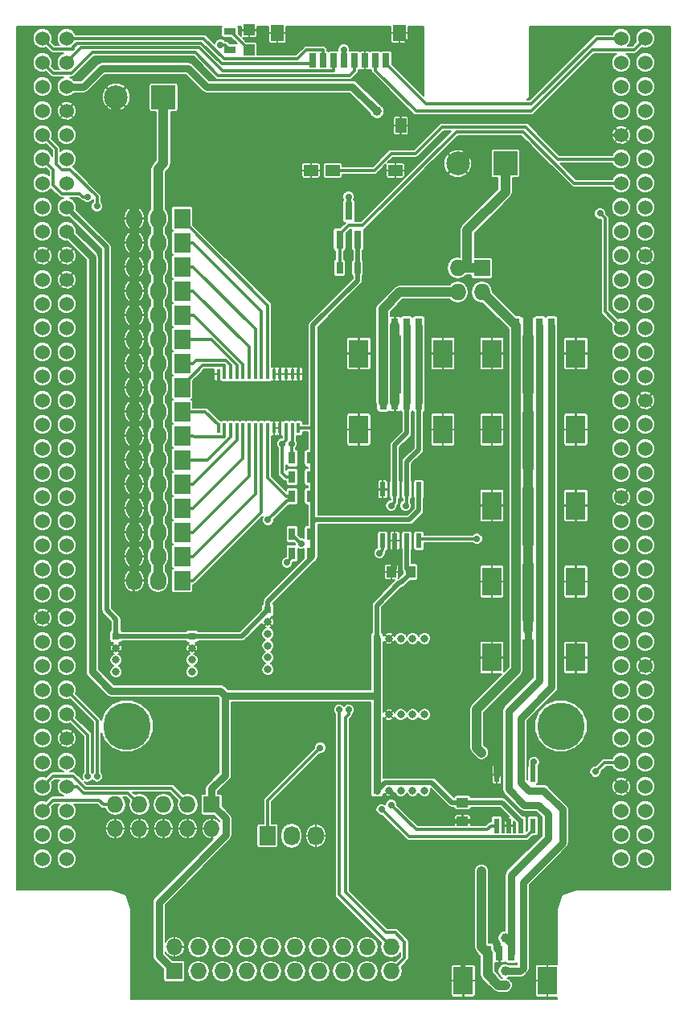
<source format=gtl>
G04 #@! TF.FileFunction,Copper,L1,Top,Signal*
%FSLAX46Y46*%
G04 Gerber Fmt 4.6, Leading zero omitted, Abs format (unit mm)*
G04 Created by KiCad (PCBNEW 4.0.5) date 2017 March 06, Monday 20:50:59*
%MOMM*%
%LPD*%
G01*
G04 APERTURE LIST*
%ADD10C,0.200000*%
%ADD11C,5.000000*%
%ADD12R,1.400000X1.700000*%
%ADD13R,0.800000X1.500000*%
%ADD14R,1.150000X1.500000*%
%ADD15R,1.500000X1.150000*%
%ADD16R,0.800000X0.800000*%
%ADD17C,0.800000*%
%ADD18R,0.800000X1.600000*%
%ADD19R,2.100000X3.000000*%
%ADD20R,1.727200X2.032000*%
%ADD21O,1.727200X2.032000*%
%ADD22R,2.500000X2.500000*%
%ADD23C,2.500000*%
%ADD24R,1.727200X1.727200*%
%ADD25O,1.727200X1.727200*%
%ADD26R,0.800000X1.900000*%
%ADD27C,1.524000*%
%ADD28R,0.400000X1.100000*%
%ADD29R,1.250000X1.000000*%
%ADD30R,1.000000X1.250000*%
%ADD31R,0.700000X1.300000*%
%ADD32R,1.198880X1.198880*%
%ADD33R,1.300000X0.700000*%
%ADD34R,0.600000X1.550000*%
%ADD35C,0.700000*%
%ADD36C,1.000000*%
%ADD37C,0.500000*%
%ADD38C,1.000000*%
%ADD39C,0.300000*%
%ADD40C,0.800000*%
%ADD41C,0.160000*%
G04 APERTURE END LIST*
D10*
D11*
X122860000Y-129210000D03*
D12*
X105875000Y-56250000D03*
D13*
X101125000Y-59150000D03*
X102225000Y-59150000D03*
X104425000Y-59150000D03*
X103325000Y-59150000D03*
X98925000Y-59150000D03*
X100025000Y-59150000D03*
X97825000Y-59150000D03*
X96725000Y-59150000D03*
D12*
X92975000Y-56250000D03*
D14*
X106000000Y-66000000D03*
D15*
X105425000Y-70725000D03*
X98825000Y-70725000D03*
X96525000Y-70725000D03*
D16*
X76000000Y-119750000D03*
D17*
X76000000Y-121000000D03*
X76000000Y-122250000D03*
X76000000Y-123500000D03*
D16*
X84000000Y-119750000D03*
D17*
X84000000Y-121000000D03*
X84000000Y-122250000D03*
X84000000Y-123500000D03*
D16*
X92000000Y-117000000D03*
D17*
X92000000Y-118250000D03*
X92000000Y-119500000D03*
X92000000Y-120750000D03*
X92000000Y-122000000D03*
X92000000Y-123250000D03*
D18*
X121875000Y-103100000D03*
X120625000Y-103100000D03*
X119375000Y-103100000D03*
X118125000Y-103100000D03*
D19*
X115575000Y-106000000D03*
X124425000Y-106000000D03*
D18*
X118875000Y-153100000D03*
X117625000Y-153100000D03*
X116375000Y-153100000D03*
X115125000Y-153100000D03*
D19*
X112575000Y-156000000D03*
X121425000Y-156000000D03*
D18*
X121875000Y-119100000D03*
X120625000Y-119100000D03*
X119375000Y-119100000D03*
X118125000Y-119100000D03*
D19*
X115575000Y-122000000D03*
X124425000Y-122000000D03*
D18*
X121875000Y-111100000D03*
X120625000Y-111100000D03*
X119375000Y-111100000D03*
X118125000Y-111100000D03*
D19*
X115575000Y-114000000D03*
X124425000Y-114000000D03*
D18*
X121875000Y-95100000D03*
X120625000Y-95100000D03*
X119375000Y-95100000D03*
X118125000Y-95100000D03*
D19*
X115575000Y-98000000D03*
X124425000Y-98000000D03*
D18*
X121875000Y-87100000D03*
X120625000Y-87100000D03*
X119375000Y-87100000D03*
X118125000Y-87100000D03*
D19*
X115575000Y-90000000D03*
X124425000Y-90000000D03*
D18*
X107875000Y-95100000D03*
X106625000Y-95100000D03*
X105375000Y-95100000D03*
X104125000Y-95100000D03*
D19*
X101575000Y-98000000D03*
X110425000Y-98000000D03*
D18*
X107875000Y-87100000D03*
X106625000Y-87100000D03*
X105375000Y-87100000D03*
X104125000Y-87100000D03*
D19*
X101575000Y-90000000D03*
X110425000Y-90000000D03*
D20*
X82960000Y-75780000D03*
D21*
X80420000Y-75780000D03*
X77880000Y-75780000D03*
D20*
X82960000Y-85940000D03*
D21*
X80420000Y-85940000D03*
X77880000Y-85940000D03*
D20*
X82960000Y-96100000D03*
D21*
X80420000Y-96100000D03*
X77880000Y-96100000D03*
D20*
X82960000Y-106260000D03*
D21*
X80420000Y-106260000D03*
X77880000Y-106260000D03*
D20*
X82960000Y-78320000D03*
D21*
X80420000Y-78320000D03*
X77880000Y-78320000D03*
D20*
X82960000Y-88480000D03*
D21*
X80420000Y-88480000D03*
X77880000Y-88480000D03*
D20*
X82960000Y-98640000D03*
D21*
X80420000Y-98640000D03*
X77880000Y-98640000D03*
D20*
X82960000Y-108800000D03*
D21*
X80420000Y-108800000D03*
X77880000Y-108800000D03*
D20*
X82960000Y-80860000D03*
D21*
X80420000Y-80860000D03*
X77880000Y-80860000D03*
D20*
X82960000Y-91020000D03*
D21*
X80420000Y-91020000D03*
X77880000Y-91020000D03*
D20*
X82960000Y-101180000D03*
D21*
X80420000Y-101180000D03*
X77880000Y-101180000D03*
D20*
X82960000Y-111340000D03*
D21*
X80420000Y-111340000D03*
X77880000Y-111340000D03*
D20*
X82960000Y-83400000D03*
D21*
X80420000Y-83400000D03*
X77880000Y-83400000D03*
D20*
X82960000Y-93560000D03*
D21*
X80420000Y-93560000D03*
X77880000Y-93560000D03*
D20*
X82960000Y-103720000D03*
D21*
X80420000Y-103720000D03*
X77880000Y-103720000D03*
D20*
X82960000Y-113880000D03*
D21*
X80420000Y-113880000D03*
X77880000Y-113880000D03*
D22*
X117000000Y-70000000D03*
D23*
X112000000Y-70000000D03*
D22*
X81000000Y-63000000D03*
D23*
X76000000Y-63000000D03*
D20*
X91960000Y-140750000D03*
D21*
X94500000Y-140750000D03*
X97040000Y-140750000D03*
D16*
X103500000Y-136000000D03*
D17*
X104750000Y-136000000D03*
X106000000Y-136000000D03*
X107250000Y-136000000D03*
X108500000Y-136000000D03*
D16*
X103500000Y-120000000D03*
D17*
X104750000Y-120000000D03*
X106000000Y-120000000D03*
X107250000Y-120000000D03*
X108500000Y-120000000D03*
D16*
X103500000Y-128000000D03*
D17*
X104750000Y-128000000D03*
X106000000Y-128000000D03*
X107250000Y-128000000D03*
X108500000Y-128000000D03*
D24*
X114540000Y-81000000D03*
D25*
X114540000Y-83540000D03*
X112000000Y-81000000D03*
X112000000Y-83540000D03*
D26*
X99550000Y-78000000D03*
X101450000Y-78000000D03*
X100500000Y-75000000D03*
D27*
X68250000Y-56820000D03*
X70790000Y-56820000D03*
X68250000Y-59360000D03*
X70790000Y-59360000D03*
X68250000Y-61900000D03*
X70790000Y-61900000D03*
X68250000Y-64440000D03*
X70790000Y-64440000D03*
X68250000Y-66980000D03*
X70790000Y-66980000D03*
X68250000Y-69520000D03*
X70790000Y-69520000D03*
X68250000Y-72060000D03*
X70790000Y-72060000D03*
X68250000Y-74600000D03*
X70790000Y-74600000D03*
X68250000Y-77140000D03*
X70790000Y-77140000D03*
X68250000Y-79680000D03*
X70790000Y-79680000D03*
X68250000Y-82220000D03*
X70790000Y-82220000D03*
X68250000Y-84760000D03*
X70790000Y-84760000D03*
X68250000Y-87300000D03*
X70790000Y-87300000D03*
X68250000Y-89840000D03*
X70790000Y-89840000D03*
X68250000Y-92380000D03*
X70790000Y-92380000D03*
X68250000Y-94920000D03*
X70790000Y-94920000D03*
X68250000Y-97460000D03*
X70790000Y-97460000D03*
X68250000Y-100000000D03*
X70790000Y-100000000D03*
X68250000Y-102540000D03*
X70790000Y-102540000D03*
X68250000Y-105080000D03*
X70790000Y-105080000D03*
X68250000Y-107620000D03*
X70790000Y-107620000D03*
X68250000Y-110160000D03*
X70790000Y-110160000D03*
X68250000Y-112700000D03*
X70790000Y-112700000D03*
X68250000Y-115240000D03*
X70790000Y-115240000D03*
X68250000Y-117780000D03*
X70790000Y-117780000D03*
X68250000Y-120320000D03*
X70790000Y-120320000D03*
X68250000Y-122860000D03*
X70790000Y-122860000D03*
X68250000Y-125400000D03*
X70790000Y-125400000D03*
X68250000Y-127940000D03*
X70790000Y-127940000D03*
X68250000Y-130480000D03*
X70790000Y-130480000D03*
X68250000Y-133020000D03*
X70790000Y-133020000D03*
X68250000Y-135560000D03*
X70790000Y-135560000D03*
X68250000Y-138100000D03*
X70790000Y-138100000D03*
X68250000Y-140640000D03*
X70790000Y-140640000D03*
X68250000Y-143180000D03*
X70790000Y-143180000D03*
X129210000Y-56820000D03*
X131750000Y-56820000D03*
X129210000Y-59360000D03*
X131750000Y-59360000D03*
X129210000Y-61900000D03*
X131750000Y-61900000D03*
X129210000Y-64440000D03*
X131750000Y-64440000D03*
X129210000Y-66980000D03*
X131750000Y-66980000D03*
X129210000Y-69520000D03*
X131750000Y-69520000D03*
X129210000Y-72060000D03*
X131750000Y-72060000D03*
X129210000Y-74600000D03*
X131750000Y-74600000D03*
X129210000Y-77140000D03*
X131750000Y-77140000D03*
X129210000Y-79680000D03*
X131750000Y-79680000D03*
X129210000Y-82220000D03*
X131750000Y-82220000D03*
X129210000Y-84760000D03*
X131750000Y-84760000D03*
X129210000Y-87300000D03*
X131750000Y-87300000D03*
X129210000Y-89840000D03*
X131750000Y-89840000D03*
X129210000Y-92380000D03*
X131750000Y-92380000D03*
X129210000Y-94920000D03*
X131750000Y-94920000D03*
X129210000Y-97460000D03*
X131750000Y-97460000D03*
X129210000Y-100000000D03*
X131750000Y-100000000D03*
X129210000Y-102540000D03*
X131750000Y-102540000D03*
X129210000Y-105080000D03*
X131750000Y-105080000D03*
X129210000Y-107620000D03*
X131750000Y-107620000D03*
X129210000Y-110160000D03*
X131750000Y-110160000D03*
X129210000Y-112700000D03*
X131750000Y-112700000D03*
X129210000Y-115240000D03*
X131750000Y-115240000D03*
X129210000Y-117780000D03*
X131750000Y-117780000D03*
X129210000Y-120320000D03*
X131750000Y-120320000D03*
X129210000Y-122860000D03*
X131750000Y-122860000D03*
X129210000Y-125400000D03*
X131750000Y-125400000D03*
X129210000Y-127940000D03*
X131750000Y-127940000D03*
X129210000Y-130480000D03*
X131750000Y-130480000D03*
X129210000Y-133020000D03*
X131750000Y-133020000D03*
X129210000Y-135560000D03*
X131750000Y-135560000D03*
X129210000Y-138100000D03*
X131750000Y-138100000D03*
X129210000Y-140640000D03*
X131750000Y-140640000D03*
X129210000Y-143180000D03*
X131750000Y-143180000D03*
D28*
X95225000Y-92150000D03*
X94575000Y-92150000D03*
X93925000Y-92150000D03*
X93275000Y-92150000D03*
X92625000Y-92150000D03*
X91975000Y-92150000D03*
X91325000Y-92150000D03*
X90675000Y-92150000D03*
X90025000Y-92150000D03*
X89375000Y-92150000D03*
X88725000Y-92150000D03*
X88075000Y-92150000D03*
X87425000Y-92150000D03*
X86775000Y-92150000D03*
X86775000Y-97850000D03*
X87425000Y-97850000D03*
X88075000Y-97850000D03*
X88725000Y-97850000D03*
X89375000Y-97850000D03*
X90025000Y-97850000D03*
X90675000Y-97850000D03*
X91325000Y-97850000D03*
X91975000Y-97850000D03*
X92625000Y-97850000D03*
X93275000Y-97850000D03*
X93925000Y-97850000D03*
X94575000Y-97850000D03*
X95225000Y-97850000D03*
D29*
X112500000Y-137250000D03*
X112500000Y-139250000D03*
D30*
X107000000Y-113000000D03*
X105000000Y-113000000D03*
D31*
X101450000Y-81000000D03*
X99550000Y-81000000D03*
X96450000Y-101000000D03*
X94550000Y-101000000D03*
X96450000Y-103000000D03*
X94550000Y-103000000D03*
X96450000Y-111000000D03*
X94550000Y-111000000D03*
X96450000Y-109000000D03*
X94550000Y-109000000D03*
X96450000Y-105000000D03*
X94550000Y-105000000D03*
D32*
X90000000Y-58049020D03*
X90000000Y-55950980D03*
D33*
X88000000Y-58000000D03*
X88000000Y-56100000D03*
D24*
X82140000Y-155000000D03*
D25*
X82140000Y-152460000D03*
X84680000Y-155000000D03*
X84680000Y-152460000D03*
X87220000Y-155000000D03*
X87220000Y-152460000D03*
X89760000Y-155000000D03*
X89760000Y-152460000D03*
X92300000Y-155000000D03*
X92300000Y-152460000D03*
X94840000Y-155000000D03*
X94840000Y-152460000D03*
X97380000Y-155000000D03*
X97380000Y-152460000D03*
X99920000Y-155000000D03*
X99920000Y-152460000D03*
X102460000Y-155000000D03*
X102460000Y-152460000D03*
X105000000Y-155000000D03*
X105000000Y-152460000D03*
D24*
X86080000Y-137460000D03*
D25*
X86080000Y-140000000D03*
X83540000Y-137460000D03*
X83540000Y-140000000D03*
X81000000Y-137460000D03*
X81000000Y-140000000D03*
X78460000Y-137460000D03*
X78460000Y-140000000D03*
X75920000Y-137460000D03*
X75920000Y-140000000D03*
D11*
X77140000Y-129210000D03*
D34*
X116095000Y-139700000D03*
X117365000Y-139700000D03*
X118635000Y-139700000D03*
X119905000Y-139700000D03*
X119905000Y-134300000D03*
X118635000Y-134300000D03*
X117365000Y-134300000D03*
X116095000Y-134300000D03*
X104095000Y-109700000D03*
X105365000Y-109700000D03*
X106635000Y-109700000D03*
X107905000Y-109700000D03*
X107905000Y-104300000D03*
X106635000Y-104300000D03*
X105365000Y-104300000D03*
X104095000Y-104300000D03*
D35*
X100000000Y-58000000D03*
X100500000Y-73500000D03*
D36*
X80000000Y-117000000D03*
X87000000Y-95000000D03*
X121500000Y-64000000D03*
X121500000Y-59500000D03*
X107000000Y-59500000D03*
D35*
X74000000Y-74500000D03*
X73000000Y-73500000D03*
X97500000Y-131500000D03*
X120000000Y-133000000D03*
X94000000Y-112000000D03*
X127000000Y-75250000D03*
X95500000Y-110000000D03*
D36*
X117000000Y-155000000D03*
X117000000Y-151500000D03*
X114500000Y-132000000D03*
X117000000Y-156500000D03*
X114500000Y-144500000D03*
D35*
X106500000Y-106000000D03*
X100500000Y-127500000D03*
X105000000Y-106000000D03*
X99500000Y-127500000D03*
D36*
X103500000Y-64500000D03*
D35*
X73000000Y-134500000D03*
X74000000Y-134500000D03*
X126500000Y-134000000D03*
X94500000Y-99500000D03*
X93500000Y-99500000D03*
X92000000Y-107500000D03*
X105000000Y-137500000D03*
X103982543Y-137967468D03*
X103750000Y-111000000D03*
X114000000Y-109500000D03*
X87000000Y-57500000D03*
D37*
X100000000Y-58000000D02*
X100000000Y-59125000D01*
X100000000Y-59125000D02*
X100025000Y-59150000D01*
X100500000Y-73500000D02*
X100500000Y-75000000D01*
D38*
X77880000Y-78320000D02*
X77880000Y-75780000D01*
X77880000Y-80860000D02*
X77880000Y-78320000D01*
X77880000Y-83400000D02*
X77880000Y-80860000D01*
X77880000Y-85940000D02*
X77880000Y-83400000D01*
X77880000Y-88480000D02*
X77880000Y-85940000D01*
X77880000Y-91020000D02*
X77880000Y-88480000D01*
X77880000Y-93560000D02*
X77880000Y-91020000D01*
X77880000Y-96100000D02*
X77880000Y-93560000D01*
X77880000Y-98640000D02*
X77880000Y-96100000D01*
X77880000Y-101180000D02*
X77880000Y-98640000D01*
X77880000Y-103720000D02*
X77880000Y-101180000D01*
X77880000Y-106260000D02*
X77880000Y-103720000D01*
X77880000Y-108800000D02*
X77880000Y-106260000D01*
X77880000Y-111340000D02*
X77880000Y-108800000D01*
X77880000Y-113880000D02*
X77880000Y-111340000D01*
D39*
X86775000Y-92150000D02*
X86775000Y-94775000D01*
X86775000Y-94775000D02*
X87000000Y-95000000D01*
X121500000Y-64000000D02*
X123000000Y-64000000D01*
X126480000Y-66980000D02*
X123500000Y-64000000D01*
X123500000Y-64000000D02*
X123000000Y-64000000D01*
X129210000Y-66980000D02*
X126480000Y-66980000D01*
X105875000Y-56250000D02*
X105875000Y-56400000D01*
X105875000Y-56400000D02*
X107000000Y-57525000D01*
X107000000Y-57525000D02*
X107000000Y-59500000D01*
D40*
X119375000Y-119100000D02*
X119375000Y-122500000D01*
X116095000Y-126905000D02*
X119375000Y-123625000D01*
X119375000Y-123625000D02*
X119375000Y-122500000D01*
X116095000Y-134300000D02*
X116095000Y-126905000D01*
D37*
X116375000Y-153100000D02*
X116000000Y-152725000D01*
X116000000Y-152725000D02*
X116000000Y-144593998D01*
X116000000Y-144593998D02*
X114956001Y-143549999D01*
X114956001Y-143549999D02*
X114043999Y-143549999D01*
X114043999Y-143549999D02*
X112575000Y-145018998D01*
X112575000Y-145018998D02*
X112575000Y-154000000D01*
X112575000Y-154000000D02*
X112575000Y-156000000D01*
D38*
X105375000Y-87100000D02*
X105375000Y-95100000D01*
X112000000Y-70000000D02*
X114500000Y-67500000D01*
X114500000Y-67500000D02*
X118500000Y-67500000D01*
X118500000Y-67500000D02*
X119375000Y-68375000D01*
X119375000Y-68375000D02*
X119375000Y-82625000D01*
X119375000Y-82625000D02*
X119375000Y-87100000D01*
D37*
X104750000Y-136000000D02*
X108000000Y-139250000D01*
X108000000Y-139250000D02*
X112500000Y-139250000D01*
X117365000Y-139700000D02*
X117365000Y-139225000D01*
X117365000Y-139225000D02*
X116614999Y-138474999D01*
X116614999Y-138474999D02*
X114400001Y-138474999D01*
X114400001Y-138474999D02*
X113625000Y-139250000D01*
X113625000Y-139250000D02*
X112500000Y-139250000D01*
D38*
X119375000Y-95100000D02*
X119375000Y-87100000D01*
X119375000Y-103100000D02*
X119375000Y-95100000D01*
X119375000Y-111100000D02*
X119375000Y-103100000D01*
X119375000Y-119100000D02*
X119375000Y-111100000D01*
D37*
X105365000Y-109700000D02*
X105365000Y-112635000D01*
X105365000Y-112635000D02*
X105000000Y-113000000D01*
D38*
X76000000Y-68000000D02*
X77880000Y-69880000D01*
X77880000Y-69880000D02*
X77880000Y-75780000D01*
X76000000Y-63000000D02*
X76000000Y-68000000D01*
D40*
X70790000Y-77140000D02*
X73500000Y-79850000D01*
X73500000Y-79850000D02*
X73500000Y-123500000D01*
X73500000Y-123500000D02*
X75500000Y-125500000D01*
X75500000Y-125500000D02*
X87000000Y-125500000D01*
X87000000Y-125500000D02*
X87500000Y-126000000D01*
X87500000Y-126000000D02*
X90500000Y-126000000D01*
X86080000Y-135796400D02*
X87500000Y-134376400D01*
X87500000Y-134376400D02*
X87500000Y-126000000D01*
X82140000Y-155000000D02*
X80500000Y-153360000D01*
X80500000Y-153360000D02*
X80500000Y-147746130D01*
X80500000Y-147746130D02*
X87543601Y-140702529D01*
X87543601Y-140702529D02*
X87543601Y-138923601D01*
X87543601Y-138923601D02*
X86080000Y-137460000D01*
X90500000Y-126000000D02*
X102700000Y-126000000D01*
X86080000Y-137460000D02*
X86080000Y-135796400D01*
X103500000Y-120000000D02*
X103500000Y-126000000D01*
X103500000Y-126000000D02*
X103500000Y-128000000D01*
X102700000Y-126000000D02*
X103500000Y-126000000D01*
D37*
X103500000Y-120000000D02*
X103500000Y-116500000D01*
X103500000Y-116500000D02*
X105875000Y-114125000D01*
X105875000Y-114125000D02*
X106000000Y-114125000D01*
X106000000Y-114125000D02*
X107000000Y-113125000D01*
X107000000Y-113125000D02*
X107000000Y-113000000D01*
X103500000Y-136000000D02*
X104350001Y-135149999D01*
X104350001Y-135149999D02*
X109274999Y-135149999D01*
X109274999Y-135149999D02*
X111375000Y-137250000D01*
X111375000Y-137250000D02*
X112500000Y-137250000D01*
X118635000Y-139700000D02*
X118635000Y-139225000D01*
X116660000Y-137250000D02*
X113625000Y-137250000D01*
X118635000Y-139225000D02*
X116660000Y-137250000D01*
X113625000Y-137250000D02*
X112500000Y-137250000D01*
D40*
X103500000Y-128000000D02*
X103500000Y-136000000D01*
D37*
X106635000Y-109700000D02*
X106635000Y-112635000D01*
X106635000Y-112635000D02*
X107000000Y-113000000D01*
D39*
X101125000Y-59150000D02*
X101125000Y-60200000D01*
X101125000Y-60200000D02*
X100574989Y-60750011D01*
X86750011Y-60750011D02*
X84320030Y-58320030D01*
X100574989Y-60750011D02*
X86750011Y-60750011D01*
X84320030Y-58320030D02*
X73475732Y-58320030D01*
X73475732Y-58320030D02*
X71323761Y-60472001D01*
X71323761Y-60472001D02*
X69362001Y-60472001D01*
X69362001Y-60472001D02*
X68250000Y-59360000D01*
X129210000Y-56820000D02*
X126680000Y-56820000D01*
X126680000Y-56820000D02*
X119750000Y-63750000D01*
X119750000Y-63750000D02*
X108675000Y-63750000D01*
X108675000Y-63750000D02*
X104425000Y-59500000D01*
X104425000Y-59500000D02*
X104425000Y-59150000D01*
X131750000Y-56820000D02*
X130570000Y-58000000D01*
X130570000Y-58000000D02*
X126207120Y-58000000D01*
X126207120Y-58000000D02*
X119707120Y-64500000D01*
X103325000Y-60200000D02*
X103325000Y-59150000D01*
X119707120Y-64500000D02*
X107625000Y-64500000D01*
X107625000Y-64500000D02*
X103325000Y-60200000D01*
X98925000Y-59150000D02*
X98925000Y-60200000D01*
X72329980Y-57820020D02*
X71500000Y-58650000D01*
X98925000Y-60200000D02*
X98874999Y-60250001D01*
X98874999Y-60250001D02*
X87205759Y-60250001D01*
X87205759Y-60250001D02*
X84775778Y-57820020D01*
X84775778Y-57820020D02*
X72329980Y-57820020D01*
X71500000Y-58650000D02*
X70790000Y-59360000D01*
X70790000Y-56820000D02*
X85189998Y-56820000D01*
X85189998Y-56820000D02*
X87369998Y-59000000D01*
X87369998Y-59000000D02*
X95094998Y-59000000D01*
X97825000Y-58100000D02*
X97825000Y-59150000D01*
X95094998Y-59000000D02*
X96044999Y-58049999D01*
X96044999Y-58049999D02*
X97774999Y-58049999D01*
X97774999Y-58049999D02*
X97825000Y-58100000D01*
X96725000Y-59150000D02*
X96374990Y-59500010D01*
X96374990Y-59500010D02*
X87162888Y-59500010D01*
X71500000Y-57722011D02*
X71500000Y-57932001D01*
X87162888Y-59500010D02*
X84982888Y-57320010D01*
X84982888Y-57320010D02*
X71902001Y-57320010D01*
X71902001Y-57320010D02*
X71500000Y-57722011D01*
X71500000Y-57932001D02*
X69362001Y-57932001D01*
X69362001Y-57932001D02*
X68250000Y-56820000D01*
X105000000Y-68925001D02*
X103200001Y-70725000D01*
X110350020Y-66149980D02*
X107574999Y-68925001D01*
X107574999Y-68925001D02*
X105000000Y-68925001D01*
X122520000Y-69520000D02*
X119149980Y-66149980D01*
X119149980Y-66149980D02*
X110350020Y-66149980D01*
X129210000Y-69520000D02*
X122520000Y-69520000D01*
X103200001Y-70725000D02*
X98825000Y-70725000D01*
X68250000Y-66980000D02*
X69677999Y-68407999D01*
X69677999Y-68407999D02*
X69677999Y-70053761D01*
X69677999Y-70053761D02*
X70256239Y-70632001D01*
X70256239Y-70632001D02*
X71168003Y-70632001D01*
X71168003Y-70632001D02*
X74000000Y-73463998D01*
X74000000Y-73463998D02*
X74000000Y-74500000D01*
X68250000Y-69520000D02*
X69362001Y-70632001D01*
X69362001Y-70632001D02*
X69362001Y-72277763D01*
X69362001Y-72277763D02*
X70256239Y-73172001D01*
X70256239Y-73172001D02*
X72177027Y-73172001D01*
X72177027Y-73172001D02*
X72505026Y-73500000D01*
X72505026Y-73500000D02*
X73000000Y-73500000D01*
D37*
X101450000Y-81000000D02*
X101450000Y-82300001D01*
X101450000Y-82300001D02*
X96750001Y-87000000D01*
X96750001Y-98000000D02*
X96750001Y-87000000D01*
X101450000Y-78000000D02*
X101450000Y-81000000D01*
X70790000Y-74600000D02*
X75000000Y-78810000D01*
X76000000Y-118000000D02*
X76000000Y-119750000D01*
X75000000Y-78810000D02*
X75000000Y-117000000D01*
X75000000Y-117000000D02*
X76000000Y-118000000D01*
D39*
X91960000Y-140750000D02*
X91960000Y-137040000D01*
X91960000Y-137040000D02*
X97500000Y-131500000D01*
D37*
X96750001Y-111349999D02*
X96750001Y-111000000D01*
X96750001Y-111000000D02*
X96750001Y-109000000D01*
D39*
X96450000Y-111000000D02*
X96750001Y-111000000D01*
D37*
X96750001Y-109000000D02*
X96750001Y-107749999D01*
D39*
X96450000Y-109000000D02*
X96750001Y-109000000D01*
D37*
X119905000Y-134300000D02*
X119905000Y-133095000D01*
X119905000Y-133095000D02*
X120000000Y-133000000D01*
X96750001Y-98000000D02*
X96750001Y-101000000D01*
X96750001Y-101000000D02*
X96750001Y-103000000D01*
X96450000Y-101000000D02*
X96750001Y-101000000D01*
X96750001Y-103000000D02*
X96750001Y-104000000D01*
X96450000Y-103000000D02*
X96750001Y-103000000D01*
X96750001Y-104000000D02*
X96750001Y-105000000D01*
X96750001Y-105000000D02*
X96750001Y-107749999D01*
X96450000Y-105000000D02*
X96750001Y-105000000D01*
X92000000Y-117000000D02*
X92000000Y-116100000D01*
X92000000Y-116100000D02*
X96750001Y-111349999D01*
X96750001Y-107749999D02*
X97000000Y-107500000D01*
X97000000Y-107500000D02*
X106905000Y-107500000D01*
X106905000Y-107500000D02*
X107905000Y-106500000D01*
X107905000Y-106500000D02*
X107905000Y-104300000D01*
D39*
X95225000Y-97850000D02*
X96600001Y-97850000D01*
X96600001Y-97850000D02*
X96750001Y-98000000D01*
D37*
X84000000Y-119750000D02*
X89250000Y-119750000D01*
X89250000Y-119750000D02*
X92000000Y-117000000D01*
X76000000Y-119750000D02*
X76900000Y-119750000D01*
X76900000Y-119750000D02*
X84000000Y-119750000D01*
D39*
X94550000Y-111000000D02*
X94550000Y-111450000D01*
X94550000Y-111450000D02*
X94000000Y-112000000D01*
X127500000Y-85590000D02*
X127500000Y-75750000D01*
X127500000Y-75750000D02*
X127000000Y-75250000D01*
X129210000Y-87300000D02*
X127500000Y-85590000D01*
X94550000Y-109000000D02*
X94550000Y-109050000D01*
X94550000Y-109050000D02*
X95500000Y-110000000D01*
D40*
X118635000Y-129000000D02*
X118635000Y-134300000D01*
X121875000Y-125125000D02*
X118635000Y-128365000D01*
X118635000Y-128365000D02*
X118635000Y-129000000D01*
X121875000Y-119100000D02*
X121875000Y-125125000D01*
X118875000Y-153100000D02*
X118875000Y-154700000D01*
X118875000Y-154700000D02*
X118575000Y-155000000D01*
X118575000Y-155000000D02*
X117000000Y-155000000D01*
X118635000Y-134300000D02*
X118635000Y-135135000D01*
X118635000Y-135135000D02*
X119499990Y-135999990D01*
X119499990Y-135999990D02*
X120999990Y-135999990D01*
X123000000Y-141500000D02*
X118875000Y-145625000D01*
X120999990Y-135999990D02*
X123000000Y-138000000D01*
X123000000Y-138000000D02*
X123000000Y-141500000D01*
X118875000Y-145625000D02*
X118875000Y-149625000D01*
X118875000Y-149625000D02*
X118875000Y-153100000D01*
X121875000Y-111100000D02*
X121875000Y-119100000D01*
X121875000Y-103100000D02*
X121875000Y-111100000D01*
X121875000Y-95100000D02*
X121875000Y-103100000D01*
X121875000Y-87100000D02*
X121875000Y-95100000D01*
X120625000Y-119100000D02*
X120625000Y-124375000D01*
X120625000Y-124375000D02*
X117365000Y-127635000D01*
X117365000Y-127635000D02*
X117365000Y-129000000D01*
X117365000Y-129000000D02*
X117365000Y-134300000D01*
X117625000Y-153100000D02*
X117625000Y-152125000D01*
X117625000Y-152125000D02*
X117000000Y-151500000D01*
X117365000Y-134300000D02*
X117365000Y-135875000D01*
X117365000Y-135875000D02*
X118990000Y-137500000D01*
X118990000Y-137500000D02*
X120500000Y-137500000D01*
X120500000Y-137500000D02*
X121500000Y-138500000D01*
X121500000Y-138500000D02*
X121500000Y-141000000D01*
X121500000Y-141000000D02*
X117625000Y-144875000D01*
X117625000Y-144875000D02*
X117625000Y-151500000D01*
X117625000Y-151500000D02*
X117625000Y-153100000D01*
X120625000Y-111100000D02*
X120625000Y-119100000D01*
X120625000Y-103100000D02*
X120625000Y-111100000D01*
X120625000Y-95100000D02*
X120625000Y-103100000D01*
X120625000Y-87100000D02*
X120625000Y-95100000D01*
D38*
X115125000Y-153100000D02*
X115125000Y-155332106D01*
X115125000Y-155332106D02*
X116292894Y-156500000D01*
X116292894Y-156500000D02*
X117000000Y-156500000D01*
X114500000Y-144500000D02*
X114500000Y-152475000D01*
X114500000Y-152475000D02*
X115125000Y-153100000D01*
X114000000Y-127444352D02*
X114000001Y-131500001D01*
X114000001Y-131500001D02*
X114500000Y-132000000D01*
D40*
X114000000Y-131500000D02*
X114000000Y-128500000D01*
D38*
X118125000Y-119100000D02*
X118125000Y-123319352D01*
X118125000Y-123319352D02*
X114000000Y-127444352D01*
X114000000Y-127444352D02*
X114000000Y-128500000D01*
D40*
X114500000Y-132000000D02*
X114000000Y-131500000D01*
D38*
X118125000Y-111100000D02*
X118125000Y-119100000D01*
X118125000Y-103100000D02*
X118125000Y-111100000D01*
X118125000Y-95100000D02*
X118125000Y-103100000D01*
X118125000Y-87100000D02*
X118125000Y-95100000D01*
X114540000Y-83540000D02*
X114565000Y-83540000D01*
X114565000Y-83540000D02*
X118125000Y-87100000D01*
D39*
X100500000Y-127500000D02*
X100500000Y-128000000D01*
X100500000Y-128000000D02*
X100200000Y-128300000D01*
X100200000Y-128300000D02*
X100200000Y-146700000D01*
X100200000Y-146700000D02*
X104400000Y-150900000D01*
X104400000Y-150900000D02*
X105400000Y-150900000D01*
X105400000Y-150900000D02*
X106400000Y-151900000D01*
X106400000Y-151900000D02*
X106400000Y-153600000D01*
X106400000Y-153600000D02*
X105000000Y-155000000D01*
X106635000Y-104300000D02*
X106635000Y-105865000D01*
X106635000Y-105865000D02*
X106500000Y-106000000D01*
D40*
X107875000Y-95100000D02*
X107875000Y-87100000D01*
D37*
X107875000Y-100125000D02*
X106635000Y-101365000D01*
X106635000Y-101365000D02*
X106635000Y-104300000D01*
X107875000Y-95100000D02*
X107875000Y-100125000D01*
D39*
X105365000Y-104300000D02*
X105365000Y-105635000D01*
X105365000Y-105635000D02*
X105000000Y-106000000D01*
X105000000Y-152460000D02*
X99500000Y-146960000D01*
X99500000Y-146960000D02*
X99500000Y-127500000D01*
D40*
X106625000Y-95100000D02*
X106625000Y-87100000D01*
D37*
X106625000Y-98375000D02*
X105365000Y-99635000D01*
X105365000Y-99635000D02*
X105365000Y-104300000D01*
X106625000Y-95100000D02*
X106625000Y-98375000D01*
D38*
X104125000Y-87100000D02*
X104125000Y-95100000D01*
X112000000Y-83540000D02*
X105885000Y-83540000D01*
X105885000Y-83540000D02*
X104125000Y-85300000D01*
X104125000Y-85300000D02*
X104125000Y-87100000D01*
D39*
X82960000Y-75780000D02*
X82960000Y-75932400D01*
X82960000Y-75932400D02*
X91975000Y-84947400D01*
X91975000Y-84947400D02*
X91975000Y-91300000D01*
X91975000Y-91300000D02*
X91975000Y-92150000D01*
D38*
X80420000Y-111340000D02*
X80420000Y-113880000D01*
X80420000Y-108800000D02*
X80420000Y-111340000D01*
X80420000Y-106260000D02*
X80420000Y-108800000D01*
X80420000Y-103720000D02*
X80420000Y-106260000D01*
X80420000Y-101180000D02*
X80420000Y-103720000D01*
X80420000Y-98640000D02*
X80420000Y-101180000D01*
X80420000Y-96100000D02*
X80420000Y-98640000D01*
X80420000Y-93560000D02*
X80420000Y-96100000D01*
X80420000Y-91020000D02*
X80420000Y-93560000D01*
X80420000Y-88480000D02*
X80420000Y-91020000D01*
X80420000Y-85940000D02*
X80420000Y-88480000D01*
X80420000Y-83400000D02*
X80420000Y-85940000D01*
X80420000Y-80860000D02*
X80420000Y-83400000D01*
X80420000Y-78320000D02*
X80420000Y-80860000D01*
X80420000Y-75780000D02*
X80420000Y-78320000D01*
X80420000Y-70580000D02*
X81000000Y-70000000D01*
X81000000Y-70000000D02*
X81000000Y-63000000D01*
X80420000Y-75780000D02*
X80420000Y-70580000D01*
D39*
X89375000Y-92150000D02*
X89375000Y-91128640D01*
X89375000Y-91128640D02*
X84186360Y-85940000D01*
X84186360Y-85940000D02*
X84123600Y-85940000D01*
X84123600Y-85940000D02*
X82960000Y-85940000D01*
X86775000Y-97850000D02*
X86775000Y-97500000D01*
X86775000Y-97500000D02*
X85375000Y-96100000D01*
X85375000Y-96100000D02*
X84123600Y-96100000D01*
X84123600Y-96100000D02*
X82960000Y-96100000D01*
X89375000Y-97850000D02*
X89375000Y-101008600D01*
X89375000Y-101008600D02*
X84123600Y-106260000D01*
X84123600Y-106260000D02*
X82960000Y-106260000D01*
X91325000Y-92150000D02*
X91325000Y-85521400D01*
X91325000Y-85521400D02*
X84123600Y-78320000D01*
X84123600Y-78320000D02*
X82960000Y-78320000D01*
X82960000Y-88480000D02*
X86019240Y-88480000D01*
X88725000Y-91185760D02*
X88725000Y-91300000D01*
X86019240Y-88480000D02*
X88725000Y-91185760D01*
X88725000Y-91300000D02*
X88725000Y-92150000D01*
X82960000Y-98640000D02*
X84123600Y-98640000D01*
X84123600Y-98640000D02*
X84233601Y-98750001D01*
X84233601Y-98750001D02*
X87374999Y-98750001D01*
X87374999Y-98750001D02*
X87425000Y-98700000D01*
X87425000Y-98700000D02*
X87425000Y-97850000D01*
X90025000Y-97850000D02*
X90025000Y-102898600D01*
X90025000Y-102898600D02*
X84123600Y-108800000D01*
X84123600Y-108800000D02*
X82960000Y-108800000D01*
X82960000Y-80860000D02*
X84123600Y-80860000D01*
X84123600Y-80860000D02*
X90675000Y-87411400D01*
X90675000Y-87411400D02*
X90675000Y-91300000D01*
X90675000Y-91300000D02*
X90675000Y-92150000D01*
X82960000Y-91020000D02*
X84123600Y-91020000D01*
X84393611Y-90749989D02*
X87582109Y-90749989D01*
X84123600Y-91020000D02*
X84393611Y-90749989D01*
X87582109Y-90749989D02*
X88075000Y-91242880D01*
X88075000Y-91242880D02*
X88075000Y-91300000D01*
X88075000Y-91300000D02*
X88075000Y-92150000D01*
X88075000Y-97850000D02*
X88075000Y-98757120D01*
X88075000Y-98757120D02*
X85652120Y-101180000D01*
X85652120Y-101180000D02*
X84123600Y-101180000D01*
X84123600Y-101180000D02*
X82960000Y-101180000D01*
X90675000Y-97850000D02*
X90675000Y-104788600D01*
X90675000Y-104788600D02*
X84123600Y-111340000D01*
X84123600Y-111340000D02*
X82960000Y-111340000D01*
X90025000Y-92150000D02*
X90025000Y-89301400D01*
X90025000Y-89301400D02*
X84123600Y-83400000D01*
X84123600Y-83400000D02*
X82960000Y-83400000D01*
X87425000Y-92150000D02*
X87425000Y-91300000D01*
X87425000Y-91300000D02*
X87374999Y-91249999D01*
X87374999Y-91249999D02*
X85117601Y-91249999D01*
X85117601Y-91249999D02*
X82960000Y-93407600D01*
X82960000Y-93407600D02*
X82960000Y-93560000D01*
X88725000Y-97850000D02*
X88725000Y-99118600D01*
X88725000Y-99118600D02*
X84123600Y-103720000D01*
X84123600Y-103720000D02*
X82960000Y-103720000D01*
X91325000Y-97850000D02*
X91325000Y-106678600D01*
X91325000Y-106678600D02*
X84123600Y-113880000D01*
X84123600Y-113880000D02*
X82960000Y-113880000D01*
D40*
X85500000Y-61900000D02*
X100900000Y-61900000D01*
X74500000Y-60000000D02*
X83600000Y-60000000D01*
X83600000Y-60000000D02*
X85500000Y-61900000D01*
X72600000Y-61900000D02*
X74500000Y-60000000D01*
X70790000Y-61900000D02*
X72600000Y-61900000D01*
X100900000Y-61900000D02*
X103500000Y-64500000D01*
D38*
X114540000Y-81000000D02*
X113000000Y-81000000D01*
X113000000Y-81000000D02*
X112000000Y-81000000D01*
X113000000Y-77000000D02*
X113000000Y-81000000D01*
X117000000Y-73000000D02*
X113000000Y-77000000D01*
X117000000Y-73000000D02*
X117000000Y-70000000D01*
D39*
X70790000Y-127940000D02*
X73000000Y-130150000D01*
X73000000Y-130150000D02*
X73000000Y-134500000D01*
X70790000Y-125400000D02*
X74000000Y-128610000D01*
X74000000Y-128610000D02*
X74000000Y-134500000D01*
X68250000Y-135560000D02*
X69362001Y-134447999D01*
X69362001Y-134447999D02*
X71462749Y-134447999D01*
X71462749Y-134447999D02*
X72761139Y-135746389D01*
X72761139Y-135746389D02*
X81826389Y-135746389D01*
X81826389Y-135746389D02*
X82676401Y-136596401D01*
X82676401Y-136596401D02*
X83540000Y-137460000D01*
X129210000Y-133020000D02*
X127480000Y-133020000D01*
X127480000Y-133020000D02*
X126500000Y-134000000D01*
X70790000Y-135560000D02*
X71867630Y-135560000D01*
X71867630Y-135560000D02*
X72554029Y-136246399D01*
X72554029Y-136246399D02*
X77246399Y-136246399D01*
X77246399Y-136246399D02*
X77596401Y-136596401D01*
X77596401Y-136596401D02*
X78460000Y-137460000D01*
X68250000Y-138100000D02*
X69362001Y-136987999D01*
X69362001Y-136987999D02*
X74226685Y-136987999D01*
X74226685Y-136987999D02*
X74698686Y-137460000D01*
X74698686Y-137460000D02*
X75920000Y-137460000D01*
X129210000Y-72060000D02*
X124262095Y-72060000D01*
X124262095Y-72060000D02*
X118852085Y-66649990D01*
X118852085Y-66649990D02*
X111850010Y-66649990D01*
X111850010Y-66649990D02*
X102000000Y-76500000D01*
X102000000Y-76500000D02*
X100500000Y-76500000D01*
X100500000Y-76500000D02*
X99550000Y-77450000D01*
X99550000Y-77450000D02*
X99550000Y-78000000D01*
X99550000Y-81000000D02*
X99550000Y-78000000D01*
X94500000Y-99500000D02*
X94500000Y-100950000D01*
X94500000Y-100950000D02*
X94550000Y-101000000D01*
X94575000Y-97850000D02*
X94575000Y-99425000D01*
X94575000Y-99425000D02*
X94500000Y-99500000D01*
X93500000Y-99500000D02*
X93500000Y-102600000D01*
X93500000Y-102600000D02*
X93900000Y-103000000D01*
X93900000Y-103000000D02*
X94550000Y-103000000D01*
X93925000Y-97850000D02*
X93925000Y-99075000D01*
X93925000Y-99075000D02*
X93500000Y-99500000D01*
X94550000Y-105000000D02*
X93900000Y-105000000D01*
X93900000Y-105000000D02*
X91975000Y-103075000D01*
X91975000Y-103075000D02*
X91975000Y-98700000D01*
X91975000Y-98700000D02*
X91975000Y-97850000D01*
X92000000Y-107500000D02*
X94500000Y-105000000D01*
X94500000Y-105000000D02*
X94550000Y-105000000D01*
X91975000Y-107475000D02*
X92000000Y-107500000D01*
X105000000Y-137500000D02*
X107600001Y-140100001D01*
X107600001Y-140100001D02*
X115094999Y-140100001D01*
X115094999Y-140100001D02*
X115495000Y-139700000D01*
X115495000Y-139700000D02*
X116095000Y-139700000D01*
X103982543Y-137967468D02*
X106840076Y-140825001D01*
X106840076Y-140825001D02*
X119254999Y-140825001D01*
X119905000Y-140175000D02*
X119905000Y-139700000D01*
X119254999Y-140825001D02*
X119905000Y-140175000D01*
X104095000Y-109700000D02*
X104095000Y-110655000D01*
X104095000Y-110655000D02*
X103750000Y-111000000D01*
X114000000Y-109500000D02*
X108105000Y-109500000D01*
X108105000Y-109500000D02*
X107905000Y-109700000D01*
X88000000Y-56100000D02*
X88050980Y-56100000D01*
X88050980Y-56100000D02*
X90000000Y-58049020D01*
X87000000Y-57500000D02*
X87500000Y-57500000D01*
X87500000Y-57500000D02*
X88000000Y-58000000D01*
D41*
G36*
X87087007Y-55638930D02*
X87064515Y-55750000D01*
X87064515Y-56450000D01*
X87084039Y-56553762D01*
X87145362Y-56649060D01*
X87238930Y-56712993D01*
X87350000Y-56735485D01*
X88078353Y-56735485D01*
X88721954Y-57379086D01*
X88650000Y-57364515D01*
X87972627Y-57364515D01*
X87804056Y-57195944D01*
X87664554Y-57102732D01*
X87500000Y-57070000D01*
X87460927Y-57070000D01*
X87357332Y-56966224D01*
X87125864Y-56870110D01*
X86875235Y-56869891D01*
X86643600Y-56965601D01*
X86466224Y-57142668D01*
X86370110Y-57374136D01*
X86370094Y-57391984D01*
X85494054Y-56515944D01*
X85354552Y-56422732D01*
X85189998Y-56390000D01*
X71739773Y-56390000D01*
X71673880Y-56230526D01*
X71381016Y-55937150D01*
X70998176Y-55778181D01*
X70583643Y-55777820D01*
X70200526Y-55936120D01*
X69907150Y-56228984D01*
X69748181Y-56611824D01*
X69747820Y-57026357D01*
X69906120Y-57409474D01*
X69998486Y-57502001D01*
X69540113Y-57502001D01*
X69225647Y-57187535D01*
X69291819Y-57028176D01*
X69292180Y-56613643D01*
X69133880Y-56230526D01*
X68841016Y-55937150D01*
X68458176Y-55778181D01*
X68043643Y-55777820D01*
X67660526Y-55936120D01*
X67367150Y-56228984D01*
X67208181Y-56611824D01*
X67207820Y-57026357D01*
X67366120Y-57409474D01*
X67658984Y-57702850D01*
X68041824Y-57861819D01*
X68456357Y-57862180D01*
X68617490Y-57795602D01*
X69057945Y-58236057D01*
X69197447Y-58329269D01*
X69362001Y-58362001D01*
X70476716Y-58362001D01*
X70200526Y-58476120D01*
X69907150Y-58768984D01*
X69748181Y-59151824D01*
X69747820Y-59566357D01*
X69906120Y-59949474D01*
X69998486Y-60042001D01*
X69540113Y-60042001D01*
X69225647Y-59727535D01*
X69291819Y-59568176D01*
X69292180Y-59153643D01*
X69133880Y-58770526D01*
X68841016Y-58477150D01*
X68458176Y-58318181D01*
X68043643Y-58317820D01*
X67660526Y-58476120D01*
X67367150Y-58768984D01*
X67208181Y-59151824D01*
X67207820Y-59566357D01*
X67366120Y-59949474D01*
X67658984Y-60242850D01*
X68041824Y-60401819D01*
X68456357Y-60402180D01*
X68617490Y-60335602D01*
X69057945Y-60776057D01*
X69197447Y-60869269D01*
X69362001Y-60902001D01*
X70476716Y-60902001D01*
X70200526Y-61016120D01*
X69907150Y-61308984D01*
X69748181Y-61691824D01*
X69747820Y-62106357D01*
X69906120Y-62489474D01*
X70198984Y-62782850D01*
X70581824Y-62941819D01*
X70996357Y-62942180D01*
X71379474Y-62783880D01*
X71583710Y-62580000D01*
X72599995Y-62580000D01*
X72600000Y-62580001D01*
X72817050Y-62536826D01*
X72860225Y-62528238D01*
X73080833Y-62380833D01*
X73507514Y-61954151D01*
X74982435Y-61954151D01*
X76000000Y-62971716D01*
X77017565Y-61954151D01*
X76876700Y-61759300D01*
X76335170Y-61518244D01*
X75742613Y-61502772D01*
X75189241Y-61715239D01*
X75123300Y-61759300D01*
X74982435Y-61954151D01*
X73507514Y-61954151D01*
X74781665Y-60680000D01*
X83318334Y-60680000D01*
X85019165Y-62380830D01*
X85019167Y-62380833D01*
X85239775Y-62528238D01*
X85282950Y-62536826D01*
X85500000Y-62580001D01*
X85500005Y-62580000D01*
X100618334Y-62580000D01*
X102738918Y-64700583D01*
X102838363Y-64941257D01*
X103057589Y-65160866D01*
X103344168Y-65279864D01*
X103654471Y-65280135D01*
X103842939Y-65202261D01*
X105185000Y-65202261D01*
X105185000Y-65920000D01*
X105245000Y-65980000D01*
X105980000Y-65980000D01*
X105980000Y-65070000D01*
X106020000Y-65070000D01*
X106020000Y-65980000D01*
X106755000Y-65980000D01*
X106815000Y-65920000D01*
X106815000Y-65202261D01*
X106778462Y-65114051D01*
X106710949Y-65046538D01*
X106622739Y-65010000D01*
X106080000Y-65010000D01*
X106020000Y-65070000D01*
X105980000Y-65070000D01*
X105920000Y-65010000D01*
X105377261Y-65010000D01*
X105289051Y-65046538D01*
X105221538Y-65114051D01*
X105185000Y-65202261D01*
X103842939Y-65202261D01*
X103941257Y-65161637D01*
X104160866Y-64942411D01*
X104279864Y-64655832D01*
X104280135Y-64345529D01*
X104161637Y-64058743D01*
X103942411Y-63839134D01*
X103700242Y-63738576D01*
X101380833Y-61419167D01*
X101160225Y-61271762D01*
X101117050Y-61263174D01*
X100900000Y-61219999D01*
X100899995Y-61220000D01*
X85781665Y-61220000D01*
X84080833Y-59519167D01*
X83983387Y-59454056D01*
X83860225Y-59371762D01*
X83817050Y-59363174D01*
X83600000Y-59319999D01*
X83599995Y-59320000D01*
X74500005Y-59320000D01*
X74500000Y-59319999D01*
X74282950Y-59363174D01*
X74239775Y-59371762D01*
X74019167Y-59519167D01*
X74019165Y-59519170D01*
X72318334Y-61220000D01*
X71583512Y-61220000D01*
X71381016Y-61017150D01*
X71103706Y-60902001D01*
X71323761Y-60902001D01*
X71488315Y-60869269D01*
X71627817Y-60776057D01*
X73653844Y-58750030D01*
X84141918Y-58750030D01*
X86445955Y-61054067D01*
X86585457Y-61147279D01*
X86750011Y-61180011D01*
X100574989Y-61180011D01*
X100739543Y-61147279D01*
X100879045Y-61054067D01*
X101429056Y-60504056D01*
X101522268Y-60364554D01*
X101555000Y-60200000D01*
X101555000Y-60179840D01*
X101628762Y-60165961D01*
X101711462Y-60112745D01*
X101777261Y-60140000D01*
X102145000Y-60140000D01*
X102205000Y-60080000D01*
X102205000Y-59170000D01*
X102185000Y-59170000D01*
X102185000Y-59130000D01*
X102205000Y-59130000D01*
X102205000Y-58220000D01*
X102145000Y-58160000D01*
X101777261Y-58160000D01*
X101710309Y-58187733D01*
X101636070Y-58137007D01*
X101525000Y-58114515D01*
X100725000Y-58114515D01*
X100626941Y-58132966D01*
X100629890Y-58125864D01*
X100630109Y-57875235D01*
X100534399Y-57643600D01*
X100357332Y-57466224D01*
X100125864Y-57370110D01*
X99875235Y-57369891D01*
X99643600Y-57465601D01*
X99466224Y-57642668D01*
X99370110Y-57874136D01*
X99369892Y-58123606D01*
X99325000Y-58114515D01*
X98525000Y-58114515D01*
X98421238Y-58134039D01*
X98375140Y-58163703D01*
X98336070Y-58137007D01*
X98255000Y-58120590D01*
X98255000Y-58100000D01*
X98222268Y-57935446D01*
X98129056Y-57795944D01*
X98079055Y-57745943D01*
X97939553Y-57652731D01*
X97774999Y-57619999D01*
X96044999Y-57619999D01*
X95880445Y-57652731D01*
X95740943Y-57745943D01*
X94916886Y-58570000D01*
X90884925Y-58570000D01*
X90884925Y-57449580D01*
X90865401Y-57345818D01*
X90804078Y-57250520D01*
X90710510Y-57186587D01*
X90599440Y-57164095D01*
X89723187Y-57164095D01*
X89347172Y-56788080D01*
X89352821Y-56790420D01*
X89920000Y-56790420D01*
X89980000Y-56730420D01*
X89980000Y-55970980D01*
X90020000Y-55970980D01*
X90020000Y-56730420D01*
X90080000Y-56790420D01*
X90647179Y-56790420D01*
X90735389Y-56753882D01*
X90802902Y-56686369D01*
X90839440Y-56598159D01*
X90839440Y-56330000D01*
X92035000Y-56330000D01*
X92035000Y-57147739D01*
X92071538Y-57235949D01*
X92139051Y-57303462D01*
X92227261Y-57340000D01*
X92895000Y-57340000D01*
X92955000Y-57280000D01*
X92955000Y-56270000D01*
X92995000Y-56270000D01*
X92995000Y-57280000D01*
X93055000Y-57340000D01*
X93722739Y-57340000D01*
X93810949Y-57303462D01*
X93878462Y-57235949D01*
X93915000Y-57147739D01*
X93915000Y-56330000D01*
X104935000Y-56330000D01*
X104935000Y-57147739D01*
X104971538Y-57235949D01*
X105039051Y-57303462D01*
X105127261Y-57340000D01*
X105795000Y-57340000D01*
X105855000Y-57280000D01*
X105855000Y-56270000D01*
X105895000Y-56270000D01*
X105895000Y-57280000D01*
X105955000Y-57340000D01*
X106622739Y-57340000D01*
X106710949Y-57303462D01*
X106778462Y-57235949D01*
X106815000Y-57147739D01*
X106815000Y-56330000D01*
X106755000Y-56270000D01*
X105895000Y-56270000D01*
X105855000Y-56270000D01*
X104995000Y-56270000D01*
X104935000Y-56330000D01*
X93915000Y-56330000D01*
X93855000Y-56270000D01*
X92995000Y-56270000D01*
X92955000Y-56270000D01*
X92095000Y-56270000D01*
X92035000Y-56330000D01*
X90839440Y-56330000D01*
X90839440Y-56030980D01*
X90779440Y-55970980D01*
X90020000Y-55970980D01*
X89980000Y-55970980D01*
X89220560Y-55970980D01*
X89160560Y-56030980D01*
X89160560Y-56598159D01*
X89162900Y-56603808D01*
X88935485Y-56376393D01*
X88935485Y-55750000D01*
X88915961Y-55646238D01*
X88873338Y-55580000D01*
X89160560Y-55580000D01*
X89160560Y-55870980D01*
X89220560Y-55930980D01*
X89980000Y-55930980D01*
X89980000Y-55910980D01*
X90020000Y-55910980D01*
X90020000Y-55930980D01*
X90779440Y-55930980D01*
X90839440Y-55870980D01*
X90839440Y-55580000D01*
X92035000Y-55580000D01*
X92035000Y-56170000D01*
X92095000Y-56230000D01*
X92955000Y-56230000D01*
X92955000Y-56210000D01*
X92995000Y-56210000D01*
X92995000Y-56230000D01*
X93855000Y-56230000D01*
X93915000Y-56170000D01*
X93915000Y-55580000D01*
X104935000Y-55580000D01*
X104935000Y-56170000D01*
X104995000Y-56230000D01*
X105855000Y-56230000D01*
X105855000Y-56210000D01*
X105895000Y-56210000D01*
X105895000Y-56230000D01*
X106755000Y-56230000D01*
X106815000Y-56170000D01*
X106815000Y-55580000D01*
X108420000Y-55580000D01*
X108420000Y-62886888D01*
X105110485Y-59577373D01*
X105110485Y-58400000D01*
X105090961Y-58296238D01*
X105029638Y-58200940D01*
X104936070Y-58137007D01*
X104825000Y-58114515D01*
X104025000Y-58114515D01*
X103921238Y-58134039D01*
X103875140Y-58163703D01*
X103836070Y-58137007D01*
X103725000Y-58114515D01*
X102925000Y-58114515D01*
X102821238Y-58134039D01*
X102738538Y-58187255D01*
X102672739Y-58160000D01*
X102305000Y-58160000D01*
X102245000Y-58220000D01*
X102245000Y-59130000D01*
X102265000Y-59130000D01*
X102265000Y-59170000D01*
X102245000Y-59170000D01*
X102245000Y-60080000D01*
X102305000Y-60140000D01*
X102672739Y-60140000D01*
X102739691Y-60112267D01*
X102813930Y-60162993D01*
X102895000Y-60179410D01*
X102895000Y-60200000D01*
X102927732Y-60364554D01*
X103020944Y-60504056D01*
X107320944Y-64804056D01*
X107460446Y-64897268D01*
X107625000Y-64930000D01*
X119707120Y-64930000D01*
X119871674Y-64897268D01*
X120011176Y-64804056D01*
X120168875Y-64646357D01*
X128167820Y-64646357D01*
X128326120Y-65029474D01*
X128618984Y-65322850D01*
X129001824Y-65481819D01*
X129416357Y-65482180D01*
X129799474Y-65323880D01*
X130092850Y-65031016D01*
X130251819Y-64648176D01*
X130251820Y-64646357D01*
X130707820Y-64646357D01*
X130866120Y-65029474D01*
X131158984Y-65322850D01*
X131541824Y-65481819D01*
X131956357Y-65482180D01*
X132339474Y-65323880D01*
X132632850Y-65031016D01*
X132791819Y-64648176D01*
X132792180Y-64233643D01*
X132633880Y-63850526D01*
X132341016Y-63557150D01*
X131958176Y-63398181D01*
X131543643Y-63397820D01*
X131160526Y-63556120D01*
X130867150Y-63848984D01*
X130708181Y-64231824D01*
X130707820Y-64646357D01*
X130251820Y-64646357D01*
X130252180Y-64233643D01*
X130093880Y-63850526D01*
X129801016Y-63557150D01*
X129418176Y-63398181D01*
X129003643Y-63397820D01*
X128620526Y-63556120D01*
X128327150Y-63848984D01*
X128168181Y-64231824D01*
X128167820Y-64646357D01*
X120168875Y-64646357D01*
X122708875Y-62106357D01*
X128167820Y-62106357D01*
X128326120Y-62489474D01*
X128618984Y-62782850D01*
X129001824Y-62941819D01*
X129416357Y-62942180D01*
X129799474Y-62783880D01*
X130092850Y-62491016D01*
X130251819Y-62108176D01*
X130251820Y-62106357D01*
X130707820Y-62106357D01*
X130866120Y-62489474D01*
X131158984Y-62782850D01*
X131541824Y-62941819D01*
X131956357Y-62942180D01*
X132339474Y-62783880D01*
X132632850Y-62491016D01*
X132791819Y-62108176D01*
X132792180Y-61693643D01*
X132633880Y-61310526D01*
X132341016Y-61017150D01*
X131958176Y-60858181D01*
X131543643Y-60857820D01*
X131160526Y-61016120D01*
X130867150Y-61308984D01*
X130708181Y-61691824D01*
X130707820Y-62106357D01*
X130251820Y-62106357D01*
X130252180Y-61693643D01*
X130093880Y-61310526D01*
X129801016Y-61017150D01*
X129418176Y-60858181D01*
X129003643Y-60857820D01*
X128620526Y-61016120D01*
X128327150Y-61308984D01*
X128168181Y-61691824D01*
X128167820Y-62106357D01*
X122708875Y-62106357D01*
X126385232Y-58430000D01*
X128732145Y-58430000D01*
X128620526Y-58476120D01*
X128327150Y-58768984D01*
X128168181Y-59151824D01*
X128167820Y-59566357D01*
X128326120Y-59949474D01*
X128618984Y-60242850D01*
X129001824Y-60401819D01*
X129416357Y-60402180D01*
X129799474Y-60243880D01*
X130092850Y-59951016D01*
X130251819Y-59568176D01*
X130251820Y-59566357D01*
X130707820Y-59566357D01*
X130866120Y-59949474D01*
X131158984Y-60242850D01*
X131541824Y-60401819D01*
X131956357Y-60402180D01*
X132339474Y-60243880D01*
X132632850Y-59951016D01*
X132791819Y-59568176D01*
X132792180Y-59153643D01*
X132633880Y-58770526D01*
X132341016Y-58477150D01*
X131958176Y-58318181D01*
X131543643Y-58317820D01*
X131160526Y-58476120D01*
X130867150Y-58768984D01*
X130708181Y-59151824D01*
X130707820Y-59566357D01*
X130251820Y-59566357D01*
X130252180Y-59153643D01*
X130093880Y-58770526D01*
X129801016Y-58477150D01*
X129687466Y-58430000D01*
X130570000Y-58430000D01*
X130734554Y-58397268D01*
X130874056Y-58304056D01*
X131382465Y-57795647D01*
X131541824Y-57861819D01*
X131956357Y-57862180D01*
X132339474Y-57703880D01*
X132632850Y-57411016D01*
X132791819Y-57028176D01*
X132792180Y-56613643D01*
X132633880Y-56230526D01*
X132341016Y-55937150D01*
X131958176Y-55778181D01*
X131543643Y-55777820D01*
X131160526Y-55936120D01*
X130867150Y-56228984D01*
X130708181Y-56611824D01*
X130707820Y-57026357D01*
X130774398Y-57187490D01*
X130391888Y-57570000D01*
X129933588Y-57570000D01*
X130092850Y-57411016D01*
X130251819Y-57028176D01*
X130252180Y-56613643D01*
X130093880Y-56230526D01*
X129801016Y-55937150D01*
X129418176Y-55778181D01*
X129003643Y-55777820D01*
X128620526Y-55936120D01*
X128327150Y-56228984D01*
X128260290Y-56390000D01*
X126680000Y-56390000D01*
X126515446Y-56422732D01*
X126375944Y-56515944D01*
X119571888Y-63320000D01*
X119293138Y-63320000D01*
X119556569Y-63056569D01*
X119574120Y-63030103D01*
X119580000Y-63000000D01*
X119580000Y-55580000D01*
X134420000Y-55580000D01*
X134420000Y-146420000D01*
X124500000Y-146420000D01*
X124474702Y-146424105D01*
X122974702Y-146924105D01*
X122947168Y-146939927D01*
X122924105Y-146974702D01*
X122424105Y-148474702D01*
X122420000Y-148500000D01*
X122420000Y-154260000D01*
X121505000Y-154260000D01*
X121445000Y-154320000D01*
X121445000Y-155980000D01*
X121465000Y-155980000D01*
X121465000Y-156020000D01*
X121445000Y-156020000D01*
X121445000Y-157680000D01*
X121505000Y-157740000D01*
X122420000Y-157740000D01*
X122420000Y-157920000D01*
X77580000Y-157920000D01*
X77580000Y-148500000D01*
X77575895Y-148474702D01*
X77075895Y-146974702D01*
X77060073Y-146947168D01*
X77025298Y-146924105D01*
X75525298Y-146424105D01*
X75500000Y-146420000D01*
X65580000Y-146420000D01*
X65580000Y-143386357D01*
X67207820Y-143386357D01*
X67366120Y-143769474D01*
X67658984Y-144062850D01*
X68041824Y-144221819D01*
X68456357Y-144222180D01*
X68839474Y-144063880D01*
X69132850Y-143771016D01*
X69291819Y-143388176D01*
X69291820Y-143386357D01*
X69747820Y-143386357D01*
X69906120Y-143769474D01*
X70198984Y-144062850D01*
X70581824Y-144221819D01*
X70996357Y-144222180D01*
X71379474Y-144063880D01*
X71672850Y-143771016D01*
X71831819Y-143388176D01*
X71832180Y-142973643D01*
X71673880Y-142590526D01*
X71381016Y-142297150D01*
X70998176Y-142138181D01*
X70583643Y-142137820D01*
X70200526Y-142296120D01*
X69907150Y-142588984D01*
X69748181Y-142971824D01*
X69747820Y-143386357D01*
X69291820Y-143386357D01*
X69292180Y-142973643D01*
X69133880Y-142590526D01*
X68841016Y-142297150D01*
X68458176Y-142138181D01*
X68043643Y-142137820D01*
X67660526Y-142296120D01*
X67367150Y-142588984D01*
X67208181Y-142971824D01*
X67207820Y-143386357D01*
X65580000Y-143386357D01*
X65580000Y-140846357D01*
X67207820Y-140846357D01*
X67366120Y-141229474D01*
X67658984Y-141522850D01*
X68041824Y-141681819D01*
X68456357Y-141682180D01*
X68839474Y-141523880D01*
X69132850Y-141231016D01*
X69291819Y-140848176D01*
X69291820Y-140846357D01*
X69747820Y-140846357D01*
X69906120Y-141229474D01*
X70198984Y-141522850D01*
X70581824Y-141681819D01*
X70996357Y-141682180D01*
X71379474Y-141523880D01*
X71672850Y-141231016D01*
X71831819Y-140848176D01*
X71832180Y-140433643D01*
X71732488Y-140192367D01*
X74833293Y-140192367D01*
X74989629Y-140593589D01*
X75287606Y-140904442D01*
X75681859Y-141077602D01*
X75727633Y-141086705D01*
X75900000Y-141043408D01*
X75900000Y-140020000D01*
X75940000Y-140020000D01*
X75940000Y-141043408D01*
X76112367Y-141086705D01*
X76158141Y-141077602D01*
X76552394Y-140904442D01*
X76850371Y-140593589D01*
X77006707Y-140192367D01*
X77373293Y-140192367D01*
X77529629Y-140593589D01*
X77827606Y-140904442D01*
X78221859Y-141077602D01*
X78267633Y-141086705D01*
X78440000Y-141043408D01*
X78440000Y-140020000D01*
X78480000Y-140020000D01*
X78480000Y-141043408D01*
X78652367Y-141086705D01*
X78698141Y-141077602D01*
X79092394Y-140904442D01*
X79390371Y-140593589D01*
X79546707Y-140192367D01*
X79913293Y-140192367D01*
X80069629Y-140593589D01*
X80367606Y-140904442D01*
X80761859Y-141077602D01*
X80807633Y-141086705D01*
X80980000Y-141043408D01*
X80980000Y-140020000D01*
X81020000Y-140020000D01*
X81020000Y-141043408D01*
X81192367Y-141086705D01*
X81238141Y-141077602D01*
X81632394Y-140904442D01*
X81930371Y-140593589D01*
X82086707Y-140192367D01*
X82453293Y-140192367D01*
X82609629Y-140593589D01*
X82907606Y-140904442D01*
X83301859Y-141077602D01*
X83347633Y-141086705D01*
X83520000Y-141043408D01*
X83520000Y-140020000D01*
X83560000Y-140020000D01*
X83560000Y-141043408D01*
X83732367Y-141086705D01*
X83778141Y-141077602D01*
X84172394Y-140904442D01*
X84470371Y-140593589D01*
X84626707Y-140192367D01*
X84993293Y-140192367D01*
X85149629Y-140593589D01*
X85447606Y-140904442D01*
X85841859Y-141077602D01*
X85887633Y-141086705D01*
X86060000Y-141043408D01*
X86060000Y-140020000D01*
X85036579Y-140020000D01*
X84993293Y-140192367D01*
X84626707Y-140192367D01*
X84583421Y-140020000D01*
X83560000Y-140020000D01*
X83520000Y-140020000D01*
X82496579Y-140020000D01*
X82453293Y-140192367D01*
X82086707Y-140192367D01*
X82043421Y-140020000D01*
X81020000Y-140020000D01*
X80980000Y-140020000D01*
X79956579Y-140020000D01*
X79913293Y-140192367D01*
X79546707Y-140192367D01*
X79503421Y-140020000D01*
X78480000Y-140020000D01*
X78440000Y-140020000D01*
X77416579Y-140020000D01*
X77373293Y-140192367D01*
X77006707Y-140192367D01*
X76963421Y-140020000D01*
X75940000Y-140020000D01*
X75900000Y-140020000D01*
X74876579Y-140020000D01*
X74833293Y-140192367D01*
X71732488Y-140192367D01*
X71673880Y-140050526D01*
X71431411Y-139807633D01*
X74833293Y-139807633D01*
X74876579Y-139980000D01*
X75900000Y-139980000D01*
X75900000Y-138956592D01*
X75940000Y-138956592D01*
X75940000Y-139980000D01*
X76963421Y-139980000D01*
X77006707Y-139807633D01*
X77373293Y-139807633D01*
X77416579Y-139980000D01*
X78440000Y-139980000D01*
X78440000Y-138956592D01*
X78480000Y-138956592D01*
X78480000Y-139980000D01*
X79503421Y-139980000D01*
X79546707Y-139807633D01*
X79913293Y-139807633D01*
X79956579Y-139980000D01*
X80980000Y-139980000D01*
X80980000Y-138956592D01*
X81020000Y-138956592D01*
X81020000Y-139980000D01*
X82043421Y-139980000D01*
X82086707Y-139807633D01*
X82453293Y-139807633D01*
X82496579Y-139980000D01*
X83520000Y-139980000D01*
X83520000Y-138956592D01*
X83560000Y-138956592D01*
X83560000Y-139980000D01*
X84583421Y-139980000D01*
X84626707Y-139807633D01*
X84993293Y-139807633D01*
X85036579Y-139980000D01*
X86060000Y-139980000D01*
X86060000Y-138956592D01*
X85887633Y-138913295D01*
X85841859Y-138922398D01*
X85447606Y-139095558D01*
X85149629Y-139406411D01*
X84993293Y-139807633D01*
X84626707Y-139807633D01*
X84470371Y-139406411D01*
X84172394Y-139095558D01*
X83778141Y-138922398D01*
X83732367Y-138913295D01*
X83560000Y-138956592D01*
X83520000Y-138956592D01*
X83347633Y-138913295D01*
X83301859Y-138922398D01*
X82907606Y-139095558D01*
X82609629Y-139406411D01*
X82453293Y-139807633D01*
X82086707Y-139807633D01*
X81930371Y-139406411D01*
X81632394Y-139095558D01*
X81238141Y-138922398D01*
X81192367Y-138913295D01*
X81020000Y-138956592D01*
X80980000Y-138956592D01*
X80807633Y-138913295D01*
X80761859Y-138922398D01*
X80367606Y-139095558D01*
X80069629Y-139406411D01*
X79913293Y-139807633D01*
X79546707Y-139807633D01*
X79390371Y-139406411D01*
X79092394Y-139095558D01*
X78698141Y-138922398D01*
X78652367Y-138913295D01*
X78480000Y-138956592D01*
X78440000Y-138956592D01*
X78267633Y-138913295D01*
X78221859Y-138922398D01*
X77827606Y-139095558D01*
X77529629Y-139406411D01*
X77373293Y-139807633D01*
X77006707Y-139807633D01*
X76850371Y-139406411D01*
X76552394Y-139095558D01*
X76158141Y-138922398D01*
X76112367Y-138913295D01*
X75940000Y-138956592D01*
X75900000Y-138956592D01*
X75727633Y-138913295D01*
X75681859Y-138922398D01*
X75287606Y-139095558D01*
X74989629Y-139406411D01*
X74833293Y-139807633D01*
X71431411Y-139807633D01*
X71381016Y-139757150D01*
X70998176Y-139598181D01*
X70583643Y-139597820D01*
X70200526Y-139756120D01*
X69907150Y-140048984D01*
X69748181Y-140431824D01*
X69747820Y-140846357D01*
X69291820Y-140846357D01*
X69292180Y-140433643D01*
X69133880Y-140050526D01*
X68841016Y-139757150D01*
X68458176Y-139598181D01*
X68043643Y-139597820D01*
X67660526Y-139756120D01*
X67367150Y-140048984D01*
X67208181Y-140431824D01*
X67207820Y-140846357D01*
X65580000Y-140846357D01*
X65580000Y-135766357D01*
X67207820Y-135766357D01*
X67366120Y-136149474D01*
X67658984Y-136442850D01*
X68041824Y-136601819D01*
X68456357Y-136602180D01*
X68839474Y-136443880D01*
X69132850Y-136151016D01*
X69291819Y-135768176D01*
X69292180Y-135353643D01*
X69225602Y-135192510D01*
X69540113Y-134877999D01*
X69998294Y-134877999D01*
X69907150Y-134968984D01*
X69748181Y-135351824D01*
X69747820Y-135766357D01*
X69906120Y-136149474D01*
X70198984Y-136442850D01*
X70476294Y-136557999D01*
X69362001Y-136557999D01*
X69197447Y-136590731D01*
X69057945Y-136683943D01*
X68617535Y-137124353D01*
X68458176Y-137058181D01*
X68043643Y-137057820D01*
X67660526Y-137216120D01*
X67367150Y-137508984D01*
X67208181Y-137891824D01*
X67207820Y-138306357D01*
X67366120Y-138689474D01*
X67658984Y-138982850D01*
X68041824Y-139141819D01*
X68456357Y-139142180D01*
X68839474Y-138983880D01*
X69132850Y-138691016D01*
X69291819Y-138308176D01*
X69292180Y-137893643D01*
X69225602Y-137732510D01*
X69540113Y-137417999D01*
X69998294Y-137417999D01*
X69907150Y-137508984D01*
X69748181Y-137891824D01*
X69747820Y-138306357D01*
X69906120Y-138689474D01*
X70198984Y-138982850D01*
X70581824Y-139141819D01*
X70996357Y-139142180D01*
X71379474Y-138983880D01*
X71672850Y-138691016D01*
X71831819Y-138308176D01*
X71832180Y-137893643D01*
X71673880Y-137510526D01*
X71581514Y-137417999D01*
X74048573Y-137417999D01*
X74394630Y-137764056D01*
X74534132Y-137857268D01*
X74698686Y-137890000D01*
X74857476Y-137890000D01*
X74863451Y-137920041D01*
X75111353Y-138291051D01*
X75482363Y-138538953D01*
X75920000Y-138626004D01*
X76357637Y-138538953D01*
X76728647Y-138291051D01*
X76976549Y-137920041D01*
X77063600Y-137482404D01*
X77063600Y-137437596D01*
X76976549Y-136999959D01*
X76760352Y-136676399D01*
X77068287Y-136676399D01*
X77401526Y-137009638D01*
X77316400Y-137437596D01*
X77316400Y-137482404D01*
X77403451Y-137920041D01*
X77651353Y-138291051D01*
X78022363Y-138538953D01*
X78460000Y-138626004D01*
X78897637Y-138538953D01*
X79268647Y-138291051D01*
X79516549Y-137920041D01*
X79603600Y-137482404D01*
X79603600Y-137437596D01*
X79856400Y-137437596D01*
X79856400Y-137482404D01*
X79943451Y-137920041D01*
X80191353Y-138291051D01*
X80562363Y-138538953D01*
X81000000Y-138626004D01*
X81437637Y-138538953D01*
X81808647Y-138291051D01*
X82056549Y-137920041D01*
X82143600Y-137482404D01*
X82143600Y-137437596D01*
X82056549Y-136999959D01*
X81808647Y-136628949D01*
X81437637Y-136381047D01*
X81000000Y-136293996D01*
X80562363Y-136381047D01*
X80191353Y-136628949D01*
X79943451Y-136999959D01*
X79856400Y-137437596D01*
X79603600Y-137437596D01*
X79516549Y-136999959D01*
X79268647Y-136628949D01*
X78897637Y-136381047D01*
X78460000Y-136293996D01*
X78022363Y-136381047D01*
X78002459Y-136394347D01*
X77784501Y-136176389D01*
X81648277Y-136176389D01*
X82481526Y-137009638D01*
X82396400Y-137437596D01*
X82396400Y-137482404D01*
X82483451Y-137920041D01*
X82731353Y-138291051D01*
X83102363Y-138538953D01*
X83540000Y-138626004D01*
X83977637Y-138538953D01*
X84348647Y-138291051D01*
X84596549Y-137920041D01*
X84683600Y-137482404D01*
X84683600Y-137437596D01*
X84596549Y-136999959D01*
X84348647Y-136628949D01*
X83977637Y-136381047D01*
X83540000Y-136293996D01*
X83102363Y-136381047D01*
X83082459Y-136394347D01*
X82130445Y-135442333D01*
X81990943Y-135349121D01*
X81826389Y-135316389D01*
X72939251Y-135316389D01*
X72666558Y-135043696D01*
X72874136Y-135129890D01*
X73124765Y-135130109D01*
X73356400Y-135034399D01*
X73500095Y-134890954D01*
X73642668Y-135033776D01*
X73874136Y-135129890D01*
X74124765Y-135130109D01*
X74356400Y-135034399D01*
X74533776Y-134857332D01*
X74629890Y-134625864D01*
X74630109Y-134375235D01*
X74534399Y-134143600D01*
X74430000Y-134039019D01*
X74430000Y-129931127D01*
X74781857Y-130782686D01*
X75563201Y-131565395D01*
X76584598Y-131989516D01*
X77690550Y-131990481D01*
X78712686Y-131568143D01*
X79495395Y-130786799D01*
X79919516Y-129765402D01*
X79920481Y-128659450D01*
X79498143Y-127637314D01*
X78716799Y-126854605D01*
X77695402Y-126430484D01*
X76589450Y-126429519D01*
X75567314Y-126851857D01*
X74784605Y-127633201D01*
X74413483Y-128526963D01*
X74397268Y-128445446D01*
X74304056Y-128305944D01*
X71765647Y-125767535D01*
X71831819Y-125608176D01*
X71832180Y-125193643D01*
X71673880Y-124810526D01*
X71381016Y-124517150D01*
X70998176Y-124358181D01*
X70583643Y-124357820D01*
X70200526Y-124516120D01*
X69907150Y-124808984D01*
X69748181Y-125191824D01*
X69747820Y-125606357D01*
X69906120Y-125989474D01*
X70198984Y-126282850D01*
X70581824Y-126441819D01*
X70996357Y-126442180D01*
X71157490Y-126375602D01*
X73570000Y-128788112D01*
X73570000Y-134039073D01*
X73499905Y-134109046D01*
X73430000Y-134039019D01*
X73430000Y-130150000D01*
X73397268Y-129985446D01*
X73304056Y-129845944D01*
X71765647Y-128307535D01*
X71831819Y-128148176D01*
X71832180Y-127733643D01*
X71673880Y-127350526D01*
X71381016Y-127057150D01*
X70998176Y-126898181D01*
X70583643Y-126897820D01*
X70200526Y-127056120D01*
X69907150Y-127348984D01*
X69748181Y-127731824D01*
X69747820Y-128146357D01*
X69906120Y-128529474D01*
X70198984Y-128822850D01*
X70581824Y-128981819D01*
X70996357Y-128982180D01*
X71157490Y-128915602D01*
X72570000Y-130328112D01*
X72570000Y-134039073D01*
X72466224Y-134142668D01*
X72370110Y-134374136D01*
X72369891Y-134624765D01*
X72455982Y-134833120D01*
X71766805Y-134143943D01*
X71627303Y-134050731D01*
X71462749Y-134017999D01*
X71103284Y-134017999D01*
X71379474Y-133903880D01*
X71672850Y-133611016D01*
X71831819Y-133228176D01*
X71832180Y-132813643D01*
X71673880Y-132430526D01*
X71381016Y-132137150D01*
X70998176Y-131978181D01*
X70583643Y-131977820D01*
X70200526Y-132136120D01*
X69907150Y-132428984D01*
X69748181Y-132811824D01*
X69747820Y-133226357D01*
X69906120Y-133609474D01*
X70198984Y-133902850D01*
X70476294Y-134017999D01*
X69362001Y-134017999D01*
X69197447Y-134050731D01*
X69057945Y-134143943D01*
X68617535Y-134584353D01*
X68458176Y-134518181D01*
X68043643Y-134517820D01*
X67660526Y-134676120D01*
X67367150Y-134968984D01*
X67208181Y-135351824D01*
X67207820Y-135766357D01*
X65580000Y-135766357D01*
X65580000Y-133226357D01*
X67207820Y-133226357D01*
X67366120Y-133609474D01*
X67658984Y-133902850D01*
X68041824Y-134061819D01*
X68456357Y-134062180D01*
X68839474Y-133903880D01*
X69132850Y-133611016D01*
X69291819Y-133228176D01*
X69292180Y-132813643D01*
X69133880Y-132430526D01*
X68841016Y-132137150D01*
X68458176Y-131978181D01*
X68043643Y-131977820D01*
X67660526Y-132136120D01*
X67367150Y-132428984D01*
X67208181Y-132811824D01*
X67207820Y-133226357D01*
X65580000Y-133226357D01*
X65580000Y-130686357D01*
X67207820Y-130686357D01*
X67366120Y-131069474D01*
X67658984Y-131362850D01*
X68041824Y-131521819D01*
X68456357Y-131522180D01*
X68839474Y-131363880D01*
X69029716Y-131173970D01*
X70124314Y-131173970D01*
X70205796Y-131318113D01*
X70570998Y-131477880D01*
X70969541Y-131485730D01*
X71340751Y-131340466D01*
X71374204Y-131318113D01*
X71455686Y-131173970D01*
X70790000Y-130508284D01*
X70124314Y-131173970D01*
X69029716Y-131173970D01*
X69132850Y-131071016D01*
X69291819Y-130688176D01*
X69291843Y-130659541D01*
X69784270Y-130659541D01*
X69929534Y-131030751D01*
X69951887Y-131064204D01*
X70096030Y-131145686D01*
X70761716Y-130480000D01*
X70818284Y-130480000D01*
X71483970Y-131145686D01*
X71628113Y-131064204D01*
X71787880Y-130699002D01*
X71795730Y-130300459D01*
X71650466Y-129929249D01*
X71628113Y-129895796D01*
X71483970Y-129814314D01*
X70818284Y-130480000D01*
X70761716Y-130480000D01*
X70096030Y-129814314D01*
X69951887Y-129895796D01*
X69792120Y-130260998D01*
X69784270Y-130659541D01*
X69291843Y-130659541D01*
X69292180Y-130273643D01*
X69133880Y-129890526D01*
X69029567Y-129786030D01*
X70124314Y-129786030D01*
X70790000Y-130451716D01*
X71455686Y-129786030D01*
X71374204Y-129641887D01*
X71009002Y-129482120D01*
X70610459Y-129474270D01*
X70239249Y-129619534D01*
X70205796Y-129641887D01*
X70124314Y-129786030D01*
X69029567Y-129786030D01*
X68841016Y-129597150D01*
X68458176Y-129438181D01*
X68043643Y-129437820D01*
X67660526Y-129596120D01*
X67367150Y-129888984D01*
X67208181Y-130271824D01*
X67207820Y-130686357D01*
X65580000Y-130686357D01*
X65580000Y-128146357D01*
X67207820Y-128146357D01*
X67366120Y-128529474D01*
X67658984Y-128822850D01*
X68041824Y-128981819D01*
X68456357Y-128982180D01*
X68839474Y-128823880D01*
X69132850Y-128531016D01*
X69291819Y-128148176D01*
X69292180Y-127733643D01*
X69133880Y-127350526D01*
X68841016Y-127057150D01*
X68458176Y-126898181D01*
X68043643Y-126897820D01*
X67660526Y-127056120D01*
X67367150Y-127348984D01*
X67208181Y-127731824D01*
X67207820Y-128146357D01*
X65580000Y-128146357D01*
X65580000Y-125606357D01*
X67207820Y-125606357D01*
X67366120Y-125989474D01*
X67658984Y-126282850D01*
X68041824Y-126441819D01*
X68456357Y-126442180D01*
X68839474Y-126283880D01*
X69132850Y-125991016D01*
X69291819Y-125608176D01*
X69292180Y-125193643D01*
X69133880Y-124810526D01*
X68841016Y-124517150D01*
X68458176Y-124358181D01*
X68043643Y-124357820D01*
X67660526Y-124516120D01*
X67367150Y-124808984D01*
X67208181Y-125191824D01*
X67207820Y-125606357D01*
X65580000Y-125606357D01*
X65580000Y-123066357D01*
X67207820Y-123066357D01*
X67366120Y-123449474D01*
X67658984Y-123742850D01*
X68041824Y-123901819D01*
X68456357Y-123902180D01*
X68839474Y-123743880D01*
X69132850Y-123451016D01*
X69291819Y-123068176D01*
X69291820Y-123066357D01*
X69747820Y-123066357D01*
X69906120Y-123449474D01*
X70198984Y-123742850D01*
X70581824Y-123901819D01*
X70996357Y-123902180D01*
X71379474Y-123743880D01*
X71672850Y-123451016D01*
X71831819Y-123068176D01*
X71832180Y-122653643D01*
X71673880Y-122270526D01*
X71381016Y-121977150D01*
X70998176Y-121818181D01*
X70583643Y-121817820D01*
X70200526Y-121976120D01*
X69907150Y-122268984D01*
X69748181Y-122651824D01*
X69747820Y-123066357D01*
X69291820Y-123066357D01*
X69292180Y-122653643D01*
X69133880Y-122270526D01*
X68841016Y-121977150D01*
X68458176Y-121818181D01*
X68043643Y-121817820D01*
X67660526Y-121976120D01*
X67367150Y-122268984D01*
X67208181Y-122651824D01*
X67207820Y-123066357D01*
X65580000Y-123066357D01*
X65580000Y-120526357D01*
X67207820Y-120526357D01*
X67366120Y-120909474D01*
X67658984Y-121202850D01*
X68041824Y-121361819D01*
X68456357Y-121362180D01*
X68839474Y-121203880D01*
X69132850Y-120911016D01*
X69291819Y-120528176D01*
X69291820Y-120526357D01*
X69747820Y-120526357D01*
X69906120Y-120909474D01*
X70198984Y-121202850D01*
X70581824Y-121361819D01*
X70996357Y-121362180D01*
X71379474Y-121203880D01*
X71672850Y-120911016D01*
X71831819Y-120528176D01*
X71832180Y-120113643D01*
X71673880Y-119730526D01*
X71381016Y-119437150D01*
X70998176Y-119278181D01*
X70583643Y-119277820D01*
X70200526Y-119436120D01*
X69907150Y-119728984D01*
X69748181Y-120111824D01*
X69747820Y-120526357D01*
X69291820Y-120526357D01*
X69292180Y-120113643D01*
X69133880Y-119730526D01*
X68841016Y-119437150D01*
X68458176Y-119278181D01*
X68043643Y-119277820D01*
X67660526Y-119436120D01*
X67367150Y-119728984D01*
X67208181Y-120111824D01*
X67207820Y-120526357D01*
X65580000Y-120526357D01*
X65580000Y-118473970D01*
X67584314Y-118473970D01*
X67665796Y-118618113D01*
X68030998Y-118777880D01*
X68429541Y-118785730D01*
X68800751Y-118640466D01*
X68834204Y-118618113D01*
X68915686Y-118473970D01*
X68250000Y-117808284D01*
X67584314Y-118473970D01*
X65580000Y-118473970D01*
X65580000Y-117959541D01*
X67244270Y-117959541D01*
X67389534Y-118330751D01*
X67411887Y-118364204D01*
X67556030Y-118445686D01*
X68221716Y-117780000D01*
X68278284Y-117780000D01*
X68943970Y-118445686D01*
X69088113Y-118364204D01*
X69247880Y-117999002D01*
X69248129Y-117986357D01*
X69747820Y-117986357D01*
X69906120Y-118369474D01*
X70198984Y-118662850D01*
X70581824Y-118821819D01*
X70996357Y-118822180D01*
X71379474Y-118663880D01*
X71672850Y-118371016D01*
X71831819Y-117988176D01*
X71832180Y-117573643D01*
X71673880Y-117190526D01*
X71381016Y-116897150D01*
X70998176Y-116738181D01*
X70583643Y-116737820D01*
X70200526Y-116896120D01*
X69907150Y-117188984D01*
X69748181Y-117571824D01*
X69747820Y-117986357D01*
X69248129Y-117986357D01*
X69255730Y-117600459D01*
X69110466Y-117229249D01*
X69088113Y-117195796D01*
X68943970Y-117114314D01*
X68278284Y-117780000D01*
X68221716Y-117780000D01*
X67556030Y-117114314D01*
X67411887Y-117195796D01*
X67252120Y-117560998D01*
X67244270Y-117959541D01*
X65580000Y-117959541D01*
X65580000Y-117086030D01*
X67584314Y-117086030D01*
X68250000Y-117751716D01*
X68915686Y-117086030D01*
X68834204Y-116941887D01*
X68469002Y-116782120D01*
X68070459Y-116774270D01*
X67699249Y-116919534D01*
X67665796Y-116941887D01*
X67584314Y-117086030D01*
X65580000Y-117086030D01*
X65580000Y-115446357D01*
X67207820Y-115446357D01*
X67366120Y-115829474D01*
X67658984Y-116122850D01*
X68041824Y-116281819D01*
X68456357Y-116282180D01*
X68839474Y-116123880D01*
X69132850Y-115831016D01*
X69291819Y-115448176D01*
X69291820Y-115446357D01*
X69747820Y-115446357D01*
X69906120Y-115829474D01*
X70198984Y-116122850D01*
X70581824Y-116281819D01*
X70996357Y-116282180D01*
X71379474Y-116123880D01*
X71672850Y-115831016D01*
X71831819Y-115448176D01*
X71832180Y-115033643D01*
X71673880Y-114650526D01*
X71381016Y-114357150D01*
X70998176Y-114198181D01*
X70583643Y-114197820D01*
X70200526Y-114356120D01*
X69907150Y-114648984D01*
X69748181Y-115031824D01*
X69747820Y-115446357D01*
X69291820Y-115446357D01*
X69292180Y-115033643D01*
X69133880Y-114650526D01*
X68841016Y-114357150D01*
X68458176Y-114198181D01*
X68043643Y-114197820D01*
X67660526Y-114356120D01*
X67367150Y-114648984D01*
X67208181Y-115031824D01*
X67207820Y-115446357D01*
X65580000Y-115446357D01*
X65580000Y-112906357D01*
X67207820Y-112906357D01*
X67366120Y-113289474D01*
X67658984Y-113582850D01*
X68041824Y-113741819D01*
X68456357Y-113742180D01*
X68839474Y-113583880D01*
X69132850Y-113291016D01*
X69291819Y-112908176D01*
X69291820Y-112906357D01*
X69747820Y-112906357D01*
X69906120Y-113289474D01*
X70198984Y-113582850D01*
X70581824Y-113741819D01*
X70996357Y-113742180D01*
X71379474Y-113583880D01*
X71672850Y-113291016D01*
X71831819Y-112908176D01*
X71832180Y-112493643D01*
X71673880Y-112110526D01*
X71381016Y-111817150D01*
X70998176Y-111658181D01*
X70583643Y-111657820D01*
X70200526Y-111816120D01*
X69907150Y-112108984D01*
X69748181Y-112491824D01*
X69747820Y-112906357D01*
X69291820Y-112906357D01*
X69292180Y-112493643D01*
X69133880Y-112110526D01*
X68841016Y-111817150D01*
X68458176Y-111658181D01*
X68043643Y-111657820D01*
X67660526Y-111816120D01*
X67367150Y-112108984D01*
X67208181Y-112491824D01*
X67207820Y-112906357D01*
X65580000Y-112906357D01*
X65580000Y-110366357D01*
X67207820Y-110366357D01*
X67366120Y-110749474D01*
X67658984Y-111042850D01*
X68041824Y-111201819D01*
X68456357Y-111202180D01*
X68839474Y-111043880D01*
X69132850Y-110751016D01*
X69291819Y-110368176D01*
X69291820Y-110366357D01*
X69747820Y-110366357D01*
X69906120Y-110749474D01*
X70198984Y-111042850D01*
X70581824Y-111201819D01*
X70996357Y-111202180D01*
X71379474Y-111043880D01*
X71672850Y-110751016D01*
X71831819Y-110368176D01*
X71832180Y-109953643D01*
X71673880Y-109570526D01*
X71381016Y-109277150D01*
X70998176Y-109118181D01*
X70583643Y-109117820D01*
X70200526Y-109276120D01*
X69907150Y-109568984D01*
X69748181Y-109951824D01*
X69747820Y-110366357D01*
X69291820Y-110366357D01*
X69292180Y-109953643D01*
X69133880Y-109570526D01*
X68841016Y-109277150D01*
X68458176Y-109118181D01*
X68043643Y-109117820D01*
X67660526Y-109276120D01*
X67367150Y-109568984D01*
X67208181Y-109951824D01*
X67207820Y-110366357D01*
X65580000Y-110366357D01*
X65580000Y-107826357D01*
X67207820Y-107826357D01*
X67366120Y-108209474D01*
X67658984Y-108502850D01*
X68041824Y-108661819D01*
X68456357Y-108662180D01*
X68839474Y-108503880D01*
X69132850Y-108211016D01*
X69291819Y-107828176D01*
X69291820Y-107826357D01*
X69747820Y-107826357D01*
X69906120Y-108209474D01*
X70198984Y-108502850D01*
X70581824Y-108661819D01*
X70996357Y-108662180D01*
X71379474Y-108503880D01*
X71672850Y-108211016D01*
X71831819Y-107828176D01*
X71832180Y-107413643D01*
X71673880Y-107030526D01*
X71381016Y-106737150D01*
X70998176Y-106578181D01*
X70583643Y-106577820D01*
X70200526Y-106736120D01*
X69907150Y-107028984D01*
X69748181Y-107411824D01*
X69747820Y-107826357D01*
X69291820Y-107826357D01*
X69292180Y-107413643D01*
X69133880Y-107030526D01*
X68841016Y-106737150D01*
X68458176Y-106578181D01*
X68043643Y-106577820D01*
X67660526Y-106736120D01*
X67367150Y-107028984D01*
X67208181Y-107411824D01*
X67207820Y-107826357D01*
X65580000Y-107826357D01*
X65580000Y-105286357D01*
X67207820Y-105286357D01*
X67366120Y-105669474D01*
X67658984Y-105962850D01*
X68041824Y-106121819D01*
X68456357Y-106122180D01*
X68839474Y-105963880D01*
X69132850Y-105671016D01*
X69291819Y-105288176D01*
X69291820Y-105286357D01*
X69747820Y-105286357D01*
X69906120Y-105669474D01*
X70198984Y-105962850D01*
X70581824Y-106121819D01*
X70996357Y-106122180D01*
X71379474Y-105963880D01*
X71672850Y-105671016D01*
X71831819Y-105288176D01*
X71832180Y-104873643D01*
X71673880Y-104490526D01*
X71381016Y-104197150D01*
X70998176Y-104038181D01*
X70583643Y-104037820D01*
X70200526Y-104196120D01*
X69907150Y-104488984D01*
X69748181Y-104871824D01*
X69747820Y-105286357D01*
X69291820Y-105286357D01*
X69292180Y-104873643D01*
X69133880Y-104490526D01*
X68841016Y-104197150D01*
X68458176Y-104038181D01*
X68043643Y-104037820D01*
X67660526Y-104196120D01*
X67367150Y-104488984D01*
X67208181Y-104871824D01*
X67207820Y-105286357D01*
X65580000Y-105286357D01*
X65580000Y-102746357D01*
X67207820Y-102746357D01*
X67366120Y-103129474D01*
X67658984Y-103422850D01*
X68041824Y-103581819D01*
X68456357Y-103582180D01*
X68839474Y-103423880D01*
X69132850Y-103131016D01*
X69291819Y-102748176D01*
X69291820Y-102746357D01*
X69747820Y-102746357D01*
X69906120Y-103129474D01*
X70198984Y-103422850D01*
X70581824Y-103581819D01*
X70996357Y-103582180D01*
X71379474Y-103423880D01*
X71672850Y-103131016D01*
X71831819Y-102748176D01*
X71832180Y-102333643D01*
X71673880Y-101950526D01*
X71381016Y-101657150D01*
X70998176Y-101498181D01*
X70583643Y-101497820D01*
X70200526Y-101656120D01*
X69907150Y-101948984D01*
X69748181Y-102331824D01*
X69747820Y-102746357D01*
X69291820Y-102746357D01*
X69292180Y-102333643D01*
X69133880Y-101950526D01*
X68841016Y-101657150D01*
X68458176Y-101498181D01*
X68043643Y-101497820D01*
X67660526Y-101656120D01*
X67367150Y-101948984D01*
X67208181Y-102331824D01*
X67207820Y-102746357D01*
X65580000Y-102746357D01*
X65580000Y-100206357D01*
X67207820Y-100206357D01*
X67366120Y-100589474D01*
X67658984Y-100882850D01*
X68041824Y-101041819D01*
X68456357Y-101042180D01*
X68839474Y-100883880D01*
X69132850Y-100591016D01*
X69291819Y-100208176D01*
X69291820Y-100206357D01*
X69747820Y-100206357D01*
X69906120Y-100589474D01*
X70198984Y-100882850D01*
X70581824Y-101041819D01*
X70996357Y-101042180D01*
X71379474Y-100883880D01*
X71672850Y-100591016D01*
X71831819Y-100208176D01*
X71832180Y-99793643D01*
X71673880Y-99410526D01*
X71381016Y-99117150D01*
X70998176Y-98958181D01*
X70583643Y-98957820D01*
X70200526Y-99116120D01*
X69907150Y-99408984D01*
X69748181Y-99791824D01*
X69747820Y-100206357D01*
X69291820Y-100206357D01*
X69292180Y-99793643D01*
X69133880Y-99410526D01*
X68841016Y-99117150D01*
X68458176Y-98958181D01*
X68043643Y-98957820D01*
X67660526Y-99116120D01*
X67367150Y-99408984D01*
X67208181Y-99791824D01*
X67207820Y-100206357D01*
X65580000Y-100206357D01*
X65580000Y-97666357D01*
X67207820Y-97666357D01*
X67366120Y-98049474D01*
X67658984Y-98342850D01*
X68041824Y-98501819D01*
X68456357Y-98502180D01*
X68839474Y-98343880D01*
X69132850Y-98051016D01*
X69291819Y-97668176D01*
X69291820Y-97666357D01*
X69747820Y-97666357D01*
X69906120Y-98049474D01*
X70198984Y-98342850D01*
X70581824Y-98501819D01*
X70996357Y-98502180D01*
X71379474Y-98343880D01*
X71672850Y-98051016D01*
X71831819Y-97668176D01*
X71832180Y-97253643D01*
X71673880Y-96870526D01*
X71381016Y-96577150D01*
X70998176Y-96418181D01*
X70583643Y-96417820D01*
X70200526Y-96576120D01*
X69907150Y-96868984D01*
X69748181Y-97251824D01*
X69747820Y-97666357D01*
X69291820Y-97666357D01*
X69292180Y-97253643D01*
X69133880Y-96870526D01*
X68841016Y-96577150D01*
X68458176Y-96418181D01*
X68043643Y-96417820D01*
X67660526Y-96576120D01*
X67367150Y-96868984D01*
X67208181Y-97251824D01*
X67207820Y-97666357D01*
X65580000Y-97666357D01*
X65580000Y-95126357D01*
X67207820Y-95126357D01*
X67366120Y-95509474D01*
X67658984Y-95802850D01*
X68041824Y-95961819D01*
X68456357Y-95962180D01*
X68839474Y-95803880D01*
X69132850Y-95511016D01*
X69291819Y-95128176D01*
X69291820Y-95126357D01*
X69747820Y-95126357D01*
X69906120Y-95509474D01*
X70198984Y-95802850D01*
X70581824Y-95961819D01*
X70996357Y-95962180D01*
X71379474Y-95803880D01*
X71672850Y-95511016D01*
X71831819Y-95128176D01*
X71832180Y-94713643D01*
X71673880Y-94330526D01*
X71381016Y-94037150D01*
X70998176Y-93878181D01*
X70583643Y-93877820D01*
X70200526Y-94036120D01*
X69907150Y-94328984D01*
X69748181Y-94711824D01*
X69747820Y-95126357D01*
X69291820Y-95126357D01*
X69292180Y-94713643D01*
X69133880Y-94330526D01*
X68841016Y-94037150D01*
X68458176Y-93878181D01*
X68043643Y-93877820D01*
X67660526Y-94036120D01*
X67367150Y-94328984D01*
X67208181Y-94711824D01*
X67207820Y-95126357D01*
X65580000Y-95126357D01*
X65580000Y-92586357D01*
X67207820Y-92586357D01*
X67366120Y-92969474D01*
X67658984Y-93262850D01*
X68041824Y-93421819D01*
X68456357Y-93422180D01*
X68839474Y-93263880D01*
X69132850Y-92971016D01*
X69291819Y-92588176D01*
X69291820Y-92586357D01*
X69747820Y-92586357D01*
X69906120Y-92969474D01*
X70198984Y-93262850D01*
X70581824Y-93421819D01*
X70996357Y-93422180D01*
X71379474Y-93263880D01*
X71672850Y-92971016D01*
X71831819Y-92588176D01*
X71832180Y-92173643D01*
X71673880Y-91790526D01*
X71381016Y-91497150D01*
X70998176Y-91338181D01*
X70583643Y-91337820D01*
X70200526Y-91496120D01*
X69907150Y-91788984D01*
X69748181Y-92171824D01*
X69747820Y-92586357D01*
X69291820Y-92586357D01*
X69292180Y-92173643D01*
X69133880Y-91790526D01*
X68841016Y-91497150D01*
X68458176Y-91338181D01*
X68043643Y-91337820D01*
X67660526Y-91496120D01*
X67367150Y-91788984D01*
X67208181Y-92171824D01*
X67207820Y-92586357D01*
X65580000Y-92586357D01*
X65580000Y-90046357D01*
X67207820Y-90046357D01*
X67366120Y-90429474D01*
X67658984Y-90722850D01*
X68041824Y-90881819D01*
X68456357Y-90882180D01*
X68839474Y-90723880D01*
X69132850Y-90431016D01*
X69291819Y-90048176D01*
X69291820Y-90046357D01*
X69747820Y-90046357D01*
X69906120Y-90429474D01*
X70198984Y-90722850D01*
X70581824Y-90881819D01*
X70996357Y-90882180D01*
X71379474Y-90723880D01*
X71672850Y-90431016D01*
X71831819Y-90048176D01*
X71832180Y-89633643D01*
X71673880Y-89250526D01*
X71381016Y-88957150D01*
X70998176Y-88798181D01*
X70583643Y-88797820D01*
X70200526Y-88956120D01*
X69907150Y-89248984D01*
X69748181Y-89631824D01*
X69747820Y-90046357D01*
X69291820Y-90046357D01*
X69292180Y-89633643D01*
X69133880Y-89250526D01*
X68841016Y-88957150D01*
X68458176Y-88798181D01*
X68043643Y-88797820D01*
X67660526Y-88956120D01*
X67367150Y-89248984D01*
X67208181Y-89631824D01*
X67207820Y-90046357D01*
X65580000Y-90046357D01*
X65580000Y-87506357D01*
X67207820Y-87506357D01*
X67366120Y-87889474D01*
X67658984Y-88182850D01*
X68041824Y-88341819D01*
X68456357Y-88342180D01*
X68839474Y-88183880D01*
X69132850Y-87891016D01*
X69291819Y-87508176D01*
X69291820Y-87506357D01*
X69747820Y-87506357D01*
X69906120Y-87889474D01*
X70198984Y-88182850D01*
X70581824Y-88341819D01*
X70996357Y-88342180D01*
X71379474Y-88183880D01*
X71672850Y-87891016D01*
X71831819Y-87508176D01*
X71832180Y-87093643D01*
X71673880Y-86710526D01*
X71381016Y-86417150D01*
X70998176Y-86258181D01*
X70583643Y-86257820D01*
X70200526Y-86416120D01*
X69907150Y-86708984D01*
X69748181Y-87091824D01*
X69747820Y-87506357D01*
X69291820Y-87506357D01*
X69292180Y-87093643D01*
X69133880Y-86710526D01*
X68841016Y-86417150D01*
X68458176Y-86258181D01*
X68043643Y-86257820D01*
X67660526Y-86416120D01*
X67367150Y-86708984D01*
X67208181Y-87091824D01*
X67207820Y-87506357D01*
X65580000Y-87506357D01*
X65580000Y-84966357D01*
X67207820Y-84966357D01*
X67366120Y-85349474D01*
X67658984Y-85642850D01*
X68041824Y-85801819D01*
X68456357Y-85802180D01*
X68839474Y-85643880D01*
X69132850Y-85351016D01*
X69291819Y-84968176D01*
X69291820Y-84966357D01*
X69747820Y-84966357D01*
X69906120Y-85349474D01*
X70198984Y-85642850D01*
X70581824Y-85801819D01*
X70996357Y-85802180D01*
X71379474Y-85643880D01*
X71672850Y-85351016D01*
X71831819Y-84968176D01*
X71832180Y-84553643D01*
X71673880Y-84170526D01*
X71381016Y-83877150D01*
X70998176Y-83718181D01*
X70583643Y-83717820D01*
X70200526Y-83876120D01*
X69907150Y-84168984D01*
X69748181Y-84551824D01*
X69747820Y-84966357D01*
X69291820Y-84966357D01*
X69292180Y-84553643D01*
X69133880Y-84170526D01*
X68841016Y-83877150D01*
X68458176Y-83718181D01*
X68043643Y-83717820D01*
X67660526Y-83876120D01*
X67367150Y-84168984D01*
X67208181Y-84551824D01*
X67207820Y-84966357D01*
X65580000Y-84966357D01*
X65580000Y-82426357D01*
X67207820Y-82426357D01*
X67366120Y-82809474D01*
X67658984Y-83102850D01*
X68041824Y-83261819D01*
X68456357Y-83262180D01*
X68839474Y-83103880D01*
X69029716Y-82913970D01*
X70124314Y-82913970D01*
X70205796Y-83058113D01*
X70570998Y-83217880D01*
X70969541Y-83225730D01*
X71340751Y-83080466D01*
X71374204Y-83058113D01*
X71455686Y-82913970D01*
X70790000Y-82248284D01*
X70124314Y-82913970D01*
X69029716Y-82913970D01*
X69132850Y-82811016D01*
X69291819Y-82428176D01*
X69291843Y-82399541D01*
X69784270Y-82399541D01*
X69929534Y-82770751D01*
X69951887Y-82804204D01*
X70096030Y-82885686D01*
X70761716Y-82220000D01*
X70818284Y-82220000D01*
X71483970Y-82885686D01*
X71628113Y-82804204D01*
X71787880Y-82439002D01*
X71795730Y-82040459D01*
X71650466Y-81669249D01*
X71628113Y-81635796D01*
X71483970Y-81554314D01*
X70818284Y-82220000D01*
X70761716Y-82220000D01*
X70096030Y-81554314D01*
X69951887Y-81635796D01*
X69792120Y-82000998D01*
X69784270Y-82399541D01*
X69291843Y-82399541D01*
X69292180Y-82013643D01*
X69133880Y-81630526D01*
X69029567Y-81526030D01*
X70124314Y-81526030D01*
X70790000Y-82191716D01*
X71455686Y-81526030D01*
X71374204Y-81381887D01*
X71009002Y-81222120D01*
X70610459Y-81214270D01*
X70239249Y-81359534D01*
X70205796Y-81381887D01*
X70124314Y-81526030D01*
X69029567Y-81526030D01*
X68841016Y-81337150D01*
X68458176Y-81178181D01*
X68043643Y-81177820D01*
X67660526Y-81336120D01*
X67367150Y-81628984D01*
X67208181Y-82011824D01*
X67207820Y-82426357D01*
X65580000Y-82426357D01*
X65580000Y-80373970D01*
X67584314Y-80373970D01*
X67665796Y-80518113D01*
X68030998Y-80677880D01*
X68429541Y-80685730D01*
X68800751Y-80540466D01*
X68834204Y-80518113D01*
X68915686Y-80373970D01*
X70124314Y-80373970D01*
X70205796Y-80518113D01*
X70570998Y-80677880D01*
X70969541Y-80685730D01*
X71340751Y-80540466D01*
X71374204Y-80518113D01*
X71455686Y-80373970D01*
X70790000Y-79708284D01*
X70124314Y-80373970D01*
X68915686Y-80373970D01*
X68250000Y-79708284D01*
X67584314Y-80373970D01*
X65580000Y-80373970D01*
X65580000Y-79859541D01*
X67244270Y-79859541D01*
X67389534Y-80230751D01*
X67411887Y-80264204D01*
X67556030Y-80345686D01*
X68221716Y-79680000D01*
X68278284Y-79680000D01*
X68943970Y-80345686D01*
X69088113Y-80264204D01*
X69247880Y-79899002D01*
X69248657Y-79859541D01*
X69784270Y-79859541D01*
X69929534Y-80230751D01*
X69951887Y-80264204D01*
X70096030Y-80345686D01*
X70761716Y-79680000D01*
X70818284Y-79680000D01*
X71483970Y-80345686D01*
X71628113Y-80264204D01*
X71787880Y-79899002D01*
X71795730Y-79500459D01*
X71650466Y-79129249D01*
X71628113Y-79095796D01*
X71483970Y-79014314D01*
X70818284Y-79680000D01*
X70761716Y-79680000D01*
X70096030Y-79014314D01*
X69951887Y-79095796D01*
X69792120Y-79460998D01*
X69784270Y-79859541D01*
X69248657Y-79859541D01*
X69255730Y-79500459D01*
X69110466Y-79129249D01*
X69088113Y-79095796D01*
X68943970Y-79014314D01*
X68278284Y-79680000D01*
X68221716Y-79680000D01*
X67556030Y-79014314D01*
X67411887Y-79095796D01*
X67252120Y-79460998D01*
X67244270Y-79859541D01*
X65580000Y-79859541D01*
X65580000Y-78986030D01*
X67584314Y-78986030D01*
X68250000Y-79651716D01*
X68915686Y-78986030D01*
X70124314Y-78986030D01*
X70790000Y-79651716D01*
X71455686Y-78986030D01*
X71374204Y-78841887D01*
X71009002Y-78682120D01*
X70610459Y-78674270D01*
X70239249Y-78819534D01*
X70205796Y-78841887D01*
X70124314Y-78986030D01*
X68915686Y-78986030D01*
X68834204Y-78841887D01*
X68469002Y-78682120D01*
X68070459Y-78674270D01*
X67699249Y-78819534D01*
X67665796Y-78841887D01*
X67584314Y-78986030D01*
X65580000Y-78986030D01*
X65580000Y-77346357D01*
X67207820Y-77346357D01*
X67366120Y-77729474D01*
X67658984Y-78022850D01*
X68041824Y-78181819D01*
X68456357Y-78182180D01*
X68839474Y-78023880D01*
X69132850Y-77731016D01*
X69291819Y-77348176D01*
X69291820Y-77346357D01*
X69747820Y-77346357D01*
X69906120Y-77729474D01*
X70198984Y-78022850D01*
X70581824Y-78181819D01*
X70870405Y-78182070D01*
X72820000Y-80131665D01*
X72820000Y-123499995D01*
X72819999Y-123500000D01*
X72847023Y-123635854D01*
X72871762Y-123760225D01*
X73019167Y-123980833D01*
X75019167Y-125980833D01*
X75239775Y-126128238D01*
X75500000Y-126180000D01*
X86718334Y-126180000D01*
X86820000Y-126281665D01*
X86820000Y-134094735D01*
X85599167Y-135315567D01*
X85451762Y-135536175D01*
X85451762Y-135536176D01*
X85399999Y-135796400D01*
X85400000Y-135796405D01*
X85400000Y-136310915D01*
X85216400Y-136310915D01*
X85112638Y-136330439D01*
X85017340Y-136391762D01*
X84953407Y-136485330D01*
X84930915Y-136596400D01*
X84930915Y-138323600D01*
X84950439Y-138427362D01*
X85011762Y-138522660D01*
X85105330Y-138586593D01*
X85216400Y-138609085D01*
X86267419Y-138609085D01*
X86863601Y-139205266D01*
X86863601Y-139253299D01*
X86712394Y-139095558D01*
X86318141Y-138922398D01*
X86272367Y-138913295D01*
X86100000Y-138956592D01*
X86100000Y-139980000D01*
X86120000Y-139980000D01*
X86120000Y-140020000D01*
X86100000Y-140020000D01*
X86100000Y-141043408D01*
X86212737Y-141071727D01*
X80019167Y-147265297D01*
X79871762Y-147485905D01*
X79871762Y-147485906D01*
X79819999Y-147746130D01*
X79820000Y-147746135D01*
X79820000Y-153359995D01*
X79819999Y-153360000D01*
X79857138Y-153546707D01*
X79871762Y-153620225D01*
X79943934Y-153728238D01*
X80019167Y-153840833D01*
X80990915Y-154812580D01*
X80990915Y-155863600D01*
X81010439Y-155967362D01*
X81071762Y-156062660D01*
X81165330Y-156126593D01*
X81276400Y-156149085D01*
X83003600Y-156149085D01*
X83107362Y-156129561D01*
X83202660Y-156068238D01*
X83266593Y-155974670D01*
X83289085Y-155863600D01*
X83289085Y-155000000D01*
X83513996Y-155000000D01*
X83601047Y-155437637D01*
X83848949Y-155808647D01*
X84219959Y-156056549D01*
X84657596Y-156143600D01*
X84702404Y-156143600D01*
X85140041Y-156056549D01*
X85511051Y-155808647D01*
X85758953Y-155437637D01*
X85846004Y-155000000D01*
X86053996Y-155000000D01*
X86141047Y-155437637D01*
X86388949Y-155808647D01*
X86759959Y-156056549D01*
X87197596Y-156143600D01*
X87242404Y-156143600D01*
X87680041Y-156056549D01*
X88051051Y-155808647D01*
X88298953Y-155437637D01*
X88386004Y-155000000D01*
X88593996Y-155000000D01*
X88681047Y-155437637D01*
X88928949Y-155808647D01*
X89299959Y-156056549D01*
X89737596Y-156143600D01*
X89782404Y-156143600D01*
X90220041Y-156056549D01*
X90591051Y-155808647D01*
X90838953Y-155437637D01*
X90926004Y-155000000D01*
X91133996Y-155000000D01*
X91221047Y-155437637D01*
X91468949Y-155808647D01*
X91839959Y-156056549D01*
X92277596Y-156143600D01*
X92322404Y-156143600D01*
X92760041Y-156056549D01*
X93131051Y-155808647D01*
X93378953Y-155437637D01*
X93466004Y-155000000D01*
X93673996Y-155000000D01*
X93761047Y-155437637D01*
X94008949Y-155808647D01*
X94379959Y-156056549D01*
X94817596Y-156143600D01*
X94862404Y-156143600D01*
X95300041Y-156056549D01*
X95671051Y-155808647D01*
X95918953Y-155437637D01*
X96006004Y-155000000D01*
X96213996Y-155000000D01*
X96301047Y-155437637D01*
X96548949Y-155808647D01*
X96919959Y-156056549D01*
X97357596Y-156143600D01*
X97402404Y-156143600D01*
X97840041Y-156056549D01*
X98211051Y-155808647D01*
X98458953Y-155437637D01*
X98546004Y-155000000D01*
X98753996Y-155000000D01*
X98841047Y-155437637D01*
X99088949Y-155808647D01*
X99459959Y-156056549D01*
X99897596Y-156143600D01*
X99942404Y-156143600D01*
X100380041Y-156056549D01*
X100751051Y-155808647D01*
X100998953Y-155437637D01*
X101086004Y-155000000D01*
X101293996Y-155000000D01*
X101381047Y-155437637D01*
X101628949Y-155808647D01*
X101999959Y-156056549D01*
X102437596Y-156143600D01*
X102482404Y-156143600D01*
X102920041Y-156056549D01*
X103291051Y-155808647D01*
X103538953Y-155437637D01*
X103626004Y-155000000D01*
X103538953Y-154562363D01*
X103291051Y-154191353D01*
X102920041Y-153943451D01*
X102482404Y-153856400D01*
X102437596Y-153856400D01*
X101999959Y-153943451D01*
X101628949Y-154191353D01*
X101381047Y-154562363D01*
X101293996Y-155000000D01*
X101086004Y-155000000D01*
X100998953Y-154562363D01*
X100751051Y-154191353D01*
X100380041Y-153943451D01*
X99942404Y-153856400D01*
X99897596Y-153856400D01*
X99459959Y-153943451D01*
X99088949Y-154191353D01*
X98841047Y-154562363D01*
X98753996Y-155000000D01*
X98546004Y-155000000D01*
X98458953Y-154562363D01*
X98211051Y-154191353D01*
X97840041Y-153943451D01*
X97402404Y-153856400D01*
X97357596Y-153856400D01*
X96919959Y-153943451D01*
X96548949Y-154191353D01*
X96301047Y-154562363D01*
X96213996Y-155000000D01*
X96006004Y-155000000D01*
X95918953Y-154562363D01*
X95671051Y-154191353D01*
X95300041Y-153943451D01*
X94862404Y-153856400D01*
X94817596Y-153856400D01*
X94379959Y-153943451D01*
X94008949Y-154191353D01*
X93761047Y-154562363D01*
X93673996Y-155000000D01*
X93466004Y-155000000D01*
X93378953Y-154562363D01*
X93131051Y-154191353D01*
X92760041Y-153943451D01*
X92322404Y-153856400D01*
X92277596Y-153856400D01*
X91839959Y-153943451D01*
X91468949Y-154191353D01*
X91221047Y-154562363D01*
X91133996Y-155000000D01*
X90926004Y-155000000D01*
X90838953Y-154562363D01*
X90591051Y-154191353D01*
X90220041Y-153943451D01*
X89782404Y-153856400D01*
X89737596Y-153856400D01*
X89299959Y-153943451D01*
X88928949Y-154191353D01*
X88681047Y-154562363D01*
X88593996Y-155000000D01*
X88386004Y-155000000D01*
X88298953Y-154562363D01*
X88051051Y-154191353D01*
X87680041Y-153943451D01*
X87242404Y-153856400D01*
X87197596Y-153856400D01*
X86759959Y-153943451D01*
X86388949Y-154191353D01*
X86141047Y-154562363D01*
X86053996Y-155000000D01*
X85846004Y-155000000D01*
X85758953Y-154562363D01*
X85511051Y-154191353D01*
X85140041Y-153943451D01*
X84702404Y-153856400D01*
X84657596Y-153856400D01*
X84219959Y-153943451D01*
X83848949Y-154191353D01*
X83601047Y-154562363D01*
X83513996Y-155000000D01*
X83289085Y-155000000D01*
X83289085Y-154136400D01*
X83269561Y-154032638D01*
X83208238Y-153937340D01*
X83114670Y-153873407D01*
X83003600Y-153850915D01*
X81952580Y-153850915D01*
X81180000Y-153078334D01*
X81180000Y-152965899D01*
X81235558Y-153092394D01*
X81546411Y-153390371D01*
X81947633Y-153546707D01*
X82120000Y-153503421D01*
X82120000Y-152480000D01*
X82160000Y-152480000D01*
X82160000Y-153503421D01*
X82332367Y-153546707D01*
X82733589Y-153390371D01*
X83044442Y-153092394D01*
X83217602Y-152698141D01*
X83226705Y-152652367D01*
X83183408Y-152480000D01*
X82160000Y-152480000D01*
X82120000Y-152480000D01*
X82100000Y-152480000D01*
X82100000Y-152460000D01*
X83513996Y-152460000D01*
X83601047Y-152897637D01*
X83848949Y-153268647D01*
X84219959Y-153516549D01*
X84657596Y-153603600D01*
X84702404Y-153603600D01*
X85140041Y-153516549D01*
X85511051Y-153268647D01*
X85758953Y-152897637D01*
X85846004Y-152460000D01*
X86053996Y-152460000D01*
X86141047Y-152897637D01*
X86388949Y-153268647D01*
X86759959Y-153516549D01*
X87197596Y-153603600D01*
X87242404Y-153603600D01*
X87680041Y-153516549D01*
X88051051Y-153268647D01*
X88298953Y-152897637D01*
X88386004Y-152460000D01*
X88593996Y-152460000D01*
X88681047Y-152897637D01*
X88928949Y-153268647D01*
X89299959Y-153516549D01*
X89737596Y-153603600D01*
X89782404Y-153603600D01*
X90220041Y-153516549D01*
X90591051Y-153268647D01*
X90838953Y-152897637D01*
X90926004Y-152460000D01*
X91133996Y-152460000D01*
X91221047Y-152897637D01*
X91468949Y-153268647D01*
X91839959Y-153516549D01*
X92277596Y-153603600D01*
X92322404Y-153603600D01*
X92760041Y-153516549D01*
X93131051Y-153268647D01*
X93378953Y-152897637D01*
X93466004Y-152460000D01*
X93673996Y-152460000D01*
X93761047Y-152897637D01*
X94008949Y-153268647D01*
X94379959Y-153516549D01*
X94817596Y-153603600D01*
X94862404Y-153603600D01*
X95300041Y-153516549D01*
X95671051Y-153268647D01*
X95918953Y-152897637D01*
X96006004Y-152460000D01*
X96213996Y-152460000D01*
X96301047Y-152897637D01*
X96548949Y-153268647D01*
X96919959Y-153516549D01*
X97357596Y-153603600D01*
X97402404Y-153603600D01*
X97840041Y-153516549D01*
X98211051Y-153268647D01*
X98458953Y-152897637D01*
X98546004Y-152460000D01*
X98753996Y-152460000D01*
X98841047Y-152897637D01*
X99088949Y-153268647D01*
X99459959Y-153516549D01*
X99897596Y-153603600D01*
X99942404Y-153603600D01*
X100380041Y-153516549D01*
X100751051Y-153268647D01*
X100998953Y-152897637D01*
X101086004Y-152460000D01*
X101293996Y-152460000D01*
X101381047Y-152897637D01*
X101628949Y-153268647D01*
X101999959Y-153516549D01*
X102437596Y-153603600D01*
X102482404Y-153603600D01*
X102920041Y-153516549D01*
X103291051Y-153268647D01*
X103538953Y-152897637D01*
X103626004Y-152460000D01*
X103538953Y-152022363D01*
X103291051Y-151651353D01*
X102920041Y-151403451D01*
X102482404Y-151316400D01*
X102437596Y-151316400D01*
X101999959Y-151403451D01*
X101628949Y-151651353D01*
X101381047Y-152022363D01*
X101293996Y-152460000D01*
X101086004Y-152460000D01*
X100998953Y-152022363D01*
X100751051Y-151651353D01*
X100380041Y-151403451D01*
X99942404Y-151316400D01*
X99897596Y-151316400D01*
X99459959Y-151403451D01*
X99088949Y-151651353D01*
X98841047Y-152022363D01*
X98753996Y-152460000D01*
X98546004Y-152460000D01*
X98458953Y-152022363D01*
X98211051Y-151651353D01*
X97840041Y-151403451D01*
X97402404Y-151316400D01*
X97357596Y-151316400D01*
X96919959Y-151403451D01*
X96548949Y-151651353D01*
X96301047Y-152022363D01*
X96213996Y-152460000D01*
X96006004Y-152460000D01*
X95918953Y-152022363D01*
X95671051Y-151651353D01*
X95300041Y-151403451D01*
X94862404Y-151316400D01*
X94817596Y-151316400D01*
X94379959Y-151403451D01*
X94008949Y-151651353D01*
X93761047Y-152022363D01*
X93673996Y-152460000D01*
X93466004Y-152460000D01*
X93378953Y-152022363D01*
X93131051Y-151651353D01*
X92760041Y-151403451D01*
X92322404Y-151316400D01*
X92277596Y-151316400D01*
X91839959Y-151403451D01*
X91468949Y-151651353D01*
X91221047Y-152022363D01*
X91133996Y-152460000D01*
X90926004Y-152460000D01*
X90838953Y-152022363D01*
X90591051Y-151651353D01*
X90220041Y-151403451D01*
X89782404Y-151316400D01*
X89737596Y-151316400D01*
X89299959Y-151403451D01*
X88928949Y-151651353D01*
X88681047Y-152022363D01*
X88593996Y-152460000D01*
X88386004Y-152460000D01*
X88298953Y-152022363D01*
X88051051Y-151651353D01*
X87680041Y-151403451D01*
X87242404Y-151316400D01*
X87197596Y-151316400D01*
X86759959Y-151403451D01*
X86388949Y-151651353D01*
X86141047Y-152022363D01*
X86053996Y-152460000D01*
X85846004Y-152460000D01*
X85758953Y-152022363D01*
X85511051Y-151651353D01*
X85140041Y-151403451D01*
X84702404Y-151316400D01*
X84657596Y-151316400D01*
X84219959Y-151403451D01*
X83848949Y-151651353D01*
X83601047Y-152022363D01*
X83513996Y-152460000D01*
X82100000Y-152460000D01*
X82100000Y-152440000D01*
X82120000Y-152440000D01*
X82120000Y-151416579D01*
X82160000Y-151416579D01*
X82160000Y-152440000D01*
X83183408Y-152440000D01*
X83226705Y-152267633D01*
X83217602Y-152221859D01*
X83044442Y-151827606D01*
X82733589Y-151529629D01*
X82332367Y-151373293D01*
X82160000Y-151416579D01*
X82120000Y-151416579D01*
X81947633Y-151373293D01*
X81546411Y-151529629D01*
X81235558Y-151827606D01*
X81180000Y-151954101D01*
X81180000Y-148027796D01*
X88024434Y-141183362D01*
X88171839Y-140962754D01*
X88223602Y-140702529D01*
X88223601Y-140702524D01*
X88223601Y-139734000D01*
X90810915Y-139734000D01*
X90810915Y-141766000D01*
X90830439Y-141869762D01*
X90891762Y-141965060D01*
X90985330Y-142028993D01*
X91096400Y-142051485D01*
X92823600Y-142051485D01*
X92927362Y-142031961D01*
X93022660Y-141970638D01*
X93086593Y-141877070D01*
X93109085Y-141766000D01*
X93109085Y-140572210D01*
X93356400Y-140572210D01*
X93356400Y-140927790D01*
X93443451Y-141365427D01*
X93691353Y-141736437D01*
X94062363Y-141984339D01*
X94500000Y-142071390D01*
X94937637Y-141984339D01*
X95308647Y-141736437D01*
X95556549Y-141365427D01*
X95643600Y-140927790D01*
X95643600Y-140770000D01*
X95936400Y-140770000D01*
X95936400Y-140922400D01*
X96028060Y-141343207D01*
X96273779Y-141696905D01*
X96636148Y-141929647D01*
X96847633Y-141989105D01*
X97020000Y-141945808D01*
X97020000Y-140770000D01*
X97060000Y-140770000D01*
X97060000Y-141945808D01*
X97232367Y-141989105D01*
X97443852Y-141929647D01*
X97806221Y-141696905D01*
X98051940Y-141343207D01*
X98143600Y-140922400D01*
X98143600Y-140770000D01*
X97060000Y-140770000D01*
X97020000Y-140770000D01*
X95936400Y-140770000D01*
X95643600Y-140770000D01*
X95643600Y-140577600D01*
X95936400Y-140577600D01*
X95936400Y-140730000D01*
X97020000Y-140730000D01*
X97020000Y-139554192D01*
X97060000Y-139554192D01*
X97060000Y-140730000D01*
X98143600Y-140730000D01*
X98143600Y-140577600D01*
X98051940Y-140156793D01*
X97806221Y-139803095D01*
X97443852Y-139570353D01*
X97232367Y-139510895D01*
X97060000Y-139554192D01*
X97020000Y-139554192D01*
X96847633Y-139510895D01*
X96636148Y-139570353D01*
X96273779Y-139803095D01*
X96028060Y-140156793D01*
X95936400Y-140577600D01*
X95643600Y-140577600D01*
X95643600Y-140572210D01*
X95556549Y-140134573D01*
X95308647Y-139763563D01*
X94937637Y-139515661D01*
X94500000Y-139428610D01*
X94062363Y-139515661D01*
X93691353Y-139763563D01*
X93443451Y-140134573D01*
X93356400Y-140572210D01*
X93109085Y-140572210D01*
X93109085Y-139734000D01*
X93089561Y-139630238D01*
X93028238Y-139534940D01*
X92934670Y-139471007D01*
X92823600Y-139448515D01*
X92390000Y-139448515D01*
X92390000Y-137218112D01*
X97478131Y-132129981D01*
X97624765Y-132130109D01*
X97856400Y-132034399D01*
X98033776Y-131857332D01*
X98129890Y-131625864D01*
X98130109Y-131375235D01*
X98034399Y-131143600D01*
X97857332Y-130966224D01*
X97625864Y-130870110D01*
X97375235Y-130869891D01*
X97143600Y-130965601D01*
X96966224Y-131142668D01*
X96870110Y-131374136D01*
X96869981Y-131521907D01*
X91655944Y-136735944D01*
X91562732Y-136875446D01*
X91530000Y-137040000D01*
X91530000Y-139448515D01*
X91096400Y-139448515D01*
X90992638Y-139468039D01*
X90897340Y-139529362D01*
X90833407Y-139622930D01*
X90810915Y-139734000D01*
X88223601Y-139734000D01*
X88223601Y-138923601D01*
X88171839Y-138663376D01*
X88024434Y-138442768D01*
X88024431Y-138442766D01*
X87229085Y-137647419D01*
X87229085Y-136596400D01*
X87209561Y-136492638D01*
X87148238Y-136397340D01*
X87054670Y-136333407D01*
X86943600Y-136310915D01*
X86760000Y-136310915D01*
X86760000Y-136078066D01*
X87980830Y-134857235D01*
X87980833Y-134857233D01*
X88128238Y-134636625D01*
X88180000Y-134376400D01*
X88180000Y-127624765D01*
X98869891Y-127624765D01*
X98965601Y-127856400D01*
X99070000Y-127960981D01*
X99070000Y-146960000D01*
X99102732Y-147124554D01*
X99195944Y-147264056D01*
X103934347Y-152002459D01*
X103921047Y-152022363D01*
X103833996Y-152460000D01*
X103921047Y-152897637D01*
X104168949Y-153268647D01*
X104539959Y-153516549D01*
X104977596Y-153603600D01*
X105022404Y-153603600D01*
X105460041Y-153516549D01*
X105831051Y-153268647D01*
X105970000Y-153060696D01*
X105970000Y-153421888D01*
X105450362Y-153941526D01*
X105022404Y-153856400D01*
X104977596Y-153856400D01*
X104539959Y-153943451D01*
X104168949Y-154191353D01*
X103921047Y-154562363D01*
X103833996Y-155000000D01*
X103921047Y-155437637D01*
X104168949Y-155808647D01*
X104539959Y-156056549D01*
X104977596Y-156143600D01*
X105022404Y-156143600D01*
X105342144Y-156080000D01*
X111285000Y-156080000D01*
X111285000Y-157547739D01*
X111321538Y-157635949D01*
X111389051Y-157703462D01*
X111477261Y-157740000D01*
X112495000Y-157740000D01*
X112555000Y-157680000D01*
X112555000Y-156020000D01*
X112595000Y-156020000D01*
X112595000Y-157680000D01*
X112655000Y-157740000D01*
X113672739Y-157740000D01*
X113760949Y-157703462D01*
X113828462Y-157635949D01*
X113865000Y-157547739D01*
X113865000Y-156080000D01*
X113805000Y-156020000D01*
X112595000Y-156020000D01*
X112555000Y-156020000D01*
X111345000Y-156020000D01*
X111285000Y-156080000D01*
X105342144Y-156080000D01*
X105460041Y-156056549D01*
X105831051Y-155808647D01*
X106078953Y-155437637D01*
X106166004Y-155000000D01*
X106078953Y-154562363D01*
X106065653Y-154542459D01*
X106155851Y-154452261D01*
X111285000Y-154452261D01*
X111285000Y-155920000D01*
X111345000Y-155980000D01*
X112555000Y-155980000D01*
X112555000Y-154320000D01*
X112595000Y-154320000D01*
X112595000Y-155980000D01*
X113805000Y-155980000D01*
X113865000Y-155920000D01*
X113865000Y-154452261D01*
X113828462Y-154364051D01*
X113760949Y-154296538D01*
X113672739Y-154260000D01*
X112655000Y-154260000D01*
X112595000Y-154320000D01*
X112555000Y-154320000D01*
X112495000Y-154260000D01*
X111477261Y-154260000D01*
X111389051Y-154296538D01*
X111321538Y-154364051D01*
X111285000Y-154452261D01*
X106155851Y-154452261D01*
X106704056Y-153904056D01*
X106797268Y-153764554D01*
X106830000Y-153600000D01*
X106830000Y-151900000D01*
X106797268Y-151735446D01*
X106704056Y-151595944D01*
X105704056Y-150595944D01*
X105564554Y-150502732D01*
X105400000Y-150470000D01*
X104578112Y-150470000D01*
X100630000Y-146521888D01*
X100630000Y-144654471D01*
X113719865Y-144654471D01*
X113720000Y-144654798D01*
X113720000Y-152475000D01*
X113779374Y-152773493D01*
X113948457Y-153026543D01*
X114345000Y-153423087D01*
X114345000Y-155332106D01*
X114404374Y-155630599D01*
X114573457Y-155883649D01*
X115741351Y-157051544D01*
X115994401Y-157220626D01*
X116292894Y-157280000D01*
X116999892Y-157280000D01*
X117154471Y-157280135D01*
X117441257Y-157161637D01*
X117660866Y-156942411D01*
X117779864Y-156655832D01*
X117780135Y-156345529D01*
X117670421Y-156080000D01*
X120135000Y-156080000D01*
X120135000Y-157547739D01*
X120171538Y-157635949D01*
X120239051Y-157703462D01*
X120327261Y-157740000D01*
X121345000Y-157740000D01*
X121405000Y-157680000D01*
X121405000Y-156020000D01*
X120195000Y-156020000D01*
X120135000Y-156080000D01*
X117670421Y-156080000D01*
X117661637Y-156058743D01*
X117442411Y-155839134D01*
X117227578Y-155749928D01*
X117396815Y-155680000D01*
X118574995Y-155680000D01*
X118575000Y-155680001D01*
X118823355Y-155630599D01*
X118835225Y-155628238D01*
X119055833Y-155480833D01*
X119355833Y-155180833D01*
X119503238Y-154960225D01*
X119555001Y-154700000D01*
X119555000Y-154699995D01*
X119555000Y-154452261D01*
X120135000Y-154452261D01*
X120135000Y-155920000D01*
X120195000Y-155980000D01*
X121405000Y-155980000D01*
X121405000Y-154320000D01*
X121345000Y-154260000D01*
X120327261Y-154260000D01*
X120239051Y-154296538D01*
X120171538Y-154364051D01*
X120135000Y-154452261D01*
X119555000Y-154452261D01*
X119555000Y-153927086D01*
X119560485Y-153900000D01*
X119560485Y-152300000D01*
X119555000Y-152270849D01*
X119555000Y-145906666D01*
X122075309Y-143386357D01*
X128167820Y-143386357D01*
X128326120Y-143769474D01*
X128618984Y-144062850D01*
X129001824Y-144221819D01*
X129416357Y-144222180D01*
X129799474Y-144063880D01*
X130092850Y-143771016D01*
X130251819Y-143388176D01*
X130251820Y-143386357D01*
X130707820Y-143386357D01*
X130866120Y-143769474D01*
X131158984Y-144062850D01*
X131541824Y-144221819D01*
X131956357Y-144222180D01*
X132339474Y-144063880D01*
X132632850Y-143771016D01*
X132791819Y-143388176D01*
X132792180Y-142973643D01*
X132633880Y-142590526D01*
X132341016Y-142297150D01*
X131958176Y-142138181D01*
X131543643Y-142137820D01*
X131160526Y-142296120D01*
X130867150Y-142588984D01*
X130708181Y-142971824D01*
X130707820Y-143386357D01*
X130251820Y-143386357D01*
X130252180Y-142973643D01*
X130093880Y-142590526D01*
X129801016Y-142297150D01*
X129418176Y-142138181D01*
X129003643Y-142137820D01*
X128620526Y-142296120D01*
X128327150Y-142588984D01*
X128168181Y-142971824D01*
X128167820Y-143386357D01*
X122075309Y-143386357D01*
X123480833Y-141980833D01*
X123624379Y-141766000D01*
X123628238Y-141760225D01*
X123654492Y-141628238D01*
X123680001Y-141500000D01*
X123680000Y-141499995D01*
X123680000Y-140846357D01*
X128167820Y-140846357D01*
X128326120Y-141229474D01*
X128618984Y-141522850D01*
X129001824Y-141681819D01*
X129416357Y-141682180D01*
X129799474Y-141523880D01*
X130092850Y-141231016D01*
X130251819Y-140848176D01*
X130251820Y-140846357D01*
X130707820Y-140846357D01*
X130866120Y-141229474D01*
X131158984Y-141522850D01*
X131541824Y-141681819D01*
X131956357Y-141682180D01*
X132339474Y-141523880D01*
X132632850Y-141231016D01*
X132791819Y-140848176D01*
X132792180Y-140433643D01*
X132633880Y-140050526D01*
X132341016Y-139757150D01*
X131958176Y-139598181D01*
X131543643Y-139597820D01*
X131160526Y-139756120D01*
X130867150Y-140048984D01*
X130708181Y-140431824D01*
X130707820Y-140846357D01*
X130251820Y-140846357D01*
X130252180Y-140433643D01*
X130093880Y-140050526D01*
X129801016Y-139757150D01*
X129418176Y-139598181D01*
X129003643Y-139597820D01*
X128620526Y-139756120D01*
X128327150Y-140048984D01*
X128168181Y-140431824D01*
X128167820Y-140846357D01*
X123680000Y-140846357D01*
X123680000Y-138306357D01*
X128167820Y-138306357D01*
X128326120Y-138689474D01*
X128618984Y-138982850D01*
X129001824Y-139141819D01*
X129416357Y-139142180D01*
X129799474Y-138983880D01*
X130092850Y-138691016D01*
X130251819Y-138308176D01*
X130251820Y-138306357D01*
X130707820Y-138306357D01*
X130866120Y-138689474D01*
X131158984Y-138982850D01*
X131541824Y-139141819D01*
X131956357Y-139142180D01*
X132339474Y-138983880D01*
X132632850Y-138691016D01*
X132791819Y-138308176D01*
X132792180Y-137893643D01*
X132633880Y-137510526D01*
X132341016Y-137217150D01*
X131958176Y-137058181D01*
X131543643Y-137057820D01*
X131160526Y-137216120D01*
X130867150Y-137508984D01*
X130708181Y-137891824D01*
X130707820Y-138306357D01*
X130251820Y-138306357D01*
X130252180Y-137893643D01*
X130093880Y-137510526D01*
X129801016Y-137217150D01*
X129418176Y-137058181D01*
X129003643Y-137057820D01*
X128620526Y-137216120D01*
X128327150Y-137508984D01*
X128168181Y-137891824D01*
X128167820Y-138306357D01*
X123680000Y-138306357D01*
X123680000Y-138000000D01*
X123628238Y-137739775D01*
X123480833Y-137519167D01*
X123480830Y-137519165D01*
X122215636Y-136253970D01*
X128544314Y-136253970D01*
X128625796Y-136398113D01*
X128990998Y-136557880D01*
X129389541Y-136565730D01*
X129760751Y-136420466D01*
X129794204Y-136398113D01*
X129875686Y-136253970D01*
X129210000Y-135588284D01*
X128544314Y-136253970D01*
X122215636Y-136253970D01*
X121701207Y-135739541D01*
X128204270Y-135739541D01*
X128349534Y-136110751D01*
X128371887Y-136144204D01*
X128516030Y-136225686D01*
X129181716Y-135560000D01*
X129238284Y-135560000D01*
X129903970Y-136225686D01*
X130048113Y-136144204D01*
X130207880Y-135779002D01*
X130208129Y-135766357D01*
X130707820Y-135766357D01*
X130866120Y-136149474D01*
X131158984Y-136442850D01*
X131541824Y-136601819D01*
X131956357Y-136602180D01*
X132339474Y-136443880D01*
X132632850Y-136151016D01*
X132791819Y-135768176D01*
X132792180Y-135353643D01*
X132633880Y-134970526D01*
X132341016Y-134677150D01*
X131958176Y-134518181D01*
X131543643Y-134517820D01*
X131160526Y-134676120D01*
X130867150Y-134968984D01*
X130708181Y-135351824D01*
X130707820Y-135766357D01*
X130208129Y-135766357D01*
X130215730Y-135380459D01*
X130070466Y-135009249D01*
X130048113Y-134975796D01*
X129903970Y-134894314D01*
X129238284Y-135560000D01*
X129181716Y-135560000D01*
X128516030Y-134894314D01*
X128371887Y-134975796D01*
X128212120Y-135340998D01*
X128204270Y-135739541D01*
X121701207Y-135739541D01*
X121480823Y-135519157D01*
X121338200Y-135423860D01*
X121260215Y-135371752D01*
X121217040Y-135363164D01*
X120999990Y-135319989D01*
X120999985Y-135319990D01*
X120341352Y-135319990D01*
X120404060Y-135279638D01*
X120467993Y-135186070D01*
X120490485Y-135075000D01*
X120490485Y-134866030D01*
X128544314Y-134866030D01*
X129210000Y-135531716D01*
X129875686Y-134866030D01*
X129794204Y-134721887D01*
X129429002Y-134562120D01*
X129030459Y-134554270D01*
X128659249Y-134699534D01*
X128625796Y-134721887D01*
X128544314Y-134866030D01*
X120490485Y-134866030D01*
X120490485Y-134124765D01*
X125869891Y-134124765D01*
X125965601Y-134356400D01*
X126142668Y-134533776D01*
X126374136Y-134629890D01*
X126624765Y-134630109D01*
X126856400Y-134534399D01*
X127033776Y-134357332D01*
X127129890Y-134125864D01*
X127130019Y-133978093D01*
X127658112Y-133450000D01*
X128260227Y-133450000D01*
X128326120Y-133609474D01*
X128618984Y-133902850D01*
X129001824Y-134061819D01*
X129416357Y-134062180D01*
X129799474Y-133903880D01*
X130092850Y-133611016D01*
X130251819Y-133228176D01*
X130251820Y-133226357D01*
X130707820Y-133226357D01*
X130866120Y-133609474D01*
X131158984Y-133902850D01*
X131541824Y-134061819D01*
X131956357Y-134062180D01*
X132339474Y-133903880D01*
X132632850Y-133611016D01*
X132791819Y-133228176D01*
X132792180Y-132813643D01*
X132633880Y-132430526D01*
X132341016Y-132137150D01*
X131958176Y-131978181D01*
X131543643Y-131977820D01*
X131160526Y-132136120D01*
X130867150Y-132428984D01*
X130708181Y-132811824D01*
X130707820Y-133226357D01*
X130251820Y-133226357D01*
X130252180Y-132813643D01*
X130093880Y-132430526D01*
X129801016Y-132137150D01*
X129418176Y-131978181D01*
X129003643Y-131977820D01*
X128620526Y-132136120D01*
X128327150Y-132428984D01*
X128260290Y-132590000D01*
X127480000Y-132590000D01*
X127315446Y-132622732D01*
X127175944Y-132715944D01*
X126521869Y-133370019D01*
X126375235Y-133369891D01*
X126143600Y-133465601D01*
X125966224Y-133642668D01*
X125870110Y-133874136D01*
X125869891Y-134124765D01*
X120490485Y-134124765D01*
X120490485Y-133525000D01*
X120470961Y-133421238D01*
X120470491Y-133420507D01*
X120533776Y-133357332D01*
X120629890Y-133125864D01*
X120630109Y-132875235D01*
X120534399Y-132643600D01*
X120357332Y-132466224D01*
X120125864Y-132370110D01*
X119875235Y-132369891D01*
X119643600Y-132465601D01*
X119466224Y-132642668D01*
X119370110Y-132874136D01*
X119369891Y-133124765D01*
X119375000Y-133137130D01*
X119375000Y-133365644D01*
X119342007Y-133413930D01*
X119319515Y-133525000D01*
X119319515Y-134857849D01*
X119315000Y-134853334D01*
X119315000Y-129760550D01*
X120079519Y-129760550D01*
X120501857Y-130782686D01*
X121283201Y-131565395D01*
X122304598Y-131989516D01*
X123410550Y-131990481D01*
X124432686Y-131568143D01*
X125215395Y-130786799D01*
X125257102Y-130686357D01*
X128167820Y-130686357D01*
X128326120Y-131069474D01*
X128618984Y-131362850D01*
X129001824Y-131521819D01*
X129416357Y-131522180D01*
X129799474Y-131363880D01*
X130092850Y-131071016D01*
X130251819Y-130688176D01*
X130251820Y-130686357D01*
X130707820Y-130686357D01*
X130866120Y-131069474D01*
X131158984Y-131362850D01*
X131541824Y-131521819D01*
X131956357Y-131522180D01*
X132339474Y-131363880D01*
X132632850Y-131071016D01*
X132791819Y-130688176D01*
X132792180Y-130273643D01*
X132633880Y-129890526D01*
X132341016Y-129597150D01*
X131958176Y-129438181D01*
X131543643Y-129437820D01*
X131160526Y-129596120D01*
X130867150Y-129888984D01*
X130708181Y-130271824D01*
X130707820Y-130686357D01*
X130251820Y-130686357D01*
X130252180Y-130273643D01*
X130093880Y-129890526D01*
X129801016Y-129597150D01*
X129418176Y-129438181D01*
X129003643Y-129437820D01*
X128620526Y-129596120D01*
X128327150Y-129888984D01*
X128168181Y-130271824D01*
X128167820Y-130686357D01*
X125257102Y-130686357D01*
X125639516Y-129765402D01*
X125640481Y-128659450D01*
X125428476Y-128146357D01*
X128167820Y-128146357D01*
X128326120Y-128529474D01*
X128618984Y-128822850D01*
X129001824Y-128981819D01*
X129416357Y-128982180D01*
X129799474Y-128823880D01*
X130092850Y-128531016D01*
X130251819Y-128148176D01*
X130251820Y-128146357D01*
X130707820Y-128146357D01*
X130866120Y-128529474D01*
X131158984Y-128822850D01*
X131541824Y-128981819D01*
X131956357Y-128982180D01*
X132339474Y-128823880D01*
X132632850Y-128531016D01*
X132791819Y-128148176D01*
X132792180Y-127733643D01*
X132633880Y-127350526D01*
X132341016Y-127057150D01*
X131958176Y-126898181D01*
X131543643Y-126897820D01*
X131160526Y-127056120D01*
X130867150Y-127348984D01*
X130708181Y-127731824D01*
X130707820Y-128146357D01*
X130251820Y-128146357D01*
X130252180Y-127733643D01*
X130093880Y-127350526D01*
X129801016Y-127057150D01*
X129418176Y-126898181D01*
X129003643Y-126897820D01*
X128620526Y-127056120D01*
X128327150Y-127348984D01*
X128168181Y-127731824D01*
X128167820Y-128146357D01*
X125428476Y-128146357D01*
X125218143Y-127637314D01*
X124436799Y-126854605D01*
X123415402Y-126430484D01*
X122309450Y-126429519D01*
X121287314Y-126851857D01*
X120504605Y-127633201D01*
X120080484Y-128654598D01*
X120079519Y-129760550D01*
X119315000Y-129760550D01*
X119315000Y-128646666D01*
X122355309Y-125606357D01*
X128167820Y-125606357D01*
X128326120Y-125989474D01*
X128618984Y-126282850D01*
X129001824Y-126441819D01*
X129416357Y-126442180D01*
X129799474Y-126283880D01*
X130092850Y-125991016D01*
X130251819Y-125608176D01*
X130251820Y-125606357D01*
X130707820Y-125606357D01*
X130866120Y-125989474D01*
X131158984Y-126282850D01*
X131541824Y-126441819D01*
X131956357Y-126442180D01*
X132339474Y-126283880D01*
X132632850Y-125991016D01*
X132791819Y-125608176D01*
X132792180Y-125193643D01*
X132633880Y-124810526D01*
X132341016Y-124517150D01*
X131958176Y-124358181D01*
X131543643Y-124357820D01*
X131160526Y-124516120D01*
X130867150Y-124808984D01*
X130708181Y-125191824D01*
X130707820Y-125606357D01*
X130251820Y-125606357D01*
X130252180Y-125193643D01*
X130093880Y-124810526D01*
X129801016Y-124517150D01*
X129418176Y-124358181D01*
X129003643Y-124357820D01*
X128620526Y-124516120D01*
X128327150Y-124808984D01*
X128168181Y-125191824D01*
X128167820Y-125606357D01*
X122355309Y-125606357D01*
X122355833Y-125605833D01*
X122426548Y-125500000D01*
X122503238Y-125385225D01*
X122533031Y-125235446D01*
X122555001Y-125125000D01*
X122555000Y-125124995D01*
X122555000Y-122080000D01*
X123135000Y-122080000D01*
X123135000Y-123547739D01*
X123171538Y-123635949D01*
X123239051Y-123703462D01*
X123327261Y-123740000D01*
X124345000Y-123740000D01*
X124405000Y-123680000D01*
X124405000Y-122020000D01*
X124445000Y-122020000D01*
X124445000Y-123680000D01*
X124505000Y-123740000D01*
X125522739Y-123740000D01*
X125610949Y-123703462D01*
X125678462Y-123635949D01*
X125715000Y-123547739D01*
X125715000Y-123066357D01*
X128167820Y-123066357D01*
X128326120Y-123449474D01*
X128618984Y-123742850D01*
X129001824Y-123901819D01*
X129416357Y-123902180D01*
X129799474Y-123743880D01*
X129989716Y-123553970D01*
X131084314Y-123553970D01*
X131165796Y-123698113D01*
X131530998Y-123857880D01*
X131929541Y-123865730D01*
X132300751Y-123720466D01*
X132334204Y-123698113D01*
X132415686Y-123553970D01*
X131750000Y-122888284D01*
X131084314Y-123553970D01*
X129989716Y-123553970D01*
X130092850Y-123451016D01*
X130251819Y-123068176D01*
X130251843Y-123039541D01*
X130744270Y-123039541D01*
X130889534Y-123410751D01*
X130911887Y-123444204D01*
X131056030Y-123525686D01*
X131721716Y-122860000D01*
X131778284Y-122860000D01*
X132443970Y-123525686D01*
X132588113Y-123444204D01*
X132747880Y-123079002D01*
X132755730Y-122680459D01*
X132610466Y-122309249D01*
X132588113Y-122275796D01*
X132443970Y-122194314D01*
X131778284Y-122860000D01*
X131721716Y-122860000D01*
X131056030Y-122194314D01*
X130911887Y-122275796D01*
X130752120Y-122640998D01*
X130744270Y-123039541D01*
X130251843Y-123039541D01*
X130252180Y-122653643D01*
X130093880Y-122270526D01*
X129989567Y-122166030D01*
X131084314Y-122166030D01*
X131750000Y-122831716D01*
X132415686Y-122166030D01*
X132334204Y-122021887D01*
X131969002Y-121862120D01*
X131570459Y-121854270D01*
X131199249Y-121999534D01*
X131165796Y-122021887D01*
X131084314Y-122166030D01*
X129989567Y-122166030D01*
X129801016Y-121977150D01*
X129418176Y-121818181D01*
X129003643Y-121817820D01*
X128620526Y-121976120D01*
X128327150Y-122268984D01*
X128168181Y-122651824D01*
X128167820Y-123066357D01*
X125715000Y-123066357D01*
X125715000Y-122080000D01*
X125655000Y-122020000D01*
X124445000Y-122020000D01*
X124405000Y-122020000D01*
X123195000Y-122020000D01*
X123135000Y-122080000D01*
X122555000Y-122080000D01*
X122555000Y-120452261D01*
X123135000Y-120452261D01*
X123135000Y-121920000D01*
X123195000Y-121980000D01*
X124405000Y-121980000D01*
X124405000Y-120320000D01*
X124445000Y-120320000D01*
X124445000Y-121980000D01*
X125655000Y-121980000D01*
X125715000Y-121920000D01*
X125715000Y-120526357D01*
X128167820Y-120526357D01*
X128326120Y-120909474D01*
X128618984Y-121202850D01*
X129001824Y-121361819D01*
X129416357Y-121362180D01*
X129799474Y-121203880D01*
X130092850Y-120911016D01*
X130251819Y-120528176D01*
X130251820Y-120526357D01*
X130707820Y-120526357D01*
X130866120Y-120909474D01*
X131158984Y-121202850D01*
X131541824Y-121361819D01*
X131956357Y-121362180D01*
X132339474Y-121203880D01*
X132632850Y-120911016D01*
X132791819Y-120528176D01*
X132792180Y-120113643D01*
X132633880Y-119730526D01*
X132341016Y-119437150D01*
X131958176Y-119278181D01*
X131543643Y-119277820D01*
X131160526Y-119436120D01*
X130867150Y-119728984D01*
X130708181Y-120111824D01*
X130707820Y-120526357D01*
X130251820Y-120526357D01*
X130252180Y-120113643D01*
X130093880Y-119730526D01*
X129801016Y-119437150D01*
X129418176Y-119278181D01*
X129003643Y-119277820D01*
X128620526Y-119436120D01*
X128327150Y-119728984D01*
X128168181Y-120111824D01*
X128167820Y-120526357D01*
X125715000Y-120526357D01*
X125715000Y-120452261D01*
X125678462Y-120364051D01*
X125610949Y-120296538D01*
X125522739Y-120260000D01*
X124505000Y-120260000D01*
X124445000Y-120320000D01*
X124405000Y-120320000D01*
X124345000Y-120260000D01*
X123327261Y-120260000D01*
X123239051Y-120296538D01*
X123171538Y-120364051D01*
X123135000Y-120452261D01*
X122555000Y-120452261D01*
X122555000Y-119927086D01*
X122560485Y-119900000D01*
X122560485Y-118300000D01*
X122555000Y-118270849D01*
X122555000Y-117986357D01*
X128167820Y-117986357D01*
X128326120Y-118369474D01*
X128618984Y-118662850D01*
X129001824Y-118821819D01*
X129416357Y-118822180D01*
X129799474Y-118663880D01*
X130092850Y-118371016D01*
X130251819Y-117988176D01*
X130251820Y-117986357D01*
X130707820Y-117986357D01*
X130866120Y-118369474D01*
X131158984Y-118662850D01*
X131541824Y-118821819D01*
X131956357Y-118822180D01*
X132339474Y-118663880D01*
X132632850Y-118371016D01*
X132791819Y-117988176D01*
X132792180Y-117573643D01*
X132633880Y-117190526D01*
X132341016Y-116897150D01*
X131958176Y-116738181D01*
X131543643Y-116737820D01*
X131160526Y-116896120D01*
X130867150Y-117188984D01*
X130708181Y-117571824D01*
X130707820Y-117986357D01*
X130251820Y-117986357D01*
X130252180Y-117573643D01*
X130093880Y-117190526D01*
X129801016Y-116897150D01*
X129418176Y-116738181D01*
X129003643Y-116737820D01*
X128620526Y-116896120D01*
X128327150Y-117188984D01*
X128168181Y-117571824D01*
X128167820Y-117986357D01*
X122555000Y-117986357D01*
X122555000Y-114080000D01*
X123135000Y-114080000D01*
X123135000Y-115547739D01*
X123171538Y-115635949D01*
X123239051Y-115703462D01*
X123327261Y-115740000D01*
X124345000Y-115740000D01*
X124405000Y-115680000D01*
X124405000Y-114020000D01*
X124445000Y-114020000D01*
X124445000Y-115680000D01*
X124505000Y-115740000D01*
X125522739Y-115740000D01*
X125610949Y-115703462D01*
X125678462Y-115635949D01*
X125715000Y-115547739D01*
X125715000Y-115446357D01*
X128167820Y-115446357D01*
X128326120Y-115829474D01*
X128618984Y-116122850D01*
X129001824Y-116281819D01*
X129416357Y-116282180D01*
X129799474Y-116123880D01*
X130092850Y-115831016D01*
X130251819Y-115448176D01*
X130251820Y-115446357D01*
X130707820Y-115446357D01*
X130866120Y-115829474D01*
X131158984Y-116122850D01*
X131541824Y-116281819D01*
X131956357Y-116282180D01*
X132339474Y-116123880D01*
X132632850Y-115831016D01*
X132791819Y-115448176D01*
X132792180Y-115033643D01*
X132633880Y-114650526D01*
X132341016Y-114357150D01*
X131958176Y-114198181D01*
X131543643Y-114197820D01*
X131160526Y-114356120D01*
X130867150Y-114648984D01*
X130708181Y-115031824D01*
X130707820Y-115446357D01*
X130251820Y-115446357D01*
X130252180Y-115033643D01*
X130093880Y-114650526D01*
X129801016Y-114357150D01*
X129418176Y-114198181D01*
X129003643Y-114197820D01*
X128620526Y-114356120D01*
X128327150Y-114648984D01*
X128168181Y-115031824D01*
X128167820Y-115446357D01*
X125715000Y-115446357D01*
X125715000Y-114080000D01*
X125655000Y-114020000D01*
X124445000Y-114020000D01*
X124405000Y-114020000D01*
X123195000Y-114020000D01*
X123135000Y-114080000D01*
X122555000Y-114080000D01*
X122555000Y-112452261D01*
X123135000Y-112452261D01*
X123135000Y-113920000D01*
X123195000Y-113980000D01*
X124405000Y-113980000D01*
X124405000Y-112320000D01*
X124445000Y-112320000D01*
X124445000Y-113980000D01*
X125655000Y-113980000D01*
X125715000Y-113920000D01*
X125715000Y-112906357D01*
X128167820Y-112906357D01*
X128326120Y-113289474D01*
X128618984Y-113582850D01*
X129001824Y-113741819D01*
X129416357Y-113742180D01*
X129799474Y-113583880D01*
X130092850Y-113291016D01*
X130251819Y-112908176D01*
X130251820Y-112906357D01*
X130707820Y-112906357D01*
X130866120Y-113289474D01*
X131158984Y-113582850D01*
X131541824Y-113741819D01*
X131956357Y-113742180D01*
X132339474Y-113583880D01*
X132632850Y-113291016D01*
X132791819Y-112908176D01*
X132792180Y-112493643D01*
X132633880Y-112110526D01*
X132341016Y-111817150D01*
X131958176Y-111658181D01*
X131543643Y-111657820D01*
X131160526Y-111816120D01*
X130867150Y-112108984D01*
X130708181Y-112491824D01*
X130707820Y-112906357D01*
X130251820Y-112906357D01*
X130252180Y-112493643D01*
X130093880Y-112110526D01*
X129801016Y-111817150D01*
X129418176Y-111658181D01*
X129003643Y-111657820D01*
X128620526Y-111816120D01*
X128327150Y-112108984D01*
X128168181Y-112491824D01*
X128167820Y-112906357D01*
X125715000Y-112906357D01*
X125715000Y-112452261D01*
X125678462Y-112364051D01*
X125610949Y-112296538D01*
X125522739Y-112260000D01*
X124505000Y-112260000D01*
X124445000Y-112320000D01*
X124405000Y-112320000D01*
X124345000Y-112260000D01*
X123327261Y-112260000D01*
X123239051Y-112296538D01*
X123171538Y-112364051D01*
X123135000Y-112452261D01*
X122555000Y-112452261D01*
X122555000Y-111927086D01*
X122560485Y-111900000D01*
X122560485Y-110366357D01*
X128167820Y-110366357D01*
X128326120Y-110749474D01*
X128618984Y-111042850D01*
X129001824Y-111201819D01*
X129416357Y-111202180D01*
X129799474Y-111043880D01*
X130092850Y-110751016D01*
X130251819Y-110368176D01*
X130251820Y-110366357D01*
X130707820Y-110366357D01*
X130866120Y-110749474D01*
X131158984Y-111042850D01*
X131541824Y-111201819D01*
X131956357Y-111202180D01*
X132339474Y-111043880D01*
X132632850Y-110751016D01*
X132791819Y-110368176D01*
X132792180Y-109953643D01*
X132633880Y-109570526D01*
X132341016Y-109277150D01*
X131958176Y-109118181D01*
X131543643Y-109117820D01*
X131160526Y-109276120D01*
X130867150Y-109568984D01*
X130708181Y-109951824D01*
X130707820Y-110366357D01*
X130251820Y-110366357D01*
X130252180Y-109953643D01*
X130093880Y-109570526D01*
X129801016Y-109277150D01*
X129418176Y-109118181D01*
X129003643Y-109117820D01*
X128620526Y-109276120D01*
X128327150Y-109568984D01*
X128168181Y-109951824D01*
X128167820Y-110366357D01*
X122560485Y-110366357D01*
X122560485Y-110300000D01*
X122555000Y-110270849D01*
X122555000Y-107826357D01*
X128167820Y-107826357D01*
X128326120Y-108209474D01*
X128618984Y-108502850D01*
X129001824Y-108661819D01*
X129416357Y-108662180D01*
X129799474Y-108503880D01*
X130092850Y-108211016D01*
X130251819Y-107828176D01*
X130251820Y-107826357D01*
X130707820Y-107826357D01*
X130866120Y-108209474D01*
X131158984Y-108502850D01*
X131541824Y-108661819D01*
X131956357Y-108662180D01*
X132339474Y-108503880D01*
X132632850Y-108211016D01*
X132791819Y-107828176D01*
X132792180Y-107413643D01*
X132633880Y-107030526D01*
X132341016Y-106737150D01*
X131958176Y-106578181D01*
X131543643Y-106577820D01*
X131160526Y-106736120D01*
X130867150Y-107028984D01*
X130708181Y-107411824D01*
X130707820Y-107826357D01*
X130251820Y-107826357D01*
X130252180Y-107413643D01*
X130093880Y-107030526D01*
X129801016Y-106737150D01*
X129418176Y-106578181D01*
X129003643Y-106577820D01*
X128620526Y-106736120D01*
X128327150Y-107028984D01*
X128168181Y-107411824D01*
X128167820Y-107826357D01*
X122555000Y-107826357D01*
X122555000Y-106080000D01*
X123135000Y-106080000D01*
X123135000Y-107547739D01*
X123171538Y-107635949D01*
X123239051Y-107703462D01*
X123327261Y-107740000D01*
X124345000Y-107740000D01*
X124405000Y-107680000D01*
X124405000Y-106020000D01*
X124445000Y-106020000D01*
X124445000Y-107680000D01*
X124505000Y-107740000D01*
X125522739Y-107740000D01*
X125610949Y-107703462D01*
X125678462Y-107635949D01*
X125715000Y-107547739D01*
X125715000Y-106080000D01*
X125655000Y-106020000D01*
X124445000Y-106020000D01*
X124405000Y-106020000D01*
X123195000Y-106020000D01*
X123135000Y-106080000D01*
X122555000Y-106080000D01*
X122555000Y-104452261D01*
X123135000Y-104452261D01*
X123135000Y-105920000D01*
X123195000Y-105980000D01*
X124405000Y-105980000D01*
X124405000Y-104320000D01*
X124445000Y-104320000D01*
X124445000Y-105980000D01*
X125655000Y-105980000D01*
X125715000Y-105920000D01*
X125715000Y-105773970D01*
X128544314Y-105773970D01*
X128625796Y-105918113D01*
X128990998Y-106077880D01*
X129389541Y-106085730D01*
X129760751Y-105940466D01*
X129794204Y-105918113D01*
X129875686Y-105773970D01*
X129210000Y-105108284D01*
X128544314Y-105773970D01*
X125715000Y-105773970D01*
X125715000Y-105259541D01*
X128204270Y-105259541D01*
X128349534Y-105630751D01*
X128371887Y-105664204D01*
X128516030Y-105745686D01*
X129181716Y-105080000D01*
X129238284Y-105080000D01*
X129903970Y-105745686D01*
X130048113Y-105664204D01*
X130207880Y-105299002D01*
X130208129Y-105286357D01*
X130707820Y-105286357D01*
X130866120Y-105669474D01*
X131158984Y-105962850D01*
X131541824Y-106121819D01*
X131956357Y-106122180D01*
X132339474Y-105963880D01*
X132632850Y-105671016D01*
X132791819Y-105288176D01*
X132792180Y-104873643D01*
X132633880Y-104490526D01*
X132341016Y-104197150D01*
X131958176Y-104038181D01*
X131543643Y-104037820D01*
X131160526Y-104196120D01*
X130867150Y-104488984D01*
X130708181Y-104871824D01*
X130707820Y-105286357D01*
X130208129Y-105286357D01*
X130215730Y-104900459D01*
X130070466Y-104529249D01*
X130048113Y-104495796D01*
X129903970Y-104414314D01*
X129238284Y-105080000D01*
X129181716Y-105080000D01*
X128516030Y-104414314D01*
X128371887Y-104495796D01*
X128212120Y-104860998D01*
X128204270Y-105259541D01*
X125715000Y-105259541D01*
X125715000Y-104452261D01*
X125687567Y-104386030D01*
X128544314Y-104386030D01*
X129210000Y-105051716D01*
X129875686Y-104386030D01*
X129794204Y-104241887D01*
X129429002Y-104082120D01*
X129030459Y-104074270D01*
X128659249Y-104219534D01*
X128625796Y-104241887D01*
X128544314Y-104386030D01*
X125687567Y-104386030D01*
X125678462Y-104364051D01*
X125610949Y-104296538D01*
X125522739Y-104260000D01*
X124505000Y-104260000D01*
X124445000Y-104320000D01*
X124405000Y-104320000D01*
X124345000Y-104260000D01*
X123327261Y-104260000D01*
X123239051Y-104296538D01*
X123171538Y-104364051D01*
X123135000Y-104452261D01*
X122555000Y-104452261D01*
X122555000Y-103927086D01*
X122560485Y-103900000D01*
X122560485Y-102746357D01*
X128167820Y-102746357D01*
X128326120Y-103129474D01*
X128618984Y-103422850D01*
X129001824Y-103581819D01*
X129416357Y-103582180D01*
X129799474Y-103423880D01*
X130092850Y-103131016D01*
X130251819Y-102748176D01*
X130251820Y-102746357D01*
X130707820Y-102746357D01*
X130866120Y-103129474D01*
X131158984Y-103422850D01*
X131541824Y-103581819D01*
X131956357Y-103582180D01*
X132339474Y-103423880D01*
X132632850Y-103131016D01*
X132791819Y-102748176D01*
X132792180Y-102333643D01*
X132633880Y-101950526D01*
X132341016Y-101657150D01*
X131958176Y-101498181D01*
X131543643Y-101497820D01*
X131160526Y-101656120D01*
X130867150Y-101948984D01*
X130708181Y-102331824D01*
X130707820Y-102746357D01*
X130251820Y-102746357D01*
X130252180Y-102333643D01*
X130093880Y-101950526D01*
X129801016Y-101657150D01*
X129418176Y-101498181D01*
X129003643Y-101497820D01*
X128620526Y-101656120D01*
X128327150Y-101948984D01*
X128168181Y-102331824D01*
X128167820Y-102746357D01*
X122560485Y-102746357D01*
X122560485Y-102300000D01*
X122555000Y-102270849D01*
X122555000Y-100206357D01*
X128167820Y-100206357D01*
X128326120Y-100589474D01*
X128618984Y-100882850D01*
X129001824Y-101041819D01*
X129416357Y-101042180D01*
X129799474Y-100883880D01*
X130092850Y-100591016D01*
X130251819Y-100208176D01*
X130251820Y-100206357D01*
X130707820Y-100206357D01*
X130866120Y-100589474D01*
X131158984Y-100882850D01*
X131541824Y-101041819D01*
X131956357Y-101042180D01*
X132339474Y-100883880D01*
X132632850Y-100591016D01*
X132791819Y-100208176D01*
X132792180Y-99793643D01*
X132633880Y-99410526D01*
X132341016Y-99117150D01*
X131958176Y-98958181D01*
X131543643Y-98957820D01*
X131160526Y-99116120D01*
X130867150Y-99408984D01*
X130708181Y-99791824D01*
X130707820Y-100206357D01*
X130251820Y-100206357D01*
X130252180Y-99793643D01*
X130093880Y-99410526D01*
X129801016Y-99117150D01*
X129418176Y-98958181D01*
X129003643Y-98957820D01*
X128620526Y-99116120D01*
X128327150Y-99408984D01*
X128168181Y-99791824D01*
X128167820Y-100206357D01*
X122555000Y-100206357D01*
X122555000Y-98080000D01*
X123135000Y-98080000D01*
X123135000Y-99547739D01*
X123171538Y-99635949D01*
X123239051Y-99703462D01*
X123327261Y-99740000D01*
X124345000Y-99740000D01*
X124405000Y-99680000D01*
X124405000Y-98020000D01*
X124445000Y-98020000D01*
X124445000Y-99680000D01*
X124505000Y-99740000D01*
X125522739Y-99740000D01*
X125610949Y-99703462D01*
X125678462Y-99635949D01*
X125715000Y-99547739D01*
X125715000Y-98080000D01*
X125655000Y-98020000D01*
X124445000Y-98020000D01*
X124405000Y-98020000D01*
X123195000Y-98020000D01*
X123135000Y-98080000D01*
X122555000Y-98080000D01*
X122555000Y-96452261D01*
X123135000Y-96452261D01*
X123135000Y-97920000D01*
X123195000Y-97980000D01*
X124405000Y-97980000D01*
X124405000Y-96320000D01*
X124445000Y-96320000D01*
X124445000Y-97980000D01*
X125655000Y-97980000D01*
X125715000Y-97920000D01*
X125715000Y-97666357D01*
X128167820Y-97666357D01*
X128326120Y-98049474D01*
X128618984Y-98342850D01*
X129001824Y-98501819D01*
X129416357Y-98502180D01*
X129799474Y-98343880D01*
X130092850Y-98051016D01*
X130251819Y-97668176D01*
X130251820Y-97666357D01*
X130707820Y-97666357D01*
X130866120Y-98049474D01*
X131158984Y-98342850D01*
X131541824Y-98501819D01*
X131956357Y-98502180D01*
X132339474Y-98343880D01*
X132632850Y-98051016D01*
X132791819Y-97668176D01*
X132792180Y-97253643D01*
X132633880Y-96870526D01*
X132341016Y-96577150D01*
X131958176Y-96418181D01*
X131543643Y-96417820D01*
X131160526Y-96576120D01*
X130867150Y-96868984D01*
X130708181Y-97251824D01*
X130707820Y-97666357D01*
X130251820Y-97666357D01*
X130252180Y-97253643D01*
X130093880Y-96870526D01*
X129801016Y-96577150D01*
X129418176Y-96418181D01*
X129003643Y-96417820D01*
X128620526Y-96576120D01*
X128327150Y-96868984D01*
X128168181Y-97251824D01*
X128167820Y-97666357D01*
X125715000Y-97666357D01*
X125715000Y-96452261D01*
X125678462Y-96364051D01*
X125610949Y-96296538D01*
X125522739Y-96260000D01*
X124505000Y-96260000D01*
X124445000Y-96320000D01*
X124405000Y-96320000D01*
X124345000Y-96260000D01*
X123327261Y-96260000D01*
X123239051Y-96296538D01*
X123171538Y-96364051D01*
X123135000Y-96452261D01*
X122555000Y-96452261D01*
X122555000Y-95927086D01*
X122560485Y-95900000D01*
X122560485Y-95126357D01*
X128167820Y-95126357D01*
X128326120Y-95509474D01*
X128618984Y-95802850D01*
X129001824Y-95961819D01*
X129416357Y-95962180D01*
X129799474Y-95803880D01*
X129989716Y-95613970D01*
X131084314Y-95613970D01*
X131165796Y-95758113D01*
X131530998Y-95917880D01*
X131929541Y-95925730D01*
X132300751Y-95780466D01*
X132334204Y-95758113D01*
X132415686Y-95613970D01*
X131750000Y-94948284D01*
X131084314Y-95613970D01*
X129989716Y-95613970D01*
X130092850Y-95511016D01*
X130251819Y-95128176D01*
X130251843Y-95099541D01*
X130744270Y-95099541D01*
X130889534Y-95470751D01*
X130911887Y-95504204D01*
X131056030Y-95585686D01*
X131721716Y-94920000D01*
X131778284Y-94920000D01*
X132443970Y-95585686D01*
X132588113Y-95504204D01*
X132747880Y-95139002D01*
X132755730Y-94740459D01*
X132610466Y-94369249D01*
X132588113Y-94335796D01*
X132443970Y-94254314D01*
X131778284Y-94920000D01*
X131721716Y-94920000D01*
X131056030Y-94254314D01*
X130911887Y-94335796D01*
X130752120Y-94700998D01*
X130744270Y-95099541D01*
X130251843Y-95099541D01*
X130252180Y-94713643D01*
X130093880Y-94330526D01*
X129989567Y-94226030D01*
X131084314Y-94226030D01*
X131750000Y-94891716D01*
X132415686Y-94226030D01*
X132334204Y-94081887D01*
X131969002Y-93922120D01*
X131570459Y-93914270D01*
X131199249Y-94059534D01*
X131165796Y-94081887D01*
X131084314Y-94226030D01*
X129989567Y-94226030D01*
X129801016Y-94037150D01*
X129418176Y-93878181D01*
X129003643Y-93877820D01*
X128620526Y-94036120D01*
X128327150Y-94328984D01*
X128168181Y-94711824D01*
X128167820Y-95126357D01*
X122560485Y-95126357D01*
X122560485Y-94300000D01*
X122555000Y-94270849D01*
X122555000Y-92586357D01*
X128167820Y-92586357D01*
X128326120Y-92969474D01*
X128618984Y-93262850D01*
X129001824Y-93421819D01*
X129416357Y-93422180D01*
X129799474Y-93263880D01*
X130092850Y-92971016D01*
X130251819Y-92588176D01*
X130251820Y-92586357D01*
X130707820Y-92586357D01*
X130866120Y-92969474D01*
X131158984Y-93262850D01*
X131541824Y-93421819D01*
X131956357Y-93422180D01*
X132339474Y-93263880D01*
X132632850Y-92971016D01*
X132791819Y-92588176D01*
X132792180Y-92173643D01*
X132633880Y-91790526D01*
X132341016Y-91497150D01*
X131958176Y-91338181D01*
X131543643Y-91337820D01*
X131160526Y-91496120D01*
X130867150Y-91788984D01*
X130708181Y-92171824D01*
X130707820Y-92586357D01*
X130251820Y-92586357D01*
X130252180Y-92173643D01*
X130093880Y-91790526D01*
X129801016Y-91497150D01*
X129418176Y-91338181D01*
X129003643Y-91337820D01*
X128620526Y-91496120D01*
X128327150Y-91788984D01*
X128168181Y-92171824D01*
X128167820Y-92586357D01*
X122555000Y-92586357D01*
X122555000Y-90080000D01*
X123135000Y-90080000D01*
X123135000Y-91547739D01*
X123171538Y-91635949D01*
X123239051Y-91703462D01*
X123327261Y-91740000D01*
X124345000Y-91740000D01*
X124405000Y-91680000D01*
X124405000Y-90020000D01*
X124445000Y-90020000D01*
X124445000Y-91680000D01*
X124505000Y-91740000D01*
X125522739Y-91740000D01*
X125610949Y-91703462D01*
X125678462Y-91635949D01*
X125715000Y-91547739D01*
X125715000Y-90080000D01*
X125681357Y-90046357D01*
X128167820Y-90046357D01*
X128326120Y-90429474D01*
X128618984Y-90722850D01*
X129001824Y-90881819D01*
X129416357Y-90882180D01*
X129799474Y-90723880D01*
X130092850Y-90431016D01*
X130251819Y-90048176D01*
X130251820Y-90046357D01*
X130707820Y-90046357D01*
X130866120Y-90429474D01*
X131158984Y-90722850D01*
X131541824Y-90881819D01*
X131956357Y-90882180D01*
X132339474Y-90723880D01*
X132632850Y-90431016D01*
X132791819Y-90048176D01*
X132792180Y-89633643D01*
X132633880Y-89250526D01*
X132341016Y-88957150D01*
X131958176Y-88798181D01*
X131543643Y-88797820D01*
X131160526Y-88956120D01*
X130867150Y-89248984D01*
X130708181Y-89631824D01*
X130707820Y-90046357D01*
X130251820Y-90046357D01*
X130252180Y-89633643D01*
X130093880Y-89250526D01*
X129801016Y-88957150D01*
X129418176Y-88798181D01*
X129003643Y-88797820D01*
X128620526Y-88956120D01*
X128327150Y-89248984D01*
X128168181Y-89631824D01*
X128167820Y-90046357D01*
X125681357Y-90046357D01*
X125655000Y-90020000D01*
X124445000Y-90020000D01*
X124405000Y-90020000D01*
X123195000Y-90020000D01*
X123135000Y-90080000D01*
X122555000Y-90080000D01*
X122555000Y-88452261D01*
X123135000Y-88452261D01*
X123135000Y-89920000D01*
X123195000Y-89980000D01*
X124405000Y-89980000D01*
X124405000Y-88320000D01*
X124445000Y-88320000D01*
X124445000Y-89980000D01*
X125655000Y-89980000D01*
X125715000Y-89920000D01*
X125715000Y-88452261D01*
X125678462Y-88364051D01*
X125610949Y-88296538D01*
X125522739Y-88260000D01*
X124505000Y-88260000D01*
X124445000Y-88320000D01*
X124405000Y-88320000D01*
X124345000Y-88260000D01*
X123327261Y-88260000D01*
X123239051Y-88296538D01*
X123171538Y-88364051D01*
X123135000Y-88452261D01*
X122555000Y-88452261D01*
X122555000Y-87927086D01*
X122560485Y-87900000D01*
X122560485Y-86300000D01*
X122540961Y-86196238D01*
X122479638Y-86100940D01*
X122386070Y-86037007D01*
X122275000Y-86014515D01*
X121475000Y-86014515D01*
X121371238Y-86034039D01*
X121275940Y-86095362D01*
X121250246Y-86132966D01*
X121229638Y-86100940D01*
X121136070Y-86037007D01*
X121025000Y-86014515D01*
X120225000Y-86014515D01*
X120121238Y-86034039D01*
X120025940Y-86095362D01*
X119978667Y-86164547D01*
X119978462Y-86164051D01*
X119910949Y-86096538D01*
X119822739Y-86060000D01*
X119455000Y-86060000D01*
X119395000Y-86120000D01*
X119395000Y-87080000D01*
X119415000Y-87080000D01*
X119415000Y-87120000D01*
X119395000Y-87120000D01*
X119395000Y-88080000D01*
X119455000Y-88140000D01*
X119822739Y-88140000D01*
X119910949Y-88103462D01*
X119945000Y-88069411D01*
X119945000Y-94130589D01*
X119910949Y-94096538D01*
X119822739Y-94060000D01*
X119455000Y-94060000D01*
X119395000Y-94120000D01*
X119395000Y-95080000D01*
X119415000Y-95080000D01*
X119415000Y-95120000D01*
X119395000Y-95120000D01*
X119395000Y-96080000D01*
X119455000Y-96140000D01*
X119822739Y-96140000D01*
X119910949Y-96103462D01*
X119945000Y-96069411D01*
X119945000Y-102130589D01*
X119910949Y-102096538D01*
X119822739Y-102060000D01*
X119455000Y-102060000D01*
X119395000Y-102120000D01*
X119395000Y-103080000D01*
X119415000Y-103080000D01*
X119415000Y-103120000D01*
X119395000Y-103120000D01*
X119395000Y-104080000D01*
X119455000Y-104140000D01*
X119822739Y-104140000D01*
X119910949Y-104103462D01*
X119945000Y-104069411D01*
X119945000Y-110130589D01*
X119910949Y-110096538D01*
X119822739Y-110060000D01*
X119455000Y-110060000D01*
X119395000Y-110120000D01*
X119395000Y-111080000D01*
X119415000Y-111080000D01*
X119415000Y-111120000D01*
X119395000Y-111120000D01*
X119395000Y-112080000D01*
X119455000Y-112140000D01*
X119822739Y-112140000D01*
X119910949Y-112103462D01*
X119945000Y-112069411D01*
X119945000Y-118130589D01*
X119910949Y-118096538D01*
X119822739Y-118060000D01*
X119455000Y-118060000D01*
X119395000Y-118120000D01*
X119395000Y-119080000D01*
X119415000Y-119080000D01*
X119415000Y-119120000D01*
X119395000Y-119120000D01*
X119395000Y-120080000D01*
X119455000Y-120140000D01*
X119822739Y-120140000D01*
X119910949Y-120103462D01*
X119945000Y-120069411D01*
X119945000Y-124093335D01*
X116884167Y-127154167D01*
X116736762Y-127374775D01*
X116728174Y-127417950D01*
X116684999Y-127635000D01*
X116685000Y-127635005D01*
X116685000Y-135874995D01*
X116684999Y-135875000D01*
X116709862Y-135999990D01*
X116736762Y-136135225D01*
X116884167Y-136355833D01*
X118509167Y-137980833D01*
X118729775Y-138128238D01*
X118990000Y-138180001D01*
X118990005Y-138180000D01*
X120218334Y-138180000D01*
X120820000Y-138781665D01*
X120820000Y-140718335D01*
X117144167Y-144394167D01*
X116996762Y-144614775D01*
X116996762Y-144614776D01*
X116944999Y-144875000D01*
X116945000Y-144875005D01*
X116945000Y-150719952D01*
X116845529Y-150719865D01*
X116558743Y-150838363D01*
X116339134Y-151057589D01*
X116220136Y-151344168D01*
X116219865Y-151654471D01*
X116338363Y-151941257D01*
X116456899Y-152060000D01*
X116455000Y-152060000D01*
X116395000Y-152120000D01*
X116395000Y-153080000D01*
X116415000Y-153080000D01*
X116415000Y-153120000D01*
X116395000Y-153120000D01*
X116395000Y-154080000D01*
X116455000Y-154140000D01*
X116822739Y-154140000D01*
X116910949Y-154103462D01*
X116978462Y-154035949D01*
X116978967Y-154034730D01*
X117020362Y-154099060D01*
X117113930Y-154162993D01*
X117225000Y-154185485D01*
X118025000Y-154185485D01*
X118128762Y-154165961D01*
X118195000Y-154123338D01*
X118195000Y-154320000D01*
X117396331Y-154320000D01*
X117155832Y-154220136D01*
X116845529Y-154219865D01*
X116558743Y-154338363D01*
X116339134Y-154557589D01*
X116220136Y-154844168D01*
X116219865Y-155154471D01*
X116338363Y-155441257D01*
X116557589Y-155660866D01*
X116699999Y-155720000D01*
X116615981Y-155720000D01*
X115905000Y-155009020D01*
X115905000Y-154130779D01*
X115927261Y-154140000D01*
X116295000Y-154140000D01*
X116355000Y-154080000D01*
X116355000Y-153120000D01*
X116335000Y-153120000D01*
X116335000Y-153080000D01*
X116355000Y-153080000D01*
X116355000Y-152120000D01*
X116295000Y-152060000D01*
X115927261Y-152060000D01*
X115839051Y-152096538D01*
X115771538Y-152164051D01*
X115771033Y-152165270D01*
X115729638Y-152100940D01*
X115636070Y-152037007D01*
X115525000Y-152014515D01*
X115280000Y-152014515D01*
X115280000Y-144500000D01*
X115280135Y-144345529D01*
X115161637Y-144058743D01*
X114942411Y-143839134D01*
X114655832Y-143720136D01*
X114345529Y-143719865D01*
X114058743Y-143838363D01*
X113839134Y-144057589D01*
X113720136Y-144344168D01*
X113719865Y-144654471D01*
X100630000Y-144654471D01*
X100630000Y-128478112D01*
X100804056Y-128304056D01*
X100897268Y-128164554D01*
X100930000Y-128000000D01*
X100930000Y-127960927D01*
X101033776Y-127857332D01*
X101129890Y-127625864D01*
X101130109Y-127375235D01*
X101034399Y-127143600D01*
X100857332Y-126966224D01*
X100625864Y-126870110D01*
X100375235Y-126869891D01*
X100143600Y-126965601D01*
X99999905Y-127109046D01*
X99857332Y-126966224D01*
X99625864Y-126870110D01*
X99375235Y-126869891D01*
X99143600Y-126965601D01*
X98966224Y-127142668D01*
X98870110Y-127374136D01*
X98869891Y-127624765D01*
X88180000Y-127624765D01*
X88180000Y-126680000D01*
X102820000Y-126680000D01*
X102820000Y-127572914D01*
X102814515Y-127600000D01*
X102814515Y-128400000D01*
X102820000Y-128429151D01*
X102820000Y-135572914D01*
X102814515Y-135600000D01*
X102814515Y-136400000D01*
X102834039Y-136503762D01*
X102895362Y-136599060D01*
X102988930Y-136662993D01*
X103100000Y-136685485D01*
X103900000Y-136685485D01*
X104003762Y-136665961D01*
X104099060Y-136604638D01*
X104162993Y-136511070D01*
X104178824Y-136432891D01*
X104345393Y-136432891D01*
X104382809Y-136539421D01*
X104617187Y-136638878D01*
X104871785Y-136641071D01*
X105107842Y-136545668D01*
X105117191Y-136539421D01*
X105154607Y-136432891D01*
X104750000Y-136028284D01*
X104345393Y-136432891D01*
X104178824Y-136432891D01*
X104185485Y-136400000D01*
X104185485Y-136311209D01*
X104204332Y-136357842D01*
X104210579Y-136367191D01*
X104317109Y-136404607D01*
X104721716Y-136000000D01*
X104707574Y-135985858D01*
X104735858Y-135957574D01*
X104750000Y-135971716D01*
X104764143Y-135957574D01*
X104792427Y-135985858D01*
X104778284Y-136000000D01*
X105182891Y-136404607D01*
X105289421Y-136367191D01*
X105353533Y-136216107D01*
X105423188Y-136384686D01*
X105614308Y-136576140D01*
X105864146Y-136679882D01*
X106134667Y-136680118D01*
X106384686Y-136576812D01*
X106576140Y-136385692D01*
X106624992Y-136268043D01*
X106673188Y-136384686D01*
X106864308Y-136576140D01*
X107114146Y-136679882D01*
X107384667Y-136680118D01*
X107634686Y-136576812D01*
X107826140Y-136385692D01*
X107874992Y-136268043D01*
X107923188Y-136384686D01*
X108114308Y-136576140D01*
X108364146Y-136679882D01*
X108634667Y-136680118D01*
X108884686Y-136576812D01*
X109076140Y-136385692D01*
X109179882Y-136135854D01*
X109180118Y-135865333D01*
X109137390Y-135761924D01*
X111000233Y-137624767D01*
X111172178Y-137739656D01*
X111375000Y-137780001D01*
X111375005Y-137780000D01*
X111595160Y-137780000D01*
X111609039Y-137853762D01*
X111670362Y-137949060D01*
X111763930Y-138012993D01*
X111875000Y-138035485D01*
X113125000Y-138035485D01*
X113228762Y-138015961D01*
X113324060Y-137954638D01*
X113387993Y-137861070D01*
X113404410Y-137780000D01*
X116440466Y-137780000D01*
X117345466Y-138685000D01*
X117344998Y-138685000D01*
X117344998Y-138744998D01*
X117285000Y-138685000D01*
X117017261Y-138685000D01*
X116929051Y-138721538D01*
X116861538Y-138789051D01*
X116825000Y-138877261D01*
X116825000Y-139620000D01*
X116885000Y-139680000D01*
X117345000Y-139680000D01*
X117345000Y-139660000D01*
X117385000Y-139660000D01*
X117385000Y-139680000D01*
X117845000Y-139680000D01*
X117905000Y-139620000D01*
X117905000Y-139244533D01*
X118049515Y-139389048D01*
X118049515Y-140395001D01*
X117905000Y-140395001D01*
X117905000Y-139780000D01*
X117845000Y-139720000D01*
X117385000Y-139720000D01*
X117385000Y-139740000D01*
X117345000Y-139740000D01*
X117345000Y-139720000D01*
X116885000Y-139720000D01*
X116825000Y-139780000D01*
X116825000Y-140395001D01*
X116680485Y-140395001D01*
X116680485Y-138925000D01*
X116660961Y-138821238D01*
X116599638Y-138725940D01*
X116506070Y-138662007D01*
X116395000Y-138639515D01*
X115795000Y-138639515D01*
X115691238Y-138659039D01*
X115595940Y-138720362D01*
X115532007Y-138813930D01*
X115509515Y-138925000D01*
X115509515Y-139270000D01*
X115495000Y-139270000D01*
X115330446Y-139302732D01*
X115190944Y-139395944D01*
X114916887Y-139670001D01*
X113365000Y-139670001D01*
X113365000Y-139330000D01*
X113305000Y-139270000D01*
X112520000Y-139270000D01*
X112520000Y-139290000D01*
X112480000Y-139290000D01*
X112480000Y-139270000D01*
X111695000Y-139270000D01*
X111635000Y-139330000D01*
X111635000Y-139670001D01*
X107778113Y-139670001D01*
X106810373Y-138702261D01*
X111635000Y-138702261D01*
X111635000Y-139170000D01*
X111695000Y-139230000D01*
X112480000Y-139230000D01*
X112480000Y-138570000D01*
X112520000Y-138570000D01*
X112520000Y-139230000D01*
X113305000Y-139230000D01*
X113365000Y-139170000D01*
X113365000Y-138702261D01*
X113328462Y-138614051D01*
X113260949Y-138546538D01*
X113172739Y-138510000D01*
X112580000Y-138510000D01*
X112520000Y-138570000D01*
X112480000Y-138570000D01*
X112420000Y-138510000D01*
X111827261Y-138510000D01*
X111739051Y-138546538D01*
X111671538Y-138614051D01*
X111635000Y-138702261D01*
X106810373Y-138702261D01*
X105629981Y-137521869D01*
X105630109Y-137375235D01*
X105534399Y-137143600D01*
X105357332Y-136966224D01*
X105125864Y-136870110D01*
X104875235Y-136869891D01*
X104643600Y-136965601D01*
X104466224Y-137142668D01*
X104370110Y-137374136D01*
X104370032Y-137463901D01*
X104339875Y-137433692D01*
X104108407Y-137337578D01*
X103857778Y-137337359D01*
X103626143Y-137433069D01*
X103448767Y-137610136D01*
X103352653Y-137841604D01*
X103352434Y-138092233D01*
X103448144Y-138323868D01*
X103625211Y-138501244D01*
X103856679Y-138597358D01*
X104004450Y-138597487D01*
X106536020Y-141129057D01*
X106675522Y-141222269D01*
X106840076Y-141255001D01*
X119254999Y-141255001D01*
X119419553Y-141222269D01*
X119559055Y-141129057D01*
X119927627Y-140760485D01*
X120205000Y-140760485D01*
X120308762Y-140740961D01*
X120404060Y-140679638D01*
X120467993Y-140586070D01*
X120490485Y-140475000D01*
X120490485Y-138925000D01*
X120470961Y-138821238D01*
X120409638Y-138725940D01*
X120316070Y-138662007D01*
X120205000Y-138639515D01*
X119605000Y-138639515D01*
X119501238Y-138659039D01*
X119405940Y-138720362D01*
X119342007Y-138813930D01*
X119319515Y-138925000D01*
X119319515Y-140152373D01*
X119220485Y-140251403D01*
X119220485Y-138925000D01*
X119200961Y-138821238D01*
X119139638Y-138725940D01*
X119046070Y-138662007D01*
X118935000Y-138639515D01*
X118799048Y-138639515D01*
X117034767Y-136875233D01*
X116862822Y-136760344D01*
X116660000Y-136719999D01*
X116659995Y-136720000D01*
X113404840Y-136720000D01*
X113390961Y-136646238D01*
X113329638Y-136550940D01*
X113236070Y-136487007D01*
X113125000Y-136464515D01*
X111875000Y-136464515D01*
X111771238Y-136484039D01*
X111675940Y-136545362D01*
X111612007Y-136638930D01*
X111595590Y-136720000D01*
X111594534Y-136720000D01*
X109649766Y-134775232D01*
X109477821Y-134660343D01*
X109274999Y-134619998D01*
X109274994Y-134619999D01*
X104350006Y-134619999D01*
X104350001Y-134619998D01*
X104180000Y-134653814D01*
X104180000Y-134380000D01*
X115555000Y-134380000D01*
X115555000Y-135122739D01*
X115591538Y-135210949D01*
X115659051Y-135278462D01*
X115747261Y-135315000D01*
X116015000Y-135315000D01*
X116075000Y-135255000D01*
X116075000Y-134320000D01*
X116115000Y-134320000D01*
X116115000Y-135255000D01*
X116175000Y-135315000D01*
X116442739Y-135315000D01*
X116530949Y-135278462D01*
X116598462Y-135210949D01*
X116635000Y-135122739D01*
X116635000Y-134380000D01*
X116575000Y-134320000D01*
X116115000Y-134320000D01*
X116075000Y-134320000D01*
X115615000Y-134320000D01*
X115555000Y-134380000D01*
X104180000Y-134380000D01*
X104180000Y-133477261D01*
X115555000Y-133477261D01*
X115555000Y-134220000D01*
X115615000Y-134280000D01*
X116075000Y-134280000D01*
X116075000Y-133345000D01*
X116115000Y-133345000D01*
X116115000Y-134280000D01*
X116575000Y-134280000D01*
X116635000Y-134220000D01*
X116635000Y-133477261D01*
X116598462Y-133389051D01*
X116530949Y-133321538D01*
X116442739Y-133285000D01*
X116175000Y-133285000D01*
X116115000Y-133345000D01*
X116075000Y-133345000D01*
X116015000Y-133285000D01*
X115747261Y-133285000D01*
X115659051Y-133321538D01*
X115591538Y-133389051D01*
X115555000Y-133477261D01*
X104180000Y-133477261D01*
X104180000Y-128432891D01*
X104345393Y-128432891D01*
X104382809Y-128539421D01*
X104617187Y-128638878D01*
X104871785Y-128641071D01*
X105107842Y-128545668D01*
X105117191Y-128539421D01*
X105154607Y-128432891D01*
X104750000Y-128028284D01*
X104345393Y-128432891D01*
X104180000Y-128432891D01*
X104180000Y-128427086D01*
X104185485Y-128400000D01*
X104185485Y-128311209D01*
X104204332Y-128357842D01*
X104210579Y-128367191D01*
X104317109Y-128404607D01*
X104721716Y-128000000D01*
X104778284Y-128000000D01*
X105182891Y-128404607D01*
X105289421Y-128367191D01*
X105353533Y-128216107D01*
X105423188Y-128384686D01*
X105614308Y-128576140D01*
X105864146Y-128679882D01*
X106134667Y-128680118D01*
X106384686Y-128576812D01*
X106576140Y-128385692D01*
X106624992Y-128268043D01*
X106673188Y-128384686D01*
X106864308Y-128576140D01*
X107114146Y-128679882D01*
X107384667Y-128680118D01*
X107634686Y-128576812D01*
X107826140Y-128385692D01*
X107874992Y-128268043D01*
X107923188Y-128384686D01*
X108114308Y-128576140D01*
X108364146Y-128679882D01*
X108634667Y-128680118D01*
X108884686Y-128576812D01*
X109076140Y-128385692D01*
X109179882Y-128135854D01*
X109180118Y-127865333D01*
X109076812Y-127615314D01*
X108906149Y-127444352D01*
X113220000Y-127444352D01*
X113220001Y-131500000D01*
X113220001Y-131500001D01*
X113279375Y-131798494D01*
X113448458Y-132051544D01*
X113948456Y-132551543D01*
X113948458Y-132551544D01*
X114057589Y-132660866D01*
X114344168Y-132779864D01*
X114654471Y-132780135D01*
X114941257Y-132661637D01*
X115160866Y-132442411D01*
X115279864Y-132155832D01*
X115280135Y-131845529D01*
X115161637Y-131558743D01*
X115051544Y-131448458D01*
X115051543Y-131448456D01*
X115051166Y-131448079D01*
X114942411Y-131339134D01*
X114942086Y-131338999D01*
X114780001Y-131176914D01*
X114780000Y-127767438D01*
X118676543Y-123870895D01*
X118845626Y-123617845D01*
X118905000Y-123319352D01*
X118905000Y-120130779D01*
X118927261Y-120140000D01*
X119295000Y-120140000D01*
X119355000Y-120080000D01*
X119355000Y-119120000D01*
X119335000Y-119120000D01*
X119335000Y-119080000D01*
X119355000Y-119080000D01*
X119355000Y-118120000D01*
X119295000Y-118060000D01*
X118927261Y-118060000D01*
X118905000Y-118069221D01*
X118905000Y-112130779D01*
X118927261Y-112140000D01*
X119295000Y-112140000D01*
X119355000Y-112080000D01*
X119355000Y-111120000D01*
X119335000Y-111120000D01*
X119335000Y-111080000D01*
X119355000Y-111080000D01*
X119355000Y-110120000D01*
X119295000Y-110060000D01*
X118927261Y-110060000D01*
X118905000Y-110069221D01*
X118905000Y-104130779D01*
X118927261Y-104140000D01*
X119295000Y-104140000D01*
X119355000Y-104080000D01*
X119355000Y-103120000D01*
X119335000Y-103120000D01*
X119335000Y-103080000D01*
X119355000Y-103080000D01*
X119355000Y-102120000D01*
X119295000Y-102060000D01*
X118927261Y-102060000D01*
X118905000Y-102069221D01*
X118905000Y-96130779D01*
X118927261Y-96140000D01*
X119295000Y-96140000D01*
X119355000Y-96080000D01*
X119355000Y-95120000D01*
X119335000Y-95120000D01*
X119335000Y-95080000D01*
X119355000Y-95080000D01*
X119355000Y-94120000D01*
X119295000Y-94060000D01*
X118927261Y-94060000D01*
X118905000Y-94069221D01*
X118905000Y-88130779D01*
X118927261Y-88140000D01*
X119295000Y-88140000D01*
X119355000Y-88080000D01*
X119355000Y-87120000D01*
X119335000Y-87120000D01*
X119335000Y-87080000D01*
X119355000Y-87080000D01*
X119355000Y-86120000D01*
X119295000Y-86060000D01*
X118927261Y-86060000D01*
X118839051Y-86096538D01*
X118771538Y-86164051D01*
X118771033Y-86165270D01*
X118729638Y-86100940D01*
X118636070Y-86037007D01*
X118525000Y-86014515D01*
X118142601Y-86014515D01*
X115683600Y-83555514D01*
X115683600Y-83517596D01*
X115596549Y-83079959D01*
X115348647Y-82708949D01*
X114977637Y-82461047D01*
X114540000Y-82373996D01*
X114102363Y-82461047D01*
X113731353Y-82708949D01*
X113483451Y-83079959D01*
X113396400Y-83517596D01*
X113396400Y-83562404D01*
X113483451Y-84000041D01*
X113731353Y-84371051D01*
X114102363Y-84618953D01*
X114540000Y-84706004D01*
X114613332Y-84691418D01*
X117345000Y-87423086D01*
X117345000Y-122996266D01*
X116865000Y-123476266D01*
X116865000Y-122080000D01*
X116805000Y-122020000D01*
X115595000Y-122020000D01*
X115595000Y-123680000D01*
X115655000Y-123740000D01*
X116601266Y-123740000D01*
X113448457Y-126892809D01*
X113279374Y-127145859D01*
X113220000Y-127444352D01*
X108906149Y-127444352D01*
X108885692Y-127423860D01*
X108635854Y-127320118D01*
X108365333Y-127319882D01*
X108115314Y-127423188D01*
X107923860Y-127614308D01*
X107875008Y-127731957D01*
X107826812Y-127615314D01*
X107635692Y-127423860D01*
X107385854Y-127320118D01*
X107115333Y-127319882D01*
X106865314Y-127423188D01*
X106673860Y-127614308D01*
X106625008Y-127731957D01*
X106576812Y-127615314D01*
X106385692Y-127423860D01*
X106135854Y-127320118D01*
X105865333Y-127319882D01*
X105615314Y-127423188D01*
X105423860Y-127614308D01*
X105353193Y-127784493D01*
X105295668Y-127642158D01*
X105289421Y-127632809D01*
X105182891Y-127595393D01*
X104778284Y-128000000D01*
X104721716Y-128000000D01*
X104317109Y-127595393D01*
X104210579Y-127632809D01*
X104185485Y-127691945D01*
X104185485Y-127600000D01*
X104180000Y-127570849D01*
X104180000Y-127567109D01*
X104345393Y-127567109D01*
X104750000Y-127971716D01*
X105154607Y-127567109D01*
X105117191Y-127460579D01*
X104882813Y-127361122D01*
X104628215Y-127358929D01*
X104392158Y-127454332D01*
X104382809Y-127460579D01*
X104345393Y-127567109D01*
X104180000Y-127567109D01*
X104180000Y-122080000D01*
X114285000Y-122080000D01*
X114285000Y-123547739D01*
X114321538Y-123635949D01*
X114389051Y-123703462D01*
X114477261Y-123740000D01*
X115495000Y-123740000D01*
X115555000Y-123680000D01*
X115555000Y-122020000D01*
X114345000Y-122020000D01*
X114285000Y-122080000D01*
X104180000Y-122080000D01*
X104180000Y-120432891D01*
X104345393Y-120432891D01*
X104382809Y-120539421D01*
X104617187Y-120638878D01*
X104871785Y-120641071D01*
X105107842Y-120545668D01*
X105117191Y-120539421D01*
X105154607Y-120432891D01*
X104750000Y-120028284D01*
X104345393Y-120432891D01*
X104180000Y-120432891D01*
X104180000Y-120427086D01*
X104185485Y-120400000D01*
X104185485Y-120311209D01*
X104204332Y-120357842D01*
X104210579Y-120367191D01*
X104317109Y-120404607D01*
X104721716Y-120000000D01*
X104778284Y-120000000D01*
X105182891Y-120404607D01*
X105289421Y-120367191D01*
X105353533Y-120216107D01*
X105423188Y-120384686D01*
X105614308Y-120576140D01*
X105864146Y-120679882D01*
X106134667Y-120680118D01*
X106384686Y-120576812D01*
X106576140Y-120385692D01*
X106624992Y-120268043D01*
X106673188Y-120384686D01*
X106864308Y-120576140D01*
X107114146Y-120679882D01*
X107384667Y-120680118D01*
X107634686Y-120576812D01*
X107826140Y-120385692D01*
X107874992Y-120268043D01*
X107923188Y-120384686D01*
X108114308Y-120576140D01*
X108364146Y-120679882D01*
X108634667Y-120680118D01*
X108884686Y-120576812D01*
X109009454Y-120452261D01*
X114285000Y-120452261D01*
X114285000Y-121920000D01*
X114345000Y-121980000D01*
X115555000Y-121980000D01*
X115555000Y-120320000D01*
X115595000Y-120320000D01*
X115595000Y-121980000D01*
X116805000Y-121980000D01*
X116865000Y-121920000D01*
X116865000Y-120452261D01*
X116828462Y-120364051D01*
X116760949Y-120296538D01*
X116672739Y-120260000D01*
X115655000Y-120260000D01*
X115595000Y-120320000D01*
X115555000Y-120320000D01*
X115495000Y-120260000D01*
X114477261Y-120260000D01*
X114389051Y-120296538D01*
X114321538Y-120364051D01*
X114285000Y-120452261D01*
X109009454Y-120452261D01*
X109076140Y-120385692D01*
X109179882Y-120135854D01*
X109180118Y-119865333D01*
X109076812Y-119615314D01*
X108885692Y-119423860D01*
X108635854Y-119320118D01*
X108365333Y-119319882D01*
X108115314Y-119423188D01*
X107923860Y-119614308D01*
X107875008Y-119731957D01*
X107826812Y-119615314D01*
X107635692Y-119423860D01*
X107385854Y-119320118D01*
X107115333Y-119319882D01*
X106865314Y-119423188D01*
X106673860Y-119614308D01*
X106625008Y-119731957D01*
X106576812Y-119615314D01*
X106385692Y-119423860D01*
X106135854Y-119320118D01*
X105865333Y-119319882D01*
X105615314Y-119423188D01*
X105423860Y-119614308D01*
X105353193Y-119784493D01*
X105295668Y-119642158D01*
X105289421Y-119632809D01*
X105182891Y-119595393D01*
X104778284Y-120000000D01*
X104721716Y-120000000D01*
X104317109Y-119595393D01*
X104210579Y-119632809D01*
X104185485Y-119691945D01*
X104185485Y-119600000D01*
X104179297Y-119567109D01*
X104345393Y-119567109D01*
X104750000Y-119971716D01*
X105154607Y-119567109D01*
X105117191Y-119460579D01*
X104882813Y-119361122D01*
X104628215Y-119358929D01*
X104392158Y-119454332D01*
X104382809Y-119460579D01*
X104345393Y-119567109D01*
X104179297Y-119567109D01*
X104165961Y-119496238D01*
X104104638Y-119400940D01*
X104030000Y-119349941D01*
X104030000Y-116719534D01*
X106118006Y-114631528D01*
X106202822Y-114614656D01*
X106374767Y-114499767D01*
X106794533Y-114080000D01*
X114285000Y-114080000D01*
X114285000Y-115547739D01*
X114321538Y-115635949D01*
X114389051Y-115703462D01*
X114477261Y-115740000D01*
X115495000Y-115740000D01*
X115555000Y-115680000D01*
X115555000Y-114020000D01*
X115595000Y-114020000D01*
X115595000Y-115680000D01*
X115655000Y-115740000D01*
X116672739Y-115740000D01*
X116760949Y-115703462D01*
X116828462Y-115635949D01*
X116865000Y-115547739D01*
X116865000Y-114080000D01*
X116805000Y-114020000D01*
X115595000Y-114020000D01*
X115555000Y-114020000D01*
X114345000Y-114020000D01*
X114285000Y-114080000D01*
X106794533Y-114080000D01*
X106964048Y-113910485D01*
X107500000Y-113910485D01*
X107603762Y-113890961D01*
X107699060Y-113829638D01*
X107762993Y-113736070D01*
X107785485Y-113625000D01*
X107785485Y-112452261D01*
X114285000Y-112452261D01*
X114285000Y-113920000D01*
X114345000Y-113980000D01*
X115555000Y-113980000D01*
X115555000Y-112320000D01*
X115595000Y-112320000D01*
X115595000Y-113980000D01*
X116805000Y-113980000D01*
X116865000Y-113920000D01*
X116865000Y-112452261D01*
X116828462Y-112364051D01*
X116760949Y-112296538D01*
X116672739Y-112260000D01*
X115655000Y-112260000D01*
X115595000Y-112320000D01*
X115555000Y-112320000D01*
X115495000Y-112260000D01*
X114477261Y-112260000D01*
X114389051Y-112296538D01*
X114321538Y-112364051D01*
X114285000Y-112452261D01*
X107785485Y-112452261D01*
X107785485Y-112375000D01*
X107765961Y-112271238D01*
X107704638Y-112175940D01*
X107611070Y-112112007D01*
X107500000Y-112089515D01*
X107165000Y-112089515D01*
X107165000Y-110634356D01*
X107197993Y-110586070D01*
X107220485Y-110475000D01*
X107220485Y-108925000D01*
X107319515Y-108925000D01*
X107319515Y-110475000D01*
X107339039Y-110578762D01*
X107400362Y-110674060D01*
X107493930Y-110737993D01*
X107605000Y-110760485D01*
X108205000Y-110760485D01*
X108308762Y-110740961D01*
X108404060Y-110679638D01*
X108467993Y-110586070D01*
X108490485Y-110475000D01*
X108490485Y-109930000D01*
X113539073Y-109930000D01*
X113642668Y-110033776D01*
X113874136Y-110129890D01*
X114124765Y-110130109D01*
X114356400Y-110034399D01*
X114533776Y-109857332D01*
X114629890Y-109625864D01*
X114630109Y-109375235D01*
X114534399Y-109143600D01*
X114357332Y-108966224D01*
X114125864Y-108870110D01*
X113875235Y-108869891D01*
X113643600Y-108965601D01*
X113539019Y-109070000D01*
X108490485Y-109070000D01*
X108490485Y-108925000D01*
X108470961Y-108821238D01*
X108409638Y-108725940D01*
X108316070Y-108662007D01*
X108205000Y-108639515D01*
X107605000Y-108639515D01*
X107501238Y-108659039D01*
X107405940Y-108720362D01*
X107342007Y-108813930D01*
X107319515Y-108925000D01*
X107220485Y-108925000D01*
X107200961Y-108821238D01*
X107139638Y-108725940D01*
X107046070Y-108662007D01*
X106935000Y-108639515D01*
X106335000Y-108639515D01*
X106231238Y-108659039D01*
X106135940Y-108720362D01*
X106072007Y-108813930D01*
X106049515Y-108925000D01*
X106049515Y-110475000D01*
X106069039Y-110578762D01*
X106105000Y-110634647D01*
X106105000Y-112634995D01*
X106104999Y-112635000D01*
X106145344Y-112837822D01*
X106214515Y-112941345D01*
X106214515Y-113160952D01*
X105756993Y-113618473D01*
X105740000Y-113621853D01*
X105740000Y-113080000D01*
X105680000Y-113020000D01*
X105020000Y-113020000D01*
X105020000Y-113805000D01*
X105080000Y-113865000D01*
X105385467Y-113865000D01*
X103125233Y-116125233D01*
X103010344Y-116297178D01*
X102969999Y-116500000D01*
X102970000Y-116500005D01*
X102970000Y-119350923D01*
X102900940Y-119395362D01*
X102837007Y-119488930D01*
X102814515Y-119600000D01*
X102814515Y-120400000D01*
X102820000Y-120429151D01*
X102820000Y-125320000D01*
X87781665Y-125320000D01*
X87480833Y-125019167D01*
X87407249Y-124970000D01*
X87260225Y-124871762D01*
X87180145Y-124855833D01*
X87000000Y-124819999D01*
X86999995Y-124820000D01*
X75781666Y-124820000D01*
X74180000Y-123218334D01*
X74180000Y-122384667D01*
X75319882Y-122384667D01*
X75423188Y-122634686D01*
X75614308Y-122826140D01*
X75731957Y-122874992D01*
X75615314Y-122923188D01*
X75423860Y-123114308D01*
X75320118Y-123364146D01*
X75319882Y-123634667D01*
X75423188Y-123884686D01*
X75614308Y-124076140D01*
X75864146Y-124179882D01*
X76134667Y-124180118D01*
X76384686Y-124076812D01*
X76576140Y-123885692D01*
X76679882Y-123635854D01*
X76680118Y-123365333D01*
X76576812Y-123115314D01*
X76385692Y-122923860D01*
X76268043Y-122875008D01*
X76384686Y-122826812D01*
X76576140Y-122635692D01*
X76679882Y-122385854D01*
X76679883Y-122384667D01*
X83319882Y-122384667D01*
X83423188Y-122634686D01*
X83614308Y-122826140D01*
X83731957Y-122874992D01*
X83615314Y-122923188D01*
X83423860Y-123114308D01*
X83320118Y-123364146D01*
X83319882Y-123634667D01*
X83423188Y-123884686D01*
X83614308Y-124076140D01*
X83864146Y-124179882D01*
X84134667Y-124180118D01*
X84384686Y-124076812D01*
X84576140Y-123885692D01*
X84679882Y-123635854D01*
X84680118Y-123365333D01*
X84576812Y-123115314D01*
X84385692Y-122923860D01*
X84268043Y-122875008D01*
X84384686Y-122826812D01*
X84576140Y-122635692D01*
X84679882Y-122385854D01*
X84680118Y-122115333D01*
X84576812Y-121865314D01*
X84385692Y-121673860D01*
X84215507Y-121603193D01*
X84357842Y-121545668D01*
X84367191Y-121539421D01*
X84404607Y-121432891D01*
X84000000Y-121028284D01*
X83595393Y-121432891D01*
X83632809Y-121539421D01*
X83783893Y-121603533D01*
X83615314Y-121673188D01*
X83423860Y-121864308D01*
X83320118Y-122114146D01*
X83319882Y-122384667D01*
X76679883Y-122384667D01*
X76680118Y-122115333D01*
X76576812Y-121865314D01*
X76385692Y-121673860D01*
X76215507Y-121603193D01*
X76357842Y-121545668D01*
X76367191Y-121539421D01*
X76404607Y-121432891D01*
X76000000Y-121028284D01*
X75595393Y-121432891D01*
X75632809Y-121539421D01*
X75783893Y-121603533D01*
X75615314Y-121673188D01*
X75423860Y-121864308D01*
X75320118Y-122114146D01*
X75319882Y-122384667D01*
X74180000Y-122384667D01*
X74180000Y-121121785D01*
X75358929Y-121121785D01*
X75454332Y-121357842D01*
X75460579Y-121367191D01*
X75567109Y-121404607D01*
X75971716Y-121000000D01*
X76028284Y-121000000D01*
X76432891Y-121404607D01*
X76539421Y-121367191D01*
X76638878Y-121132813D01*
X76638972Y-121121785D01*
X83358929Y-121121785D01*
X83454332Y-121357842D01*
X83460579Y-121367191D01*
X83567109Y-121404607D01*
X83971716Y-121000000D01*
X84028284Y-121000000D01*
X84432891Y-121404607D01*
X84539421Y-121367191D01*
X84638878Y-121132813D01*
X84641071Y-120878215D01*
X84545668Y-120642158D01*
X84539421Y-120632809D01*
X84432891Y-120595393D01*
X84028284Y-121000000D01*
X83971716Y-121000000D01*
X83567109Y-120595393D01*
X83460579Y-120632809D01*
X83361122Y-120867187D01*
X83358929Y-121121785D01*
X76638972Y-121121785D01*
X76641071Y-120878215D01*
X76545668Y-120642158D01*
X76539421Y-120632809D01*
X76432891Y-120595393D01*
X76028284Y-121000000D01*
X75971716Y-121000000D01*
X75567109Y-120595393D01*
X75460579Y-120632809D01*
X75361122Y-120867187D01*
X75358929Y-121121785D01*
X74180000Y-121121785D01*
X74180000Y-79850005D01*
X74180001Y-79850000D01*
X74135376Y-79625661D01*
X74128238Y-79589775D01*
X73980833Y-79369167D01*
X73980830Y-79369165D01*
X71831930Y-77220265D01*
X71832180Y-76933643D01*
X71673880Y-76550526D01*
X71381016Y-76257150D01*
X70998176Y-76098181D01*
X70583643Y-76097820D01*
X70200526Y-76256120D01*
X69907150Y-76548984D01*
X69748181Y-76931824D01*
X69747820Y-77346357D01*
X69291820Y-77346357D01*
X69292180Y-76933643D01*
X69133880Y-76550526D01*
X68841016Y-76257150D01*
X68458176Y-76098181D01*
X68043643Y-76097820D01*
X67660526Y-76256120D01*
X67367150Y-76548984D01*
X67208181Y-76931824D01*
X67207820Y-77346357D01*
X65580000Y-77346357D01*
X65580000Y-74806357D01*
X67207820Y-74806357D01*
X67366120Y-75189474D01*
X67658984Y-75482850D01*
X68041824Y-75641819D01*
X68456357Y-75642180D01*
X68839474Y-75483880D01*
X69132850Y-75191016D01*
X69291819Y-74808176D01*
X69292180Y-74393643D01*
X69133880Y-74010526D01*
X68841016Y-73717150D01*
X68458176Y-73558181D01*
X68043643Y-73557820D01*
X67660526Y-73716120D01*
X67367150Y-74008984D01*
X67208181Y-74391824D01*
X67207820Y-74806357D01*
X65580000Y-74806357D01*
X65580000Y-67186357D01*
X67207820Y-67186357D01*
X67366120Y-67569474D01*
X67658984Y-67862850D01*
X68041824Y-68021819D01*
X68456357Y-68022180D01*
X68617490Y-67955602D01*
X69247999Y-68586111D01*
X69247999Y-69206716D01*
X69133880Y-68930526D01*
X68841016Y-68637150D01*
X68458176Y-68478181D01*
X68043643Y-68477820D01*
X67660526Y-68636120D01*
X67367150Y-68928984D01*
X67208181Y-69311824D01*
X67207820Y-69726357D01*
X67366120Y-70109474D01*
X67658984Y-70402850D01*
X68041824Y-70561819D01*
X68456357Y-70562180D01*
X68617490Y-70495602D01*
X68932001Y-70810113D01*
X68932001Y-71268294D01*
X68841016Y-71177150D01*
X68458176Y-71018181D01*
X68043643Y-71017820D01*
X67660526Y-71176120D01*
X67367150Y-71468984D01*
X67208181Y-71851824D01*
X67207820Y-72266357D01*
X67366120Y-72649474D01*
X67658984Y-72942850D01*
X68041824Y-73101819D01*
X68456357Y-73102180D01*
X68839474Y-72943880D01*
X69129994Y-72653868D01*
X69952183Y-73476057D01*
X70091685Y-73569269D01*
X70256239Y-73602001D01*
X70476716Y-73602001D01*
X70200526Y-73716120D01*
X69907150Y-74008984D01*
X69748181Y-74391824D01*
X69747820Y-74806357D01*
X69906120Y-75189474D01*
X70198984Y-75482850D01*
X70581824Y-75641819D01*
X70996357Y-75642180D01*
X71057417Y-75616951D01*
X74470000Y-79029534D01*
X74470000Y-116999995D01*
X74469999Y-117000000D01*
X74510344Y-117202822D01*
X74625233Y-117374767D01*
X75470000Y-118219533D01*
X75470000Y-119100923D01*
X75400940Y-119145362D01*
X75337007Y-119238930D01*
X75314515Y-119350000D01*
X75314515Y-120150000D01*
X75334039Y-120253762D01*
X75395362Y-120349060D01*
X75488930Y-120412993D01*
X75600000Y-120435485D01*
X75688791Y-120435485D01*
X75642158Y-120454332D01*
X75632809Y-120460579D01*
X75595393Y-120567109D01*
X76000000Y-120971716D01*
X76404607Y-120567109D01*
X76367191Y-120460579D01*
X76308055Y-120435485D01*
X76400000Y-120435485D01*
X76503762Y-120415961D01*
X76599060Y-120354638D01*
X76650059Y-120280000D01*
X83350923Y-120280000D01*
X83395362Y-120349060D01*
X83488930Y-120412993D01*
X83600000Y-120435485D01*
X83688791Y-120435485D01*
X83642158Y-120454332D01*
X83632809Y-120460579D01*
X83595393Y-120567109D01*
X84000000Y-120971716D01*
X84404607Y-120567109D01*
X84367191Y-120460579D01*
X84308055Y-120435485D01*
X84400000Y-120435485D01*
X84503762Y-120415961D01*
X84599060Y-120354638D01*
X84650059Y-120280000D01*
X89249995Y-120280000D01*
X89250000Y-120280001D01*
X89452822Y-120239656D01*
X89624767Y-120124767D01*
X90114867Y-119634667D01*
X91319882Y-119634667D01*
X91423188Y-119884686D01*
X91614308Y-120076140D01*
X91731957Y-120124992D01*
X91615314Y-120173188D01*
X91423860Y-120364308D01*
X91320118Y-120614146D01*
X91319882Y-120884667D01*
X91423188Y-121134686D01*
X91614308Y-121326140D01*
X91731957Y-121374992D01*
X91615314Y-121423188D01*
X91423860Y-121614308D01*
X91320118Y-121864146D01*
X91319882Y-122134667D01*
X91423188Y-122384686D01*
X91614308Y-122576140D01*
X91731957Y-122624992D01*
X91615314Y-122673188D01*
X91423860Y-122864308D01*
X91320118Y-123114146D01*
X91319882Y-123384667D01*
X91423188Y-123634686D01*
X91614308Y-123826140D01*
X91864146Y-123929882D01*
X92134667Y-123930118D01*
X92384686Y-123826812D01*
X92576140Y-123635692D01*
X92679882Y-123385854D01*
X92680118Y-123115333D01*
X92576812Y-122865314D01*
X92385692Y-122673860D01*
X92268043Y-122625008D01*
X92384686Y-122576812D01*
X92576140Y-122385692D01*
X92679882Y-122135854D01*
X92680118Y-121865333D01*
X92576812Y-121615314D01*
X92385692Y-121423860D01*
X92268043Y-121375008D01*
X92384686Y-121326812D01*
X92576140Y-121135692D01*
X92679882Y-120885854D01*
X92680118Y-120615333D01*
X92576812Y-120365314D01*
X92385692Y-120173860D01*
X92268043Y-120125008D01*
X92384686Y-120076812D01*
X92576140Y-119885692D01*
X92679882Y-119635854D01*
X92680118Y-119365333D01*
X92576812Y-119115314D01*
X92385692Y-118923860D01*
X92215507Y-118853193D01*
X92357842Y-118795668D01*
X92367191Y-118789421D01*
X92404607Y-118682891D01*
X92000000Y-118278284D01*
X91595393Y-118682891D01*
X91632809Y-118789421D01*
X91783893Y-118853533D01*
X91615314Y-118923188D01*
X91423860Y-119114308D01*
X91320118Y-119364146D01*
X91319882Y-119634667D01*
X90114867Y-119634667D01*
X91364346Y-118385188D01*
X91454332Y-118607842D01*
X91460579Y-118617191D01*
X91567109Y-118654607D01*
X91971716Y-118250000D01*
X92028284Y-118250000D01*
X92432891Y-118654607D01*
X92539421Y-118617191D01*
X92638878Y-118382813D01*
X92641071Y-118128215D01*
X92545668Y-117892158D01*
X92539421Y-117882809D01*
X92432891Y-117845393D01*
X92028284Y-118250000D01*
X91971716Y-118250000D01*
X91957574Y-118235858D01*
X91985858Y-118207574D01*
X92000000Y-118221716D01*
X92404607Y-117817109D01*
X92367191Y-117710579D01*
X92308055Y-117685485D01*
X92400000Y-117685485D01*
X92503762Y-117665961D01*
X92599060Y-117604638D01*
X92662993Y-117511070D01*
X92685485Y-117400000D01*
X92685485Y-116600000D01*
X92665961Y-116496238D01*
X92604638Y-116400940D01*
X92530000Y-116349941D01*
X92530000Y-116319534D01*
X95769533Y-113080000D01*
X104260000Y-113080000D01*
X104260000Y-113672739D01*
X104296538Y-113760949D01*
X104364051Y-113828462D01*
X104452261Y-113865000D01*
X104920000Y-113865000D01*
X104980000Y-113805000D01*
X104980000Y-113020000D01*
X104320000Y-113020000D01*
X104260000Y-113080000D01*
X95769533Y-113080000D01*
X96522272Y-112327261D01*
X104260000Y-112327261D01*
X104260000Y-112920000D01*
X104320000Y-112980000D01*
X104980000Y-112980000D01*
X104980000Y-112195000D01*
X105020000Y-112195000D01*
X105020000Y-112980000D01*
X105680000Y-112980000D01*
X105740000Y-112920000D01*
X105740000Y-112327261D01*
X105703462Y-112239051D01*
X105635949Y-112171538D01*
X105547739Y-112135000D01*
X105080000Y-112135000D01*
X105020000Y-112195000D01*
X104980000Y-112195000D01*
X104920000Y-112135000D01*
X104452261Y-112135000D01*
X104364051Y-112171538D01*
X104296538Y-112239051D01*
X104260000Y-112327261D01*
X96522272Y-112327261D01*
X96987377Y-111862156D01*
X96999060Y-111854638D01*
X97008045Y-111841488D01*
X97124765Y-111724768D01*
X97124768Y-111724766D01*
X97239657Y-111552821D01*
X97243445Y-111533776D01*
X97280002Y-111349999D01*
X97280001Y-111349994D01*
X97280001Y-111124765D01*
X103119891Y-111124765D01*
X103215601Y-111356400D01*
X103392668Y-111533776D01*
X103624136Y-111629890D01*
X103874765Y-111630109D01*
X104106400Y-111534399D01*
X104283776Y-111357332D01*
X104379890Y-111125864D01*
X104380019Y-110978093D01*
X104399056Y-110959056D01*
X104455063Y-110875235D01*
X104492268Y-110819554D01*
X104509243Y-110734217D01*
X104594060Y-110679638D01*
X104657993Y-110586070D01*
X104680485Y-110475000D01*
X104680485Y-109780000D01*
X104825000Y-109780000D01*
X104825000Y-110522739D01*
X104861538Y-110610949D01*
X104929051Y-110678462D01*
X105017261Y-110715000D01*
X105285000Y-110715000D01*
X105345000Y-110655000D01*
X105345000Y-109720000D01*
X105385000Y-109720000D01*
X105385000Y-110655000D01*
X105445000Y-110715000D01*
X105712739Y-110715000D01*
X105800949Y-110678462D01*
X105868462Y-110610949D01*
X105905000Y-110522739D01*
X105905000Y-109780000D01*
X105845000Y-109720000D01*
X105385000Y-109720000D01*
X105345000Y-109720000D01*
X104885000Y-109720000D01*
X104825000Y-109780000D01*
X104680485Y-109780000D01*
X104680485Y-108925000D01*
X104671503Y-108877261D01*
X104825000Y-108877261D01*
X104825000Y-109620000D01*
X104885000Y-109680000D01*
X105345000Y-109680000D01*
X105345000Y-108745000D01*
X105385000Y-108745000D01*
X105385000Y-109680000D01*
X105845000Y-109680000D01*
X105905000Y-109620000D01*
X105905000Y-108877261D01*
X105868462Y-108789051D01*
X105800949Y-108721538D01*
X105712739Y-108685000D01*
X105445000Y-108685000D01*
X105385000Y-108745000D01*
X105345000Y-108745000D01*
X105285000Y-108685000D01*
X105017261Y-108685000D01*
X104929051Y-108721538D01*
X104861538Y-108789051D01*
X104825000Y-108877261D01*
X104671503Y-108877261D01*
X104660961Y-108821238D01*
X104599638Y-108725940D01*
X104506070Y-108662007D01*
X104395000Y-108639515D01*
X103795000Y-108639515D01*
X103691238Y-108659039D01*
X103595940Y-108720362D01*
X103532007Y-108813930D01*
X103509515Y-108925000D01*
X103509515Y-110417706D01*
X103393600Y-110465601D01*
X103216224Y-110642668D01*
X103120110Y-110874136D01*
X103119891Y-111124765D01*
X97280001Y-111124765D01*
X97280001Y-108030000D01*
X106904995Y-108030000D01*
X106905000Y-108030001D01*
X107107822Y-107989656D01*
X107279767Y-107874767D01*
X108279764Y-106874769D01*
X108279767Y-106874767D01*
X108394656Y-106702822D01*
X108435001Y-106500000D01*
X108435000Y-106499995D01*
X108435000Y-106080000D01*
X114285000Y-106080000D01*
X114285000Y-107547739D01*
X114321538Y-107635949D01*
X114389051Y-107703462D01*
X114477261Y-107740000D01*
X115495000Y-107740000D01*
X115555000Y-107680000D01*
X115555000Y-106020000D01*
X115595000Y-106020000D01*
X115595000Y-107680000D01*
X115655000Y-107740000D01*
X116672739Y-107740000D01*
X116760949Y-107703462D01*
X116828462Y-107635949D01*
X116865000Y-107547739D01*
X116865000Y-106080000D01*
X116805000Y-106020000D01*
X115595000Y-106020000D01*
X115555000Y-106020000D01*
X114345000Y-106020000D01*
X114285000Y-106080000D01*
X108435000Y-106080000D01*
X108435000Y-105234356D01*
X108467993Y-105186070D01*
X108490485Y-105075000D01*
X108490485Y-104452261D01*
X114285000Y-104452261D01*
X114285000Y-105920000D01*
X114345000Y-105980000D01*
X115555000Y-105980000D01*
X115555000Y-104320000D01*
X115595000Y-104320000D01*
X115595000Y-105980000D01*
X116805000Y-105980000D01*
X116865000Y-105920000D01*
X116865000Y-104452261D01*
X116828462Y-104364051D01*
X116760949Y-104296538D01*
X116672739Y-104260000D01*
X115655000Y-104260000D01*
X115595000Y-104320000D01*
X115555000Y-104320000D01*
X115495000Y-104260000D01*
X114477261Y-104260000D01*
X114389051Y-104296538D01*
X114321538Y-104364051D01*
X114285000Y-104452261D01*
X108490485Y-104452261D01*
X108490485Y-103525000D01*
X108470961Y-103421238D01*
X108409638Y-103325940D01*
X108316070Y-103262007D01*
X108205000Y-103239515D01*
X107605000Y-103239515D01*
X107501238Y-103259039D01*
X107405940Y-103320362D01*
X107342007Y-103413930D01*
X107319515Y-103525000D01*
X107319515Y-105075000D01*
X107339039Y-105178762D01*
X107375000Y-105234647D01*
X107375000Y-106280467D01*
X106685466Y-106970000D01*
X97280001Y-106970000D01*
X97280001Y-106124765D01*
X104369891Y-106124765D01*
X104465601Y-106356400D01*
X104642668Y-106533776D01*
X104874136Y-106629890D01*
X105124765Y-106630109D01*
X105356400Y-106534399D01*
X105533776Y-106357332D01*
X105629890Y-106125864D01*
X105630019Y-105978093D01*
X105669056Y-105939056D01*
X105762268Y-105799554D01*
X105795000Y-105635000D01*
X105795000Y-105324077D01*
X105864060Y-105279638D01*
X105927993Y-105186070D01*
X105950485Y-105075000D01*
X105950485Y-103525000D01*
X105930961Y-103421238D01*
X105895000Y-103365353D01*
X105895000Y-99854534D01*
X106999767Y-98749767D01*
X107114656Y-98577822D01*
X107155001Y-98375000D01*
X107155000Y-98374995D01*
X107155000Y-96149077D01*
X107224060Y-96104638D01*
X107249754Y-96067034D01*
X107270362Y-96099060D01*
X107345000Y-96150059D01*
X107345000Y-99905467D01*
X106260233Y-100990233D01*
X106145344Y-101162178D01*
X106104999Y-101365000D01*
X106105000Y-101365005D01*
X106105000Y-103365644D01*
X106072007Y-103413930D01*
X106049515Y-103525000D01*
X106049515Y-105075000D01*
X106069039Y-105178762D01*
X106130362Y-105274060D01*
X106205000Y-105325059D01*
X106205000Y-105440231D01*
X106143600Y-105465601D01*
X105966224Y-105642668D01*
X105870110Y-105874136D01*
X105869891Y-106124765D01*
X105965601Y-106356400D01*
X106142668Y-106533776D01*
X106374136Y-106629890D01*
X106624765Y-106630109D01*
X106856400Y-106534399D01*
X107033776Y-106357332D01*
X107129890Y-106125864D01*
X107130109Y-105875235D01*
X107065000Y-105717660D01*
X107065000Y-105324077D01*
X107134060Y-105279638D01*
X107197993Y-105186070D01*
X107220485Y-105075000D01*
X107220485Y-103525000D01*
X107200961Y-103421238D01*
X107165000Y-103365353D01*
X107165000Y-101584534D01*
X108249764Y-100499769D01*
X108249767Y-100499767D01*
X108364656Y-100327822D01*
X108405001Y-100125000D01*
X108405000Y-100124995D01*
X108405000Y-98080000D01*
X109135000Y-98080000D01*
X109135000Y-99547739D01*
X109171538Y-99635949D01*
X109239051Y-99703462D01*
X109327261Y-99740000D01*
X110345000Y-99740000D01*
X110405000Y-99680000D01*
X110405000Y-98020000D01*
X110445000Y-98020000D01*
X110445000Y-99680000D01*
X110505000Y-99740000D01*
X111522739Y-99740000D01*
X111610949Y-99703462D01*
X111678462Y-99635949D01*
X111715000Y-99547739D01*
X111715000Y-98080000D01*
X114285000Y-98080000D01*
X114285000Y-99547739D01*
X114321538Y-99635949D01*
X114389051Y-99703462D01*
X114477261Y-99740000D01*
X115495000Y-99740000D01*
X115555000Y-99680000D01*
X115555000Y-98020000D01*
X115595000Y-98020000D01*
X115595000Y-99680000D01*
X115655000Y-99740000D01*
X116672739Y-99740000D01*
X116760949Y-99703462D01*
X116828462Y-99635949D01*
X116865000Y-99547739D01*
X116865000Y-98080000D01*
X116805000Y-98020000D01*
X115595000Y-98020000D01*
X115555000Y-98020000D01*
X114345000Y-98020000D01*
X114285000Y-98080000D01*
X111715000Y-98080000D01*
X111655000Y-98020000D01*
X110445000Y-98020000D01*
X110405000Y-98020000D01*
X109195000Y-98020000D01*
X109135000Y-98080000D01*
X108405000Y-98080000D01*
X108405000Y-96452261D01*
X109135000Y-96452261D01*
X109135000Y-97920000D01*
X109195000Y-97980000D01*
X110405000Y-97980000D01*
X110405000Y-96320000D01*
X110445000Y-96320000D01*
X110445000Y-97980000D01*
X111655000Y-97980000D01*
X111715000Y-97920000D01*
X111715000Y-96452261D01*
X114285000Y-96452261D01*
X114285000Y-97920000D01*
X114345000Y-97980000D01*
X115555000Y-97980000D01*
X115555000Y-96320000D01*
X115595000Y-96320000D01*
X115595000Y-97980000D01*
X116805000Y-97980000D01*
X116865000Y-97920000D01*
X116865000Y-96452261D01*
X116828462Y-96364051D01*
X116760949Y-96296538D01*
X116672739Y-96260000D01*
X115655000Y-96260000D01*
X115595000Y-96320000D01*
X115555000Y-96320000D01*
X115495000Y-96260000D01*
X114477261Y-96260000D01*
X114389051Y-96296538D01*
X114321538Y-96364051D01*
X114285000Y-96452261D01*
X111715000Y-96452261D01*
X111678462Y-96364051D01*
X111610949Y-96296538D01*
X111522739Y-96260000D01*
X110505000Y-96260000D01*
X110445000Y-96320000D01*
X110405000Y-96320000D01*
X110345000Y-96260000D01*
X109327261Y-96260000D01*
X109239051Y-96296538D01*
X109171538Y-96364051D01*
X109135000Y-96452261D01*
X108405000Y-96452261D01*
X108405000Y-96149077D01*
X108474060Y-96104638D01*
X108537993Y-96011070D01*
X108560485Y-95900000D01*
X108560485Y-94300000D01*
X108555000Y-94270849D01*
X108555000Y-90080000D01*
X109135000Y-90080000D01*
X109135000Y-91547739D01*
X109171538Y-91635949D01*
X109239051Y-91703462D01*
X109327261Y-91740000D01*
X110345000Y-91740000D01*
X110405000Y-91680000D01*
X110405000Y-90020000D01*
X110445000Y-90020000D01*
X110445000Y-91680000D01*
X110505000Y-91740000D01*
X111522739Y-91740000D01*
X111610949Y-91703462D01*
X111678462Y-91635949D01*
X111715000Y-91547739D01*
X111715000Y-90080000D01*
X114285000Y-90080000D01*
X114285000Y-91547739D01*
X114321538Y-91635949D01*
X114389051Y-91703462D01*
X114477261Y-91740000D01*
X115495000Y-91740000D01*
X115555000Y-91680000D01*
X115555000Y-90020000D01*
X115595000Y-90020000D01*
X115595000Y-91680000D01*
X115655000Y-91740000D01*
X116672739Y-91740000D01*
X116760949Y-91703462D01*
X116828462Y-91635949D01*
X116865000Y-91547739D01*
X116865000Y-90080000D01*
X116805000Y-90020000D01*
X115595000Y-90020000D01*
X115555000Y-90020000D01*
X114345000Y-90020000D01*
X114285000Y-90080000D01*
X111715000Y-90080000D01*
X111655000Y-90020000D01*
X110445000Y-90020000D01*
X110405000Y-90020000D01*
X109195000Y-90020000D01*
X109135000Y-90080000D01*
X108555000Y-90080000D01*
X108555000Y-88452261D01*
X109135000Y-88452261D01*
X109135000Y-89920000D01*
X109195000Y-89980000D01*
X110405000Y-89980000D01*
X110405000Y-88320000D01*
X110445000Y-88320000D01*
X110445000Y-89980000D01*
X111655000Y-89980000D01*
X111715000Y-89920000D01*
X111715000Y-88452261D01*
X114285000Y-88452261D01*
X114285000Y-89920000D01*
X114345000Y-89980000D01*
X115555000Y-89980000D01*
X115555000Y-88320000D01*
X115595000Y-88320000D01*
X115595000Y-89980000D01*
X116805000Y-89980000D01*
X116865000Y-89920000D01*
X116865000Y-88452261D01*
X116828462Y-88364051D01*
X116760949Y-88296538D01*
X116672739Y-88260000D01*
X115655000Y-88260000D01*
X115595000Y-88320000D01*
X115555000Y-88320000D01*
X115495000Y-88260000D01*
X114477261Y-88260000D01*
X114389051Y-88296538D01*
X114321538Y-88364051D01*
X114285000Y-88452261D01*
X111715000Y-88452261D01*
X111678462Y-88364051D01*
X111610949Y-88296538D01*
X111522739Y-88260000D01*
X110505000Y-88260000D01*
X110445000Y-88320000D01*
X110405000Y-88320000D01*
X110345000Y-88260000D01*
X109327261Y-88260000D01*
X109239051Y-88296538D01*
X109171538Y-88364051D01*
X109135000Y-88452261D01*
X108555000Y-88452261D01*
X108555000Y-87927086D01*
X108560485Y-87900000D01*
X108560485Y-86300000D01*
X108540961Y-86196238D01*
X108479638Y-86100940D01*
X108386070Y-86037007D01*
X108275000Y-86014515D01*
X107475000Y-86014515D01*
X107371238Y-86034039D01*
X107275940Y-86095362D01*
X107250246Y-86132966D01*
X107229638Y-86100940D01*
X107136070Y-86037007D01*
X107025000Y-86014515D01*
X106225000Y-86014515D01*
X106121238Y-86034039D01*
X106025940Y-86095362D01*
X105978667Y-86164547D01*
X105978462Y-86164051D01*
X105910949Y-86096538D01*
X105822739Y-86060000D01*
X105455000Y-86060000D01*
X105395000Y-86120000D01*
X105395000Y-87080000D01*
X105415000Y-87080000D01*
X105415000Y-87120000D01*
X105395000Y-87120000D01*
X105395000Y-88080000D01*
X105455000Y-88140000D01*
X105822739Y-88140000D01*
X105910949Y-88103462D01*
X105945000Y-88069411D01*
X105945000Y-94130589D01*
X105910949Y-94096538D01*
X105822739Y-94060000D01*
X105455000Y-94060000D01*
X105395000Y-94120000D01*
X105395000Y-95080000D01*
X105415000Y-95080000D01*
X105415000Y-95120000D01*
X105395000Y-95120000D01*
X105395000Y-96080000D01*
X105455000Y-96140000D01*
X105822739Y-96140000D01*
X105910949Y-96103462D01*
X105978462Y-96035949D01*
X105978967Y-96034730D01*
X106020362Y-96099060D01*
X106095000Y-96150059D01*
X106095000Y-98155466D01*
X104990233Y-99260233D01*
X104875344Y-99432178D01*
X104834999Y-99635000D01*
X104835000Y-99635005D01*
X104835000Y-103365644D01*
X104802007Y-103413930D01*
X104779515Y-103525000D01*
X104779515Y-105075000D01*
X104799039Y-105178762D01*
X104860362Y-105274060D01*
X104935000Y-105325059D01*
X104935000Y-105369943D01*
X104875235Y-105369891D01*
X104643600Y-105465601D01*
X104466224Y-105642668D01*
X104370110Y-105874136D01*
X104369891Y-106124765D01*
X97280001Y-106124765D01*
X97280001Y-104380000D01*
X103555000Y-104380000D01*
X103555000Y-105122739D01*
X103591538Y-105210949D01*
X103659051Y-105278462D01*
X103747261Y-105315000D01*
X104015000Y-105315000D01*
X104075000Y-105255000D01*
X104075000Y-104320000D01*
X104115000Y-104320000D01*
X104115000Y-105255000D01*
X104175000Y-105315000D01*
X104442739Y-105315000D01*
X104530949Y-105278462D01*
X104598462Y-105210949D01*
X104635000Y-105122739D01*
X104635000Y-104380000D01*
X104575000Y-104320000D01*
X104115000Y-104320000D01*
X104075000Y-104320000D01*
X103615000Y-104320000D01*
X103555000Y-104380000D01*
X97280001Y-104380000D01*
X97280001Y-103477261D01*
X103555000Y-103477261D01*
X103555000Y-104220000D01*
X103615000Y-104280000D01*
X104075000Y-104280000D01*
X104075000Y-103345000D01*
X104115000Y-103345000D01*
X104115000Y-104280000D01*
X104575000Y-104280000D01*
X104635000Y-104220000D01*
X104635000Y-103477261D01*
X104598462Y-103389051D01*
X104530949Y-103321538D01*
X104442739Y-103285000D01*
X104175000Y-103285000D01*
X104115000Y-103345000D01*
X104075000Y-103345000D01*
X104015000Y-103285000D01*
X103747261Y-103285000D01*
X103659051Y-103321538D01*
X103591538Y-103389051D01*
X103555000Y-103477261D01*
X97280001Y-103477261D01*
X97280001Y-98080000D01*
X100285000Y-98080000D01*
X100285000Y-99547739D01*
X100321538Y-99635949D01*
X100389051Y-99703462D01*
X100477261Y-99740000D01*
X101495000Y-99740000D01*
X101555000Y-99680000D01*
X101555000Y-98020000D01*
X101595000Y-98020000D01*
X101595000Y-99680000D01*
X101655000Y-99740000D01*
X102672739Y-99740000D01*
X102760949Y-99703462D01*
X102828462Y-99635949D01*
X102865000Y-99547739D01*
X102865000Y-98080000D01*
X102805000Y-98020000D01*
X101595000Y-98020000D01*
X101555000Y-98020000D01*
X100345000Y-98020000D01*
X100285000Y-98080000D01*
X97280001Y-98080000D01*
X97280001Y-96452261D01*
X100285000Y-96452261D01*
X100285000Y-97920000D01*
X100345000Y-97980000D01*
X101555000Y-97980000D01*
X101555000Y-96320000D01*
X101595000Y-96320000D01*
X101595000Y-97980000D01*
X102805000Y-97980000D01*
X102865000Y-97920000D01*
X102865000Y-96452261D01*
X102828462Y-96364051D01*
X102760949Y-96296538D01*
X102672739Y-96260000D01*
X101655000Y-96260000D01*
X101595000Y-96320000D01*
X101555000Y-96320000D01*
X101495000Y-96260000D01*
X100477261Y-96260000D01*
X100389051Y-96296538D01*
X100321538Y-96364051D01*
X100285000Y-96452261D01*
X97280001Y-96452261D01*
X97280001Y-90080000D01*
X100285000Y-90080000D01*
X100285000Y-91547739D01*
X100321538Y-91635949D01*
X100389051Y-91703462D01*
X100477261Y-91740000D01*
X101495000Y-91740000D01*
X101555000Y-91680000D01*
X101555000Y-90020000D01*
X101595000Y-90020000D01*
X101595000Y-91680000D01*
X101655000Y-91740000D01*
X102672739Y-91740000D01*
X102760949Y-91703462D01*
X102828462Y-91635949D01*
X102865000Y-91547739D01*
X102865000Y-90080000D01*
X102805000Y-90020000D01*
X101595000Y-90020000D01*
X101555000Y-90020000D01*
X100345000Y-90020000D01*
X100285000Y-90080000D01*
X97280001Y-90080000D01*
X97280001Y-88452261D01*
X100285000Y-88452261D01*
X100285000Y-89920000D01*
X100345000Y-89980000D01*
X101555000Y-89980000D01*
X101555000Y-88320000D01*
X101595000Y-88320000D01*
X101595000Y-89980000D01*
X102805000Y-89980000D01*
X102865000Y-89920000D01*
X102865000Y-88452261D01*
X102828462Y-88364051D01*
X102760949Y-88296538D01*
X102672739Y-88260000D01*
X101655000Y-88260000D01*
X101595000Y-88320000D01*
X101555000Y-88320000D01*
X101495000Y-88260000D01*
X100477261Y-88260000D01*
X100389051Y-88296538D01*
X100321538Y-88364051D01*
X100285000Y-88452261D01*
X97280001Y-88452261D01*
X97280001Y-87219534D01*
X99199534Y-85300000D01*
X103345000Y-85300000D01*
X103345000Y-95100000D01*
X103404374Y-95398493D01*
X103439515Y-95451085D01*
X103439515Y-95900000D01*
X103459039Y-96003762D01*
X103520362Y-96099060D01*
X103613930Y-96162993D01*
X103725000Y-96185485D01*
X104525000Y-96185485D01*
X104628762Y-96165961D01*
X104724060Y-96104638D01*
X104771333Y-96035453D01*
X104771538Y-96035949D01*
X104839051Y-96103462D01*
X104927261Y-96140000D01*
X105295000Y-96140000D01*
X105355000Y-96080000D01*
X105355000Y-95120000D01*
X105335000Y-95120000D01*
X105335000Y-95080000D01*
X105355000Y-95080000D01*
X105355000Y-94120000D01*
X105295000Y-94060000D01*
X104927261Y-94060000D01*
X104905000Y-94069221D01*
X104905000Y-88130779D01*
X104927261Y-88140000D01*
X105295000Y-88140000D01*
X105355000Y-88080000D01*
X105355000Y-87120000D01*
X105335000Y-87120000D01*
X105335000Y-87080000D01*
X105355000Y-87080000D01*
X105355000Y-86120000D01*
X105295000Y-86060000D01*
X104927261Y-86060000D01*
X104905000Y-86069221D01*
X104905000Y-85623086D01*
X106208086Y-84320000D01*
X111157242Y-84320000D01*
X111191353Y-84371051D01*
X111562363Y-84618953D01*
X112000000Y-84706004D01*
X112437637Y-84618953D01*
X112808647Y-84371051D01*
X113056549Y-84000041D01*
X113143600Y-83562404D01*
X113143600Y-83517596D01*
X113056549Y-83079959D01*
X112808647Y-82708949D01*
X112437637Y-82461047D01*
X112000000Y-82373996D01*
X111562363Y-82461047D01*
X111191353Y-82708949D01*
X111157242Y-82760000D01*
X105885000Y-82760000D01*
X105586507Y-82819374D01*
X105333457Y-82988457D01*
X103573457Y-84748457D01*
X103404374Y-85001507D01*
X103345000Y-85300000D01*
X99199534Y-85300000D01*
X101824764Y-82674770D01*
X101824767Y-82674768D01*
X101939656Y-82502823D01*
X101980000Y-82300001D01*
X101980000Y-81866903D01*
X101999060Y-81854638D01*
X102062993Y-81761070D01*
X102085485Y-81650000D01*
X102085485Y-80977596D01*
X110856400Y-80977596D01*
X110856400Y-81022404D01*
X110943451Y-81460041D01*
X111191353Y-81831051D01*
X111562363Y-82078953D01*
X112000000Y-82166004D01*
X112437637Y-82078953D01*
X112808647Y-81831051D01*
X112842758Y-81780000D01*
X113390915Y-81780000D01*
X113390915Y-81863600D01*
X113410439Y-81967362D01*
X113471762Y-82062660D01*
X113565330Y-82126593D01*
X113676400Y-82149085D01*
X115403600Y-82149085D01*
X115507362Y-82129561D01*
X115602660Y-82068238D01*
X115666593Y-81974670D01*
X115689085Y-81863600D01*
X115689085Y-80136400D01*
X115669561Y-80032638D01*
X115608238Y-79937340D01*
X115514670Y-79873407D01*
X115403600Y-79850915D01*
X113780000Y-79850915D01*
X113780000Y-77323086D01*
X115728321Y-75374765D01*
X126369891Y-75374765D01*
X126465601Y-75606400D01*
X126642668Y-75783776D01*
X126874136Y-75879890D01*
X127021907Y-75880019D01*
X127070000Y-75928112D01*
X127070000Y-85590000D01*
X127102732Y-85754554D01*
X127195944Y-85894056D01*
X128234353Y-86932465D01*
X128168181Y-87091824D01*
X128167820Y-87506357D01*
X128326120Y-87889474D01*
X128618984Y-88182850D01*
X129001824Y-88341819D01*
X129416357Y-88342180D01*
X129799474Y-88183880D01*
X130092850Y-87891016D01*
X130251819Y-87508176D01*
X130251820Y-87506357D01*
X130707820Y-87506357D01*
X130866120Y-87889474D01*
X131158984Y-88182850D01*
X131541824Y-88341819D01*
X131956357Y-88342180D01*
X132339474Y-88183880D01*
X132632850Y-87891016D01*
X132791819Y-87508176D01*
X132792180Y-87093643D01*
X132633880Y-86710526D01*
X132341016Y-86417150D01*
X131958176Y-86258181D01*
X131543643Y-86257820D01*
X131160526Y-86416120D01*
X130867150Y-86708984D01*
X130708181Y-87091824D01*
X130707820Y-87506357D01*
X130251820Y-87506357D01*
X130252180Y-87093643D01*
X130093880Y-86710526D01*
X129801016Y-86417150D01*
X129418176Y-86258181D01*
X129003643Y-86257820D01*
X128842510Y-86324398D01*
X127930000Y-85411888D01*
X127930000Y-84966357D01*
X128167820Y-84966357D01*
X128326120Y-85349474D01*
X128618984Y-85642850D01*
X129001824Y-85801819D01*
X129416357Y-85802180D01*
X129799474Y-85643880D01*
X130092850Y-85351016D01*
X130251819Y-84968176D01*
X130251820Y-84966357D01*
X130707820Y-84966357D01*
X130866120Y-85349474D01*
X131158984Y-85642850D01*
X131541824Y-85801819D01*
X131956357Y-85802180D01*
X132339474Y-85643880D01*
X132632850Y-85351016D01*
X132791819Y-84968176D01*
X132792180Y-84553643D01*
X132633880Y-84170526D01*
X132341016Y-83877150D01*
X131958176Y-83718181D01*
X131543643Y-83717820D01*
X131160526Y-83876120D01*
X130867150Y-84168984D01*
X130708181Y-84551824D01*
X130707820Y-84966357D01*
X130251820Y-84966357D01*
X130252180Y-84553643D01*
X130093880Y-84170526D01*
X129801016Y-83877150D01*
X129418176Y-83718181D01*
X129003643Y-83717820D01*
X128620526Y-83876120D01*
X128327150Y-84168984D01*
X128168181Y-84551824D01*
X128167820Y-84966357D01*
X127930000Y-84966357D01*
X127930000Y-82426357D01*
X128167820Y-82426357D01*
X128326120Y-82809474D01*
X128618984Y-83102850D01*
X129001824Y-83261819D01*
X129416357Y-83262180D01*
X129799474Y-83103880D01*
X130092850Y-82811016D01*
X130251819Y-82428176D01*
X130251820Y-82426357D01*
X130707820Y-82426357D01*
X130866120Y-82809474D01*
X131158984Y-83102850D01*
X131541824Y-83261819D01*
X131956357Y-83262180D01*
X132339474Y-83103880D01*
X132632850Y-82811016D01*
X132791819Y-82428176D01*
X132792180Y-82013643D01*
X132633880Y-81630526D01*
X132341016Y-81337150D01*
X131958176Y-81178181D01*
X131543643Y-81177820D01*
X131160526Y-81336120D01*
X130867150Y-81628984D01*
X130708181Y-82011824D01*
X130707820Y-82426357D01*
X130251820Y-82426357D01*
X130252180Y-82013643D01*
X130093880Y-81630526D01*
X129801016Y-81337150D01*
X129418176Y-81178181D01*
X129003643Y-81177820D01*
X128620526Y-81336120D01*
X128327150Y-81628984D01*
X128168181Y-82011824D01*
X128167820Y-82426357D01*
X127930000Y-82426357D01*
X127930000Y-79886357D01*
X128167820Y-79886357D01*
X128326120Y-80269474D01*
X128618984Y-80562850D01*
X129001824Y-80721819D01*
X129416357Y-80722180D01*
X129799474Y-80563880D01*
X129989716Y-80373970D01*
X131084314Y-80373970D01*
X131165796Y-80518113D01*
X131530998Y-80677880D01*
X131929541Y-80685730D01*
X132300751Y-80540466D01*
X132334204Y-80518113D01*
X132415686Y-80373970D01*
X131750000Y-79708284D01*
X131084314Y-80373970D01*
X129989716Y-80373970D01*
X130092850Y-80271016D01*
X130251819Y-79888176D01*
X130251843Y-79859541D01*
X130744270Y-79859541D01*
X130889534Y-80230751D01*
X130911887Y-80264204D01*
X131056030Y-80345686D01*
X131721716Y-79680000D01*
X131778284Y-79680000D01*
X132443970Y-80345686D01*
X132588113Y-80264204D01*
X132747880Y-79899002D01*
X132755730Y-79500459D01*
X132610466Y-79129249D01*
X132588113Y-79095796D01*
X132443970Y-79014314D01*
X131778284Y-79680000D01*
X131721716Y-79680000D01*
X131056030Y-79014314D01*
X130911887Y-79095796D01*
X130752120Y-79460998D01*
X130744270Y-79859541D01*
X130251843Y-79859541D01*
X130252180Y-79473643D01*
X130093880Y-79090526D01*
X129989567Y-78986030D01*
X131084314Y-78986030D01*
X131750000Y-79651716D01*
X132415686Y-78986030D01*
X132334204Y-78841887D01*
X131969002Y-78682120D01*
X131570459Y-78674270D01*
X131199249Y-78819534D01*
X131165796Y-78841887D01*
X131084314Y-78986030D01*
X129989567Y-78986030D01*
X129801016Y-78797150D01*
X129418176Y-78638181D01*
X129003643Y-78637820D01*
X128620526Y-78796120D01*
X128327150Y-79088984D01*
X128168181Y-79471824D01*
X128167820Y-79886357D01*
X127930000Y-79886357D01*
X127930000Y-77346357D01*
X128167820Y-77346357D01*
X128326120Y-77729474D01*
X128618984Y-78022850D01*
X129001824Y-78181819D01*
X129416357Y-78182180D01*
X129799474Y-78023880D01*
X130092850Y-77731016D01*
X130251819Y-77348176D01*
X130251820Y-77346357D01*
X130707820Y-77346357D01*
X130866120Y-77729474D01*
X131158984Y-78022850D01*
X131541824Y-78181819D01*
X131956357Y-78182180D01*
X132339474Y-78023880D01*
X132632850Y-77731016D01*
X132791819Y-77348176D01*
X132792180Y-76933643D01*
X132633880Y-76550526D01*
X132341016Y-76257150D01*
X131958176Y-76098181D01*
X131543643Y-76097820D01*
X131160526Y-76256120D01*
X130867150Y-76548984D01*
X130708181Y-76931824D01*
X130707820Y-77346357D01*
X130251820Y-77346357D01*
X130252180Y-76933643D01*
X130093880Y-76550526D01*
X129801016Y-76257150D01*
X129418176Y-76098181D01*
X129003643Y-76097820D01*
X128620526Y-76256120D01*
X128327150Y-76548984D01*
X128168181Y-76931824D01*
X128167820Y-77346357D01*
X127930000Y-77346357D01*
X127930000Y-75750000D01*
X127897268Y-75585446D01*
X127804056Y-75445944D01*
X127629981Y-75271869D01*
X127630109Y-75125235D01*
X127534399Y-74893600D01*
X127447308Y-74806357D01*
X128167820Y-74806357D01*
X128326120Y-75189474D01*
X128618984Y-75482850D01*
X129001824Y-75641819D01*
X129416357Y-75642180D01*
X129799474Y-75483880D01*
X130092850Y-75191016D01*
X130251819Y-74808176D01*
X130251820Y-74806357D01*
X130707820Y-74806357D01*
X130866120Y-75189474D01*
X131158984Y-75482850D01*
X131541824Y-75641819D01*
X131956357Y-75642180D01*
X132339474Y-75483880D01*
X132632850Y-75191016D01*
X132791819Y-74808176D01*
X132792180Y-74393643D01*
X132633880Y-74010526D01*
X132341016Y-73717150D01*
X131958176Y-73558181D01*
X131543643Y-73557820D01*
X131160526Y-73716120D01*
X130867150Y-74008984D01*
X130708181Y-74391824D01*
X130707820Y-74806357D01*
X130251820Y-74806357D01*
X130252180Y-74393643D01*
X130093880Y-74010526D01*
X129801016Y-73717150D01*
X129418176Y-73558181D01*
X129003643Y-73557820D01*
X128620526Y-73716120D01*
X128327150Y-74008984D01*
X128168181Y-74391824D01*
X128167820Y-74806357D01*
X127447308Y-74806357D01*
X127357332Y-74716224D01*
X127125864Y-74620110D01*
X126875235Y-74619891D01*
X126643600Y-74715601D01*
X126466224Y-74892668D01*
X126370110Y-75124136D01*
X126369891Y-75374765D01*
X115728321Y-75374765D01*
X117551543Y-73551543D01*
X117720626Y-73298493D01*
X117741024Y-73195944D01*
X117780000Y-73000000D01*
X117780000Y-71535485D01*
X118250000Y-71535485D01*
X118353762Y-71515961D01*
X118449060Y-71454638D01*
X118512993Y-71361070D01*
X118535485Y-71250000D01*
X118535485Y-68750000D01*
X118515961Y-68646238D01*
X118454638Y-68550940D01*
X118361070Y-68487007D01*
X118250000Y-68464515D01*
X115750000Y-68464515D01*
X115646238Y-68484039D01*
X115550940Y-68545362D01*
X115487007Y-68638930D01*
X115464515Y-68750000D01*
X115464515Y-71250000D01*
X115484039Y-71353762D01*
X115545362Y-71449060D01*
X115638930Y-71512993D01*
X115750000Y-71535485D01*
X116220000Y-71535485D01*
X116220000Y-72676914D01*
X112448457Y-76448457D01*
X112279374Y-76701507D01*
X112220000Y-77000000D01*
X112220000Y-79877757D01*
X112000000Y-79833996D01*
X111562363Y-79921047D01*
X111191353Y-80168949D01*
X110943451Y-80539959D01*
X110856400Y-80977596D01*
X102085485Y-80977596D01*
X102085485Y-80350000D01*
X102065961Y-80246238D01*
X102004638Y-80150940D01*
X101980000Y-80134105D01*
X101980000Y-79199077D01*
X102049060Y-79154638D01*
X102112993Y-79061070D01*
X102135485Y-78950000D01*
X102135485Y-77050000D01*
X102115961Y-76946238D01*
X102093539Y-76911394D01*
X102164554Y-76897268D01*
X102304056Y-76804056D01*
X108062263Y-71045849D01*
X110982435Y-71045849D01*
X111123300Y-71240700D01*
X111664830Y-71481756D01*
X112257387Y-71497228D01*
X112810759Y-71284761D01*
X112876700Y-71240700D01*
X113017565Y-71045849D01*
X112000000Y-70028284D01*
X110982435Y-71045849D01*
X108062263Y-71045849D01*
X108850725Y-70257387D01*
X110502772Y-70257387D01*
X110715239Y-70810759D01*
X110759300Y-70876700D01*
X110954151Y-71017565D01*
X111971716Y-70000000D01*
X112028284Y-70000000D01*
X113045849Y-71017565D01*
X113240700Y-70876700D01*
X113481756Y-70335170D01*
X113497228Y-69742613D01*
X113284761Y-69189241D01*
X113240700Y-69123300D01*
X113045849Y-68982435D01*
X112028284Y-70000000D01*
X111971716Y-70000000D01*
X110954151Y-68982435D01*
X110759300Y-69123300D01*
X110518244Y-69664830D01*
X110502772Y-70257387D01*
X108850725Y-70257387D01*
X110153961Y-68954151D01*
X110982435Y-68954151D01*
X112000000Y-69971716D01*
X113017565Y-68954151D01*
X112876700Y-68759300D01*
X112335170Y-68518244D01*
X111742613Y-68502772D01*
X111189241Y-68715239D01*
X111123300Y-68759300D01*
X110982435Y-68954151D01*
X110153961Y-68954151D01*
X112028122Y-67079990D01*
X118673973Y-67079990D01*
X123958039Y-72364056D01*
X124097541Y-72457268D01*
X124262095Y-72490000D01*
X128260227Y-72490000D01*
X128326120Y-72649474D01*
X128618984Y-72942850D01*
X129001824Y-73101819D01*
X129416357Y-73102180D01*
X129799474Y-72943880D01*
X130092850Y-72651016D01*
X130251819Y-72268176D01*
X130251820Y-72266357D01*
X130707820Y-72266357D01*
X130866120Y-72649474D01*
X131158984Y-72942850D01*
X131541824Y-73101819D01*
X131956357Y-73102180D01*
X132339474Y-72943880D01*
X132632850Y-72651016D01*
X132791819Y-72268176D01*
X132792180Y-71853643D01*
X132633880Y-71470526D01*
X132341016Y-71177150D01*
X131958176Y-71018181D01*
X131543643Y-71017820D01*
X131160526Y-71176120D01*
X130867150Y-71468984D01*
X130708181Y-71851824D01*
X130707820Y-72266357D01*
X130251820Y-72266357D01*
X130252180Y-71853643D01*
X130093880Y-71470526D01*
X129801016Y-71177150D01*
X129418176Y-71018181D01*
X129003643Y-71017820D01*
X128620526Y-71176120D01*
X128327150Y-71468984D01*
X128260290Y-71630000D01*
X124440207Y-71630000D01*
X122760207Y-69950000D01*
X128260227Y-69950000D01*
X128326120Y-70109474D01*
X128618984Y-70402850D01*
X129001824Y-70561819D01*
X129416357Y-70562180D01*
X129799474Y-70403880D01*
X130092850Y-70111016D01*
X130251819Y-69728176D01*
X130251820Y-69726357D01*
X130707820Y-69726357D01*
X130866120Y-70109474D01*
X131158984Y-70402850D01*
X131541824Y-70561819D01*
X131956357Y-70562180D01*
X132339474Y-70403880D01*
X132632850Y-70111016D01*
X132791819Y-69728176D01*
X132792180Y-69313643D01*
X132633880Y-68930526D01*
X132341016Y-68637150D01*
X131958176Y-68478181D01*
X131543643Y-68477820D01*
X131160526Y-68636120D01*
X130867150Y-68928984D01*
X130708181Y-69311824D01*
X130707820Y-69726357D01*
X130251820Y-69726357D01*
X130252180Y-69313643D01*
X130093880Y-68930526D01*
X129801016Y-68637150D01*
X129418176Y-68478181D01*
X129003643Y-68477820D01*
X128620526Y-68636120D01*
X128327150Y-68928984D01*
X128260290Y-69090000D01*
X122698112Y-69090000D01*
X121282082Y-67673970D01*
X128544314Y-67673970D01*
X128625796Y-67818113D01*
X128990998Y-67977880D01*
X129389541Y-67985730D01*
X129760751Y-67840466D01*
X129794204Y-67818113D01*
X129875686Y-67673970D01*
X129210000Y-67008284D01*
X128544314Y-67673970D01*
X121282082Y-67673970D01*
X120767653Y-67159541D01*
X128204270Y-67159541D01*
X128349534Y-67530751D01*
X128371887Y-67564204D01*
X128516030Y-67645686D01*
X129181716Y-66980000D01*
X129238284Y-66980000D01*
X129903970Y-67645686D01*
X130048113Y-67564204D01*
X130207880Y-67199002D01*
X130208129Y-67186357D01*
X130707820Y-67186357D01*
X130866120Y-67569474D01*
X131158984Y-67862850D01*
X131541824Y-68021819D01*
X131956357Y-68022180D01*
X132339474Y-67863880D01*
X132632850Y-67571016D01*
X132791819Y-67188176D01*
X132792180Y-66773643D01*
X132633880Y-66390526D01*
X132341016Y-66097150D01*
X131958176Y-65938181D01*
X131543643Y-65937820D01*
X131160526Y-66096120D01*
X130867150Y-66388984D01*
X130708181Y-66771824D01*
X130707820Y-67186357D01*
X130208129Y-67186357D01*
X130215730Y-66800459D01*
X130070466Y-66429249D01*
X130048113Y-66395796D01*
X129903970Y-66314314D01*
X129238284Y-66980000D01*
X129181716Y-66980000D01*
X128516030Y-66314314D01*
X128371887Y-66395796D01*
X128212120Y-66760998D01*
X128204270Y-67159541D01*
X120767653Y-67159541D01*
X119894142Y-66286030D01*
X128544314Y-66286030D01*
X129210000Y-66951716D01*
X129875686Y-66286030D01*
X129794204Y-66141887D01*
X129429002Y-65982120D01*
X129030459Y-65974270D01*
X128659249Y-66119534D01*
X128625796Y-66141887D01*
X128544314Y-66286030D01*
X119894142Y-66286030D01*
X119454036Y-65845924D01*
X119314534Y-65752712D01*
X119149980Y-65719980D01*
X110350020Y-65719980D01*
X110185466Y-65752712D01*
X110045964Y-65845924D01*
X107396887Y-68495001D01*
X105000000Y-68495001D01*
X104835446Y-68527733D01*
X104695944Y-68620945D01*
X103021889Y-70295000D01*
X99860485Y-70295000D01*
X99860485Y-70150000D01*
X99840961Y-70046238D01*
X99779638Y-69950940D01*
X99686070Y-69887007D01*
X99575000Y-69864515D01*
X98075000Y-69864515D01*
X97971238Y-69884039D01*
X97875940Y-69945362D01*
X97812007Y-70038930D01*
X97789515Y-70150000D01*
X97789515Y-71300000D01*
X97809039Y-71403762D01*
X97870362Y-71499060D01*
X97963930Y-71562993D01*
X98075000Y-71585485D01*
X99575000Y-71585485D01*
X99678762Y-71565961D01*
X99774060Y-71504638D01*
X99837993Y-71411070D01*
X99860485Y-71300000D01*
X99860485Y-71155000D01*
X103200001Y-71155000D01*
X103364555Y-71122268D01*
X103504057Y-71029056D01*
X103728113Y-70805000D01*
X104435000Y-70805000D01*
X104435000Y-71347739D01*
X104471538Y-71435949D01*
X104539051Y-71503462D01*
X104627261Y-71540000D01*
X105345000Y-71540000D01*
X105405000Y-71480000D01*
X105405000Y-70745000D01*
X105445000Y-70745000D01*
X105445000Y-71480000D01*
X105505000Y-71540000D01*
X106222739Y-71540000D01*
X106310949Y-71503462D01*
X106378462Y-71435949D01*
X106415000Y-71347739D01*
X106415000Y-70805000D01*
X106355000Y-70745000D01*
X105445000Y-70745000D01*
X105405000Y-70745000D01*
X104495000Y-70745000D01*
X104435000Y-70805000D01*
X103728113Y-70805000D01*
X10443793
... [263699 chars truncated]
</source>
